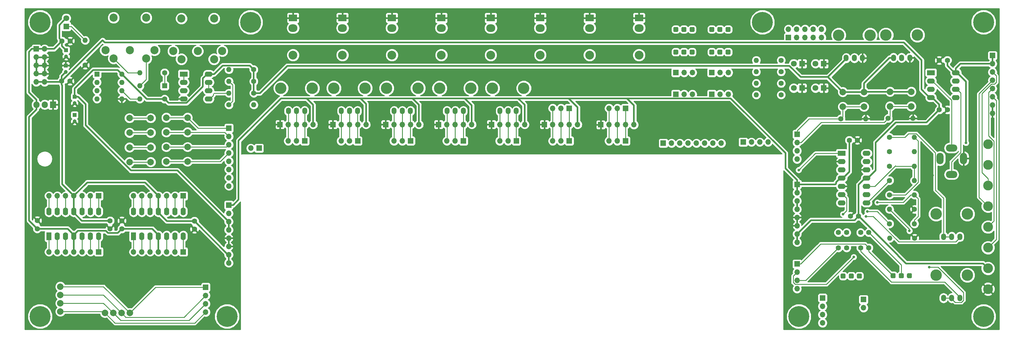
<source format=gbr>
G04 #@! TF.GenerationSoftware,KiCad,Pcbnew,(5.0.2)-1*
G04 #@! TF.CreationDate,2021-01-10T12:53:50+01:00*
G04 #@! TF.ProjectId,OpenEuroBoard,4f70656e-4575-4726-9f42-6f6172642e6b,rev?*
G04 #@! TF.SameCoordinates,Original*
G04 #@! TF.FileFunction,Copper,L1,Top*
G04 #@! TF.FilePolarity,Positive*
%FSLAX46Y46*%
G04 Gerber Fmt 4.6, Leading zero omitted, Abs format (unit mm)*
G04 Created by KiCad (PCBNEW (5.0.2)-1) date 10/01/2021 12:53:50*
%MOMM*%
%LPD*%
G01*
G04 APERTURE LIST*
G04 #@! TA.AperFunction,ComponentPad*
%ADD10C,2.700000*%
G04 #@! TD*
G04 #@! TA.AperFunction,ComponentPad*
%ADD11R,2.600000X2.150000*%
G04 #@! TD*
G04 #@! TA.AperFunction,ComponentPad*
%ADD12O,2.800000X2.350000*%
G04 #@! TD*
G04 #@! TA.AperFunction,ComponentPad*
%ADD13C,3.000000*%
G04 #@! TD*
G04 #@! TA.AperFunction,ComponentPad*
%ADD14R,2.400000X1.600000*%
G04 #@! TD*
G04 #@! TA.AperFunction,ComponentPad*
%ADD15O,2.400000X1.600000*%
G04 #@! TD*
G04 #@! TA.AperFunction,ComponentPad*
%ADD16C,1.600000*%
G04 #@! TD*
G04 #@! TA.AperFunction,ComponentPad*
%ADD17O,2.199640X3.497580*%
G04 #@! TD*
G04 #@! TA.AperFunction,ComponentPad*
%ADD18O,3.497580X2.199640*%
G04 #@! TD*
G04 #@! TA.AperFunction,ComponentPad*
%ADD19R,1.700000X1.700000*%
G04 #@! TD*
G04 #@! TA.AperFunction,ComponentPad*
%ADD20O,1.700000X1.700000*%
G04 #@! TD*
G04 #@! TA.AperFunction,ComponentPad*
%ADD21C,2.000000*%
G04 #@! TD*
G04 #@! TA.AperFunction,ComponentPad*
%ADD22C,0.800000*%
G04 #@! TD*
G04 #@! TA.AperFunction,ComponentPad*
%ADD23C,6.400000*%
G04 #@! TD*
G04 #@! TA.AperFunction,Conductor*
%ADD24C,0.100000*%
G04 #@! TD*
G04 #@! TA.AperFunction,ComponentPad*
%ADD25C,1.524000*%
G04 #@! TD*
G04 #@! TA.AperFunction,ComponentPad*
%ADD26C,1.200000*%
G04 #@! TD*
G04 #@! TA.AperFunction,ComponentPad*
%ADD27R,1.200000X1.200000*%
G04 #@! TD*
G04 #@! TA.AperFunction,ComponentPad*
%ADD28C,3.500000*%
G04 #@! TD*
G04 #@! TA.AperFunction,ComponentPad*
%ADD29O,1.500000X2.000000*%
G04 #@! TD*
G04 #@! TA.AperFunction,ComponentPad*
%ADD30O,1.600000X2.400000*%
G04 #@! TD*
G04 #@! TA.AperFunction,ComponentPad*
%ADD31R,1.600000X2.400000*%
G04 #@! TD*
G04 #@! TA.AperFunction,ComponentPad*
%ADD32R,1.600000X1.600000*%
G04 #@! TD*
G04 #@! TA.AperFunction,ComponentPad*
%ADD33O,1.600000X1.600000*%
G04 #@! TD*
G04 #@! TA.AperFunction,ComponentPad*
%ADD34R,1.800000X1.800000*%
G04 #@! TD*
G04 #@! TA.AperFunction,ComponentPad*
%ADD35C,1.800000*%
G04 #@! TD*
G04 #@! TA.AperFunction,ComponentPad*
%ADD36R,1.905000X2.000000*%
G04 #@! TD*
G04 #@! TA.AperFunction,ComponentPad*
%ADD37O,1.905000X2.000000*%
G04 #@! TD*
G04 #@! TA.AperFunction,ComponentPad*
%ADD38C,2.499360*%
G04 #@! TD*
G04 #@! TA.AperFunction,ViaPad*
%ADD39C,0.800000*%
G04 #@! TD*
G04 #@! TA.AperFunction,Conductor*
%ADD40C,0.500000*%
G04 #@! TD*
G04 #@! TA.AperFunction,Conductor*
%ADD41C,0.250000*%
G04 #@! TD*
G04 #@! TA.AperFunction,Conductor*
%ADD42C,0.254000*%
G04 #@! TD*
G04 APERTURE END LIST*
D10*
G04 #@! TO.P,J10,T*
G04 #@! TO.N,Net-(J10-PadT)*
X128336987Y-14994400D03*
D11*
G04 #@! TO.P,J10,S*
G04 #@! TO.N,GND*
X128336987Y-3594400D03*
D12*
G04 #@! TO.P,J10,TN*
G04 #@! TO.N,Net-(J10-PadTN)*
X128336987Y-6694400D03*
G04 #@! TD*
G04 #@! TO.P,J13,TN*
G04 #@! TO.N,Net-(J13-PadTN)*
X158631093Y-6694400D03*
D11*
G04 #@! TO.P,J13,S*
G04 #@! TO.N,GND*
X158631093Y-3594400D03*
D10*
G04 #@! TO.P,J13,T*
G04 #@! TO.N,Net-(J11-Pad6)*
X158631093Y-14994400D03*
G04 #@! TD*
G04 #@! TO.P,J14,T*
G04 #@! TO.N,Net-(J11-Pad7)*
X173778146Y-14994400D03*
D11*
G04 #@! TO.P,J14,S*
G04 #@! TO.N,GND*
X173778146Y-3594400D03*
D12*
G04 #@! TO.P,J14,TN*
G04 #@! TO.N,Net-(J14-PadTN)*
X173778146Y-6694400D03*
G04 #@! TD*
G04 #@! TO.P,J12,TN*
G04 #@! TO.N,Net-(J12-PadTN)*
X143484040Y-6694400D03*
D11*
G04 #@! TO.P,J12,S*
G04 #@! TO.N,GND*
X143484040Y-3594400D03*
D10*
G04 #@! TO.P,J12,T*
G04 #@! TO.N,Net-(J11-Pad5)*
X143484040Y-14994400D03*
G04 #@! TD*
G04 #@! TO.P,J9,T*
G04 #@! TO.N,Net-(J11-Pad3)*
X113189934Y-14994400D03*
D11*
G04 #@! TO.P,J9,S*
G04 #@! TO.N,GND*
X113189934Y-3594400D03*
D12*
G04 #@! TO.P,J9,TN*
G04 #@! TO.N,Net-(J9-PadTN)*
X113189934Y-6694400D03*
G04 #@! TD*
G04 #@! TO.P,J6,TN*
G04 #@! TO.N,Net-(J6-PadTN)*
X82895828Y-6694400D03*
D11*
G04 #@! TO.P,J6,S*
G04 #@! TO.N,GND*
X82895828Y-3594400D03*
D10*
G04 #@! TO.P,J6,T*
G04 #@! TO.N,Net-(J11-Pad1)*
X82895828Y-14994400D03*
G04 #@! TD*
G04 #@! TO.P,J7,T*
G04 #@! TO.N,Net-(J11-Pad2)*
X98042881Y-14994400D03*
D11*
G04 #@! TO.P,J7,S*
G04 #@! TO.N,GND*
X98042881Y-3594400D03*
D12*
G04 #@! TO.P,J7,TN*
G04 #@! TO.N,Net-(J7-PadTN)*
X98042881Y-6694400D03*
G04 #@! TD*
G04 #@! TO.P,J15,TN*
G04 #@! TO.N,Net-(J15-PadTN)*
X188925200Y-6694400D03*
D11*
G04 #@! TO.P,J15,S*
G04 #@! TO.N,GND*
X188925200Y-3594400D03*
D10*
G04 #@! TO.P,J15,T*
G04 #@! TO.N,Net-(J11-Pad8)*
X188925200Y-14994400D03*
G04 #@! TD*
D13*
G04 #@! TO.P,TP6,1*
G04 #@! TO.N,TEST4*
X295848400Y-74143520D03*
G04 #@! TD*
G04 #@! TO.P,TP7,1*
G04 #@! TO.N,TEST2*
X295848400Y-61419040D03*
G04 #@! TD*
G04 #@! TO.P,TP5,1*
G04 #@! TO.N,-12V*
X295848400Y-80505760D03*
G04 #@! TD*
G04 #@! TO.P,TP3,1*
G04 #@! TO.N,TEST1*
X295848400Y-55056800D03*
G04 #@! TD*
G04 #@! TO.P,TP1,1*
G04 #@! TO.N,+5V*
X295848400Y-42332320D03*
G04 #@! TD*
G04 #@! TO.P,TP4,1*
G04 #@! TO.N,+12V*
X295848400Y-48694560D03*
G04 #@! TD*
G04 #@! TO.P,TP2,1*
G04 #@! TO.N,TEST3*
X295848400Y-67781280D03*
G04 #@! TD*
G04 #@! TO.P,TP8,1*
G04 #@! TO.N,GND*
X295848400Y-86868000D03*
G04 #@! TD*
D14*
G04 #@! TO.P,U7,1*
G04 #@! TO.N,Net-(J59-PadR)*
X278363200Y-20406200D03*
D15*
G04 #@! TO.P,U7,5*
G04 #@! TO.N,Net-(J58-Pad1)*
X285983200Y-28026200D03*
G04 #@! TO.P,U7,2*
G04 #@! TO.N,Net-(J59-PadR)*
X278363200Y-22946200D03*
G04 #@! TO.P,U7,6*
G04 #@! TO.N,Net-(J59-PadT)*
X285983200Y-25486200D03*
G04 #@! TO.P,U7,3*
G04 #@! TO.N,Net-(J58-Pad2)*
X278363200Y-25486200D03*
G04 #@! TO.P,U7,7*
G04 #@! TO.N,Net-(J59-PadT)*
X285983200Y-22946200D03*
G04 #@! TO.P,U7,4*
G04 #@! TO.N,-12V*
X278363200Y-28026200D03*
G04 #@! TO.P,U7,8*
G04 #@! TO.N,+12V*
X285983200Y-20406200D03*
G04 #@! TD*
D16*
G04 #@! TO.P,C18,2*
G04 #@! TO.N,-12V*
X280913200Y-31800800D03*
G04 #@! TO.P,C18,1*
G04 #@! TO.N,GND*
X283413200Y-31800800D03*
G04 #@! TD*
G04 #@! TO.P,C17,1*
G04 #@! TO.N,+12V*
X283413200Y-16611600D03*
G04 #@! TO.P,C17,2*
G04 #@! TO.N,GND*
X280913200Y-16611600D03*
G04 #@! TD*
D17*
G04 #@! TO.P,J59,S*
G04 #@! TO.N,GND*
X288358581Y-46748700D03*
D18*
G04 #@! TO.P,J59,T*
G04 #@! TO.N,Net-(J59-PadT)*
X284662881Y-51643280D03*
D17*
G04 #@! TO.P,J59,G*
G04 #@! TO.N,Net-(J59-PadG)*
X281165301Y-46748700D03*
D18*
G04 #@! TO.P,J59,R*
G04 #@! TO.N,Net-(J59-PadR)*
X284662881Y-43548300D03*
G04 #@! TD*
D19*
G04 #@! TO.P,J58,1*
G04 #@! TO.N,Net-(J58-Pad1)*
X257708400Y-90068400D03*
D20*
G04 #@! TO.P,J58,2*
G04 #@! TO.N,Net-(J58-Pad2)*
X257708400Y-92608400D03*
G04 #@! TD*
D19*
G04 #@! TO.P,J56,1*
G04 #@! TO.N,TEST1*
X245160800Y-89611200D03*
D20*
G04 #@! TO.P,J56,2*
G04 #@! TO.N,TEST2*
X245160800Y-92151200D03*
G04 #@! TO.P,J56,3*
G04 #@! TO.N,TEST3*
X245160800Y-94691200D03*
G04 #@! TO.P,J56,4*
G04 #@! TO.N,TEST4*
X245160800Y-97231200D03*
G04 #@! TD*
D19*
G04 #@! TO.P,J57,1*
G04 #@! TO.N,+12V*
X297230800Y-15138400D03*
D20*
G04 #@! TO.P,J57,2*
X297230800Y-17678400D03*
G04 #@! TO.P,J57,3*
G04 #@! TO.N,TEST1*
X297230800Y-20218400D03*
G04 #@! TO.P,J57,4*
G04 #@! TO.N,TEST2*
X297230800Y-22758400D03*
G04 #@! TO.P,J57,5*
G04 #@! TO.N,TEST3*
X297230800Y-25298400D03*
G04 #@! TO.P,J57,6*
G04 #@! TO.N,TEST4*
X297230800Y-27838400D03*
G04 #@! TO.P,J57,7*
G04 #@! TO.N,GND*
X297230800Y-30378400D03*
G04 #@! TO.P,J57,8*
X297230800Y-32918400D03*
G04 #@! TD*
D19*
G04 #@! TO.P,J55,1*
G04 #@! TO.N,Net-(J55-Pad1)*
X234701000Y-9601200D03*
D20*
G04 #@! TO.P,J55,2*
G04 #@! TO.N,Net-(J55-Pad2)*
X234701000Y-7061200D03*
G04 #@! TO.P,J55,3*
G04 #@! TO.N,Net-(J55-Pad3)*
X237241000Y-9601200D03*
G04 #@! TO.P,J55,4*
G04 #@! TO.N,Net-(J55-Pad4)*
X237241000Y-7061200D03*
G04 #@! TO.P,J55,5*
G04 #@! TO.N,Net-(J55-Pad5)*
X239781000Y-9601200D03*
G04 #@! TO.P,J55,6*
G04 #@! TO.N,Net-(J55-Pad6)*
X239781000Y-7061200D03*
G04 #@! TO.P,J55,7*
G04 #@! TO.N,Net-(J55-Pad7)*
X242321000Y-9601200D03*
G04 #@! TO.P,J55,8*
G04 #@! TO.N,Net-(J55-Pad8)*
X242321000Y-7061200D03*
G04 #@! TO.P,J55,9*
G04 #@! TO.N,Net-(J55-Pad9)*
X244861000Y-9601200D03*
G04 #@! TO.P,J55,10*
G04 #@! TO.N,Net-(J55-Pad10)*
X244861000Y-7061200D03*
G04 #@! TD*
D21*
G04 #@! TO.P,J54,1*
G04 #@! TO.N,Net-(J52-Pad1)*
X32891400Y-94183200D03*
G04 #@! TO.P,J54,2*
G04 #@! TO.N,Net-(J52-Pad2)*
X30351400Y-94183200D03*
G04 #@! TO.P,J54,3*
G04 #@! TO.N,Net-(J52-Pad3)*
X27811400Y-94183200D03*
G04 #@! TO.P,J54,4*
G04 #@! TO.N,Net-(J52-Pad4)*
X25271400Y-94183200D03*
G04 #@! TD*
D19*
G04 #@! TO.P,J53,1*
G04 #@! TO.N,Net-(J52-Pad1)*
X56134000Y-86309200D03*
D20*
G04 #@! TO.P,J53,2*
G04 #@! TO.N,Net-(J52-Pad2)*
X56134000Y-88849200D03*
G04 #@! TO.P,J53,3*
G04 #@! TO.N,Net-(J52-Pad3)*
X56134000Y-91389200D03*
G04 #@! TO.P,J53,4*
G04 #@! TO.N,Net-(J52-Pad4)*
X56134000Y-93929200D03*
G04 #@! TD*
D21*
G04 #@! TO.P,J52,1*
G04 #@! TO.N,Net-(J52-Pad1)*
X11582400Y-86106000D03*
G04 #@! TO.P,J52,2*
G04 #@! TO.N,Net-(J52-Pad2)*
X11582400Y-88646000D03*
G04 #@! TO.P,J52,3*
G04 #@! TO.N,Net-(J52-Pad3)*
X11582400Y-91186000D03*
G04 #@! TO.P,J52,4*
G04 #@! TO.N,Net-(J52-Pad4)*
X11582400Y-93726000D03*
G04 #@! TD*
D22*
G04 #@! TO.P,J49,1*
G04 #@! TO.N,Net-(J49-Pad1)*
X71597856Y-3230544D03*
X69900800Y-2527600D03*
X68203744Y-3230544D03*
X67500800Y-4927600D03*
X68203744Y-6624656D03*
X69900800Y-7327600D03*
X71597856Y-6624656D03*
X72300800Y-4927600D03*
D23*
X69900800Y-4927600D03*
G04 #@! TD*
G04 #@! TO.P,J30,1*
G04 #@! TO.N,Net-(J30-Pad1)*
X62687200Y-95250000D03*
D22*
X65087200Y-95250000D03*
X64384256Y-96947056D03*
X62687200Y-97650000D03*
X60990144Y-96947056D03*
X60287200Y-95250000D03*
X60990144Y-93552944D03*
X62687200Y-92850000D03*
X64384256Y-93552944D03*
G04 #@! TD*
G04 #@! TO.P,J51,1*
G04 #@! TO.N,Net-(J51-Pad1)*
X296184656Y-3230544D03*
X294487600Y-2527600D03*
X292790544Y-3230544D03*
X292087600Y-4927600D03*
X292790544Y-6624656D03*
X294487600Y-7327600D03*
X296184656Y-6624656D03*
X296887600Y-4927600D03*
D23*
X294487600Y-4927600D03*
G04 #@! TD*
G04 #@! TO.P,J50,1*
G04 #@! TO.N,Net-(J50-Pad1)*
X5384800Y-4927600D03*
D22*
X7784800Y-4927600D03*
X7081856Y-6624656D03*
X5384800Y-7327600D03*
X3687744Y-6624656D03*
X2984800Y-4927600D03*
X3687744Y-3230544D03*
X5384800Y-2527600D03*
X7081856Y-3230544D03*
G04 #@! TD*
G04 #@! TO.P,J37,1*
G04 #@! TO.N,Net-(J37-Pad1)*
X296184656Y-93552944D03*
X294487600Y-92850000D03*
X292790544Y-93552944D03*
X292087600Y-95250000D03*
X292790544Y-96947056D03*
X294487600Y-97650000D03*
X296184656Y-96947056D03*
X296887600Y-95250000D03*
D23*
X294487600Y-95250000D03*
G04 #@! TD*
G04 #@! TO.P,J38,1*
G04 #@! TO.N,Net-(J38-Pad1)*
X226720400Y-4927600D03*
D22*
X229120400Y-4927600D03*
X228417456Y-6624656D03*
X226720400Y-7327600D03*
X225023344Y-6624656D03*
X224320400Y-4927600D03*
X225023344Y-3230544D03*
X226720400Y-2527600D03*
X228417456Y-3230544D03*
G04 #@! TD*
G04 #@! TO.P,J47,1*
G04 #@! TO.N,Net-(J47-Pad1)*
X239593456Y-93552944D03*
X237896400Y-92850000D03*
X236199344Y-93552944D03*
X235496400Y-95250000D03*
X236199344Y-96947056D03*
X237896400Y-97650000D03*
X239593456Y-96947056D03*
X240296400Y-95250000D03*
D23*
X237896400Y-95250000D03*
G04 #@! TD*
G04 #@! TO.P,J48,1*
G04 #@! TO.N,Net-(J48-Pad1)*
X5384800Y-95250000D03*
D22*
X7784800Y-95250000D03*
X7081856Y-96947056D03*
X5384800Y-97650000D03*
X3687744Y-96947056D03*
X2984800Y-95250000D03*
X3687744Y-93552944D03*
X5384800Y-92850000D03*
X7081856Y-93552944D03*
G04 #@! TD*
D19*
G04 #@! TO.P,J29,1*
G04 #@! TO.N,TRI1*
X237337600Y-79146400D03*
D20*
G04 #@! TO.P,J29,2*
G04 #@! TO.N,SQR1*
X237337600Y-81686400D03*
G04 #@! TO.P,J29,3*
G04 #@! TO.N,TRI2*
X237337600Y-84226400D03*
G04 #@! TO.P,J29,4*
G04 #@! TO.N,SQR2*
X237337600Y-86766400D03*
G04 #@! TD*
D24*
G04 #@! TO.N,TRI2*
G04 #@! TO.C,SW12*
G36*
X251867545Y-82094635D02*
X251904529Y-82100121D01*
X251940798Y-82109206D01*
X251976002Y-82121802D01*
X252009802Y-82137788D01*
X252041872Y-82157010D01*
X252071904Y-82179283D01*
X252099608Y-82204392D01*
X252124717Y-82232096D01*
X252146990Y-82262128D01*
X252166212Y-82294198D01*
X252182198Y-82327998D01*
X252194794Y-82363202D01*
X252203879Y-82399471D01*
X252209365Y-82436455D01*
X252211200Y-82473800D01*
X252211200Y-83235800D01*
X252209365Y-83273145D01*
X252203879Y-83310129D01*
X252194794Y-83346398D01*
X252182198Y-83381602D01*
X252166212Y-83415402D01*
X252146990Y-83447472D01*
X252124717Y-83477504D01*
X252099608Y-83505208D01*
X252071904Y-83530317D01*
X252041872Y-83552590D01*
X252009802Y-83571812D01*
X251976002Y-83587798D01*
X251940798Y-83600394D01*
X251904529Y-83609479D01*
X251867545Y-83614965D01*
X251830200Y-83616800D01*
X251068200Y-83616800D01*
X251030855Y-83614965D01*
X250993871Y-83609479D01*
X250957602Y-83600394D01*
X250922398Y-83587798D01*
X250888598Y-83571812D01*
X250856528Y-83552590D01*
X250826496Y-83530317D01*
X250798792Y-83505208D01*
X250773683Y-83477504D01*
X250751410Y-83447472D01*
X250732188Y-83415402D01*
X250716202Y-83381602D01*
X250703606Y-83346398D01*
X250694521Y-83310129D01*
X250689035Y-83273145D01*
X250687200Y-83235800D01*
X250687200Y-82473800D01*
X250689035Y-82436455D01*
X250694521Y-82399471D01*
X250703606Y-82363202D01*
X250716202Y-82327998D01*
X250732188Y-82294198D01*
X250751410Y-82262128D01*
X250773683Y-82232096D01*
X250798792Y-82204392D01*
X250826496Y-82179283D01*
X250856528Y-82157010D01*
X250888598Y-82137788D01*
X250922398Y-82121802D01*
X250957602Y-82109206D01*
X250993871Y-82100121D01*
X251030855Y-82094635D01*
X251068200Y-82092800D01*
X251830200Y-82092800D01*
X251867545Y-82094635D01*
X251867545Y-82094635D01*
G37*
D25*
G04 #@! TD*
G04 #@! TO.P,SW12,1*
G04 #@! TO.N,TRI2*
X251449200Y-82854800D03*
D24*
G04 #@! TO.N,Net-(C14-Pad2)*
G04 #@! TO.C,SW12*
G36*
X254367545Y-82094635D02*
X254404529Y-82100121D01*
X254440798Y-82109206D01*
X254476002Y-82121802D01*
X254509802Y-82137788D01*
X254541872Y-82157010D01*
X254571904Y-82179283D01*
X254599608Y-82204392D01*
X254624717Y-82232096D01*
X254646990Y-82262128D01*
X254666212Y-82294198D01*
X254682198Y-82327998D01*
X254694794Y-82363202D01*
X254703879Y-82399471D01*
X254709365Y-82436455D01*
X254711200Y-82473800D01*
X254711200Y-83235800D01*
X254709365Y-83273145D01*
X254703879Y-83310129D01*
X254694794Y-83346398D01*
X254682198Y-83381602D01*
X254666212Y-83415402D01*
X254646990Y-83447472D01*
X254624717Y-83477504D01*
X254599608Y-83505208D01*
X254571904Y-83530317D01*
X254541872Y-83552590D01*
X254509802Y-83571812D01*
X254476002Y-83587798D01*
X254440798Y-83600394D01*
X254404529Y-83609479D01*
X254367545Y-83614965D01*
X254330200Y-83616800D01*
X253568200Y-83616800D01*
X253530855Y-83614965D01*
X253493871Y-83609479D01*
X253457602Y-83600394D01*
X253422398Y-83587798D01*
X253388598Y-83571812D01*
X253356528Y-83552590D01*
X253326496Y-83530317D01*
X253298792Y-83505208D01*
X253273683Y-83477504D01*
X253251410Y-83447472D01*
X253232188Y-83415402D01*
X253216202Y-83381602D01*
X253203606Y-83346398D01*
X253194521Y-83310129D01*
X253189035Y-83273145D01*
X253187200Y-83235800D01*
X253187200Y-82473800D01*
X253189035Y-82436455D01*
X253194521Y-82399471D01*
X253203606Y-82363202D01*
X253216202Y-82327998D01*
X253232188Y-82294198D01*
X253251410Y-82262128D01*
X253273683Y-82232096D01*
X253298792Y-82204392D01*
X253326496Y-82179283D01*
X253356528Y-82157010D01*
X253388598Y-82137788D01*
X253422398Y-82121802D01*
X253457602Y-82109206D01*
X253493871Y-82100121D01*
X253530855Y-82094635D01*
X253568200Y-82092800D01*
X254330200Y-82092800D01*
X254367545Y-82094635D01*
X254367545Y-82094635D01*
G37*
D25*
G04 #@! TD*
G04 #@! TO.P,SW12,2*
G04 #@! TO.N,Net-(C14-Pad2)*
X253949200Y-82854800D03*
D24*
G04 #@! TO.N,Net-(R21-Pad2)*
G04 #@! TO.C,SW12*
G36*
X256867545Y-82094635D02*
X256904529Y-82100121D01*
X256940798Y-82109206D01*
X256976002Y-82121802D01*
X257009802Y-82137788D01*
X257041872Y-82157010D01*
X257071904Y-82179283D01*
X257099608Y-82204392D01*
X257124717Y-82232096D01*
X257146990Y-82262128D01*
X257166212Y-82294198D01*
X257182198Y-82327998D01*
X257194794Y-82363202D01*
X257203879Y-82399471D01*
X257209365Y-82436455D01*
X257211200Y-82473800D01*
X257211200Y-83235800D01*
X257209365Y-83273145D01*
X257203879Y-83310129D01*
X257194794Y-83346398D01*
X257182198Y-83381602D01*
X257166212Y-83415402D01*
X257146990Y-83447472D01*
X257124717Y-83477504D01*
X257099608Y-83505208D01*
X257071904Y-83530317D01*
X257041872Y-83552590D01*
X257009802Y-83571812D01*
X256976002Y-83587798D01*
X256940798Y-83600394D01*
X256904529Y-83609479D01*
X256867545Y-83614965D01*
X256830200Y-83616800D01*
X256068200Y-83616800D01*
X256030855Y-83614965D01*
X255993871Y-83609479D01*
X255957602Y-83600394D01*
X255922398Y-83587798D01*
X255888598Y-83571812D01*
X255856528Y-83552590D01*
X255826496Y-83530317D01*
X255798792Y-83505208D01*
X255773683Y-83477504D01*
X255751410Y-83447472D01*
X255732188Y-83415402D01*
X255716202Y-83381602D01*
X255703606Y-83346398D01*
X255694521Y-83310129D01*
X255689035Y-83273145D01*
X255687200Y-83235800D01*
X255687200Y-82473800D01*
X255689035Y-82436455D01*
X255694521Y-82399471D01*
X255703606Y-82363202D01*
X255716202Y-82327998D01*
X255732188Y-82294198D01*
X255751410Y-82262128D01*
X255773683Y-82232096D01*
X255798792Y-82204392D01*
X255826496Y-82179283D01*
X255856528Y-82157010D01*
X255888598Y-82137788D01*
X255922398Y-82121802D01*
X255957602Y-82109206D01*
X255993871Y-82100121D01*
X256030855Y-82094635D01*
X256068200Y-82092800D01*
X256830200Y-82092800D01*
X256867545Y-82094635D01*
X256867545Y-82094635D01*
G37*
D25*
G04 #@! TD*
G04 #@! TO.P,SW12,3*
G04 #@! TO.N,Net-(R21-Pad2)*
X256449200Y-82854800D03*
D16*
G04 #@! TO.P,C14,1*
G04 #@! TO.N,Net-(C12-Pad2)*
X252526800Y-69494400D03*
G04 #@! TO.P,C14,2*
G04 #@! TO.N,Net-(C14-Pad2)*
X250026800Y-69494400D03*
G04 #@! TD*
G04 #@! TO.P,C13,2*
G04 #@! TO.N,Net-(C13-Pad2)*
X259334000Y-69494400D03*
G04 #@! TO.P,C13,1*
G04 #@! TO.N,Net-(C11-Pad2)*
X256834000Y-69494400D03*
G04 #@! TD*
G04 #@! TO.P,C11,2*
G04 #@! TO.N,Net-(C11-Pad2)*
X256834000Y-74168000D03*
G04 #@! TO.P,C11,1*
G04 #@! TO.N,TRI1*
X259334000Y-74168000D03*
G04 #@! TD*
G04 #@! TO.P,C12,1*
G04 #@! TO.N,TRI2*
X250026800Y-74168000D03*
G04 #@! TO.P,C12,2*
G04 #@! TO.N,Net-(C12-Pad2)*
X252526800Y-74168000D03*
G04 #@! TD*
D19*
G04 #@! TO.P,J28,1*
G04 #@! TO.N,+12V*
X237337600Y-54711600D03*
D20*
G04 #@! TO.P,J28,2*
X237337600Y-57251600D03*
G04 #@! TO.P,J28,3*
G04 #@! TO.N,+5V*
X237337600Y-59791600D03*
G04 #@! TO.P,J28,4*
X237337600Y-62331600D03*
G04 #@! TO.P,J28,5*
G04 #@! TO.N,GND*
X237337600Y-64871600D03*
G04 #@! TO.P,J28,6*
X237337600Y-67411600D03*
G04 #@! TO.P,J28,7*
G04 #@! TO.N,-12V*
X237337600Y-69951600D03*
G04 #@! TO.P,J28,8*
X237337600Y-72491600D03*
G04 #@! TD*
D19*
G04 #@! TO.P,J27,1*
G04 #@! TO.N,+12V*
X63195200Y-61061600D03*
D20*
G04 #@! TO.P,J27,2*
X63195200Y-63601600D03*
G04 #@! TO.P,J27,3*
G04 #@! TO.N,+5V*
X63195200Y-66141600D03*
G04 #@! TO.P,J27,4*
X63195200Y-68681600D03*
G04 #@! TO.P,J27,5*
G04 #@! TO.N,GND*
X63195200Y-71221600D03*
G04 #@! TO.P,J27,6*
X63195200Y-73761600D03*
G04 #@! TO.P,J27,7*
G04 #@! TO.N,-12V*
X63195200Y-76301600D03*
G04 #@! TO.P,J27,8*
X63195200Y-78841600D03*
G04 #@! TD*
D19*
G04 #@! TO.P,J46,1*
G04 #@! TO.N,GATE1*
X237337600Y-39319200D03*
D20*
G04 #@! TO.P,J46,2*
G04 #@! TO.N,GATE2*
X237337600Y-41859200D03*
G04 #@! TO.P,J46,3*
G04 #@! TO.N,CV1*
X237337600Y-44399200D03*
G04 #@! TO.P,J46,4*
G04 #@! TO.N,CV2*
X237337600Y-46939200D03*
G04 #@! TD*
D19*
G04 #@! TO.P,J45,1*
G04 #@! TO.N,MIDI_RX*
X72491600Y-43586400D03*
D20*
G04 #@! TO.P,J45,2*
G04 #@! TO.N,MIDI_TX*
X69951600Y-43586400D03*
G04 #@! TD*
D26*
G04 #@! TO.P,C1,2*
G04 #@! TO.N,GND*
X15951200Y-35375600D03*
D27*
G04 #@! TO.P,C1,1*
G04 #@! TO.N,+12V*
X15951200Y-33375600D03*
G04 #@! TD*
G04 #@! TO.P,C6,1*
G04 #@! TO.N,+5V*
X15951200Y-27787600D03*
D26*
G04 #@! TO.P,C6,2*
G04 #@! TO.N,GND*
X15951200Y-29787600D03*
G04 #@! TD*
D20*
G04 #@! TO.P,J44,3*
G04 #@! TO.N,Net-(J42-Pad2)*
X162458400Y-31343600D03*
G04 #@! TO.P,J44,2*
G04 #@! TO.N,Net-(J42-Pad3)*
X164998400Y-31343600D03*
D19*
G04 #@! TO.P,J44,1*
G04 #@! TO.N,Net-(J42-Pad4)*
X167538400Y-31343600D03*
G04 #@! TD*
G04 #@! TO.P,J40,1*
G04 #@! TO.N,Net-(J39-Pad4)*
X184810400Y-41351200D03*
D20*
G04 #@! TO.P,J40,2*
G04 #@! TO.N,Net-(J39-Pad3)*
X182270400Y-41351200D03*
G04 #@! TO.P,J40,3*
G04 #@! TO.N,Net-(J39-Pad2)*
X179730400Y-41351200D03*
G04 #@! TD*
G04 #@! TO.P,J41,3*
G04 #@! TO.N,Net-(J39-Pad2)*
X179730400Y-31343600D03*
G04 #@! TO.P,J41,2*
G04 #@! TO.N,Net-(J39-Pad3)*
X182270400Y-31343600D03*
D19*
G04 #@! TO.P,J41,1*
G04 #@! TO.N,Net-(J39-Pad4)*
X184810400Y-31343600D03*
G04 #@! TD*
G04 #@! TO.P,J43,1*
G04 #@! TO.N,Net-(J42-Pad4)*
X167538400Y-41351200D03*
D20*
G04 #@! TO.P,J43,2*
G04 #@! TO.N,Net-(J42-Pad3)*
X164998400Y-41351200D03*
G04 #@! TO.P,J43,3*
G04 #@! TO.N,Net-(J42-Pad2)*
X162458400Y-41351200D03*
G04 #@! TD*
G04 #@! TO.P,J42,5*
G04 #@! TO.N,+12V*
X170077150Y-36336099D03*
G04 #@! TO.P,J42,4*
G04 #@! TO.N,Net-(J42-Pad4)*
X167537150Y-36336099D03*
G04 #@! TO.P,J42,3*
G04 #@! TO.N,Net-(J42-Pad3)*
X164997150Y-36336099D03*
G04 #@! TO.P,J42,2*
G04 #@! TO.N,Net-(J42-Pad2)*
X162457150Y-36336099D03*
D19*
G04 #@! TO.P,J42,1*
G04 #@! TO.N,GND*
X159917150Y-36336099D03*
G04 #@! TD*
G04 #@! TO.P,J39,1*
G04 #@! TO.N,GND*
X177187900Y-36386899D03*
D20*
G04 #@! TO.P,J39,2*
G04 #@! TO.N,Net-(J39-Pad2)*
X179727900Y-36386899D03*
G04 #@! TO.P,J39,3*
G04 #@! TO.N,Net-(J39-Pad3)*
X182267900Y-36386899D03*
G04 #@! TO.P,J39,4*
G04 #@! TO.N,Net-(J39-Pad4)*
X184807900Y-36386899D03*
G04 #@! TO.P,J39,5*
G04 #@! TO.N,+12V*
X187347900Y-36386899D03*
G04 #@! TD*
G04 #@! TO.P,J32,3*
G04 #@! TO.N,Net-(J31-Pad2)*
X97637600Y-41351200D03*
G04 #@! TO.P,J32,2*
G04 #@! TO.N,Net-(J31-Pad3)*
X100177600Y-41351200D03*
D19*
G04 #@! TO.P,J32,1*
G04 #@! TO.N,Net-(J31-Pad4)*
X102717600Y-41351200D03*
G04 #@! TD*
G04 #@! TO.P,J26,1*
G04 #@! TO.N,Net-(J25-Pad4)*
X135128000Y-41351200D03*
D20*
G04 #@! TO.P,J26,2*
G04 #@! TO.N,Net-(J25-Pad3)*
X132588000Y-41351200D03*
G04 #@! TO.P,J26,3*
G04 #@! TO.N,Net-(J25-Pad2)*
X130048000Y-41351200D03*
G04 #@! TD*
G04 #@! TO.P,J24,3*
G04 #@! TO.N,Net-(J23-Pad2)*
X81432400Y-41351200D03*
G04 #@! TO.P,J24,2*
G04 #@! TO.N,Net-(J23-Pad3)*
X83972400Y-41351200D03*
D19*
G04 #@! TO.P,J24,1*
G04 #@! TO.N,Net-(J23-Pad4)*
X86512400Y-41351200D03*
G04 #@! TD*
D20*
G04 #@! TO.P,J36,3*
G04 #@! TO.N,Net-(J35-Pad2)*
X113842800Y-41351200D03*
G04 #@! TO.P,J36,2*
G04 #@! TO.N,Net-(J35-Pad3)*
X116382800Y-41351200D03*
D19*
G04 #@! TO.P,J36,1*
G04 #@! TO.N,Net-(J35-Pad4)*
X118922800Y-41351200D03*
G04 #@! TD*
G04 #@! TO.P,J34,1*
G04 #@! TO.N,Net-(J33-Pad4)*
X151333200Y-41351200D03*
D20*
G04 #@! TO.P,J34,2*
G04 #@! TO.N,Net-(J33-Pad3)*
X148793200Y-41351200D03*
G04 #@! TO.P,J34,3*
G04 #@! TO.N,Net-(J33-Pad2)*
X146253200Y-41351200D03*
G04 #@! TD*
D19*
G04 #@! TO.P,J31,1*
G04 #@! TO.N,GND*
X95101350Y-36336099D03*
D20*
G04 #@! TO.P,J31,2*
G04 #@! TO.N,Net-(J31-Pad2)*
X97641350Y-36336099D03*
G04 #@! TO.P,J31,3*
G04 #@! TO.N,Net-(J31-Pad3)*
X100181350Y-36336099D03*
G04 #@! TO.P,J31,4*
G04 #@! TO.N,Net-(J31-Pad4)*
X102721350Y-36336099D03*
G04 #@! TO.P,J31,5*
G04 #@! TO.N,+12V*
X105261350Y-36336099D03*
G04 #@! TD*
G04 #@! TO.P,J25,5*
G04 #@! TO.N,+12V*
X137669250Y-36336099D03*
G04 #@! TO.P,J25,4*
G04 #@! TO.N,Net-(J25-Pad4)*
X135129250Y-36336099D03*
G04 #@! TO.P,J25,3*
G04 #@! TO.N,Net-(J25-Pad3)*
X132589250Y-36336099D03*
G04 #@! TO.P,J25,2*
G04 #@! TO.N,Net-(J25-Pad2)*
X130049250Y-36336099D03*
D19*
G04 #@! TO.P,J25,1*
G04 #@! TO.N,GND*
X127509250Y-36336099D03*
G04 #@! TD*
G04 #@! TO.P,J33,1*
G04 #@! TO.N,GND*
X143713200Y-36336099D03*
D20*
G04 #@! TO.P,J33,2*
G04 #@! TO.N,Net-(J33-Pad2)*
X146253200Y-36336099D03*
G04 #@! TO.P,J33,3*
G04 #@! TO.N,Net-(J33-Pad3)*
X148793200Y-36336099D03*
G04 #@! TO.P,J33,4*
G04 #@! TO.N,Net-(J33-Pad4)*
X151333200Y-36336099D03*
G04 #@! TO.P,J33,5*
G04 #@! TO.N,+12V*
X153873200Y-36336099D03*
G04 #@! TD*
G04 #@! TO.P,J23,5*
G04 #@! TO.N,+12V*
X89057400Y-36336099D03*
G04 #@! TO.P,J23,4*
G04 #@! TO.N,Net-(J23-Pad4)*
X86517400Y-36336099D03*
G04 #@! TO.P,J23,3*
G04 #@! TO.N,Net-(J23-Pad3)*
X83977400Y-36336099D03*
G04 #@! TO.P,J23,2*
G04 #@! TO.N,Net-(J23-Pad2)*
X81437400Y-36336099D03*
D19*
G04 #@! TO.P,J23,1*
G04 #@! TO.N,GND*
X78897400Y-36336099D03*
G04 #@! TD*
G04 #@! TO.P,J35,1*
G04 #@! TO.N,GND*
X111305300Y-36336099D03*
D20*
G04 #@! TO.P,J35,2*
G04 #@! TO.N,Net-(J35-Pad2)*
X113845300Y-36336099D03*
G04 #@! TO.P,J35,3*
G04 #@! TO.N,Net-(J35-Pad3)*
X116385300Y-36336099D03*
G04 #@! TO.P,J35,4*
G04 #@! TO.N,Net-(J35-Pad4)*
X118925300Y-36336099D03*
G04 #@! TO.P,J35,5*
G04 #@! TO.N,+12V*
X121465300Y-36336099D03*
G04 #@! TD*
D28*
G04 #@! TO.P,RV10,*
G04 #@! TO.N,*
X153593200Y-25146000D03*
X143993200Y-25146000D03*
D29*
G04 #@! TO.P,RV10,3*
G04 #@! TO.N,Net-(J33-Pad4)*
X151293200Y-32146000D03*
G04 #@! TO.P,RV10,2*
G04 #@! TO.N,Net-(J33-Pad3)*
X148793200Y-32146000D03*
G04 #@! TO.P,RV10,1*
G04 #@! TO.N,Net-(J33-Pad2)*
X146293200Y-32146000D03*
G04 #@! TD*
G04 #@! TO.P,RV6,1*
G04 #@! TO.N,Net-(J25-Pad2)*
X130088000Y-32146000D03*
G04 #@! TO.P,RV6,2*
G04 #@! TO.N,Net-(J25-Pad3)*
X132588000Y-32146000D03*
G04 #@! TO.P,RV6,3*
G04 #@! TO.N,Net-(J25-Pad4)*
X135088000Y-32146000D03*
D28*
G04 #@! TO.P,RV6,*
G04 #@! TO.N,*
X127788000Y-25146000D03*
X137388000Y-25146000D03*
G04 #@! TD*
G04 #@! TO.P,RV11,*
G04 #@! TO.N,*
X121182800Y-25146000D03*
X111582800Y-25146000D03*
D29*
G04 #@! TO.P,RV11,3*
G04 #@! TO.N,Net-(J35-Pad4)*
X118882800Y-32146000D03*
G04 #@! TO.P,RV11,2*
G04 #@! TO.N,Net-(J35-Pad3)*
X116382800Y-32146000D03*
G04 #@! TO.P,RV11,1*
G04 #@! TO.N,Net-(J35-Pad2)*
X113882800Y-32146000D03*
G04 #@! TD*
G04 #@! TO.P,RV9,1*
G04 #@! TO.N,Net-(J31-Pad2)*
X97677600Y-32146000D03*
G04 #@! TO.P,RV9,2*
G04 #@! TO.N,Net-(J31-Pad3)*
X100177600Y-32146000D03*
G04 #@! TO.P,RV9,3*
G04 #@! TO.N,Net-(J31-Pad4)*
X102677600Y-32146000D03*
D28*
G04 #@! TO.P,RV9,*
G04 #@! TO.N,*
X95377600Y-25146000D03*
X104977600Y-25146000D03*
G04 #@! TD*
D30*
G04 #@! TO.P,U3,14*
G04 #@! TO.N,Net-(J4-Pad7)*
X34026774Y-63006440D03*
G04 #@! TO.P,U3,7*
G04 #@! TO.N,Net-(J5-Pad1)*
X49266774Y-70626440D03*
G04 #@! TO.P,U3,13*
G04 #@! TO.N,Net-(J4-Pad6)*
X36566774Y-63006440D03*
G04 #@! TO.P,U3,6*
G04 #@! TO.N,Net-(J5-Pad2)*
X46726774Y-70626440D03*
G04 #@! TO.P,U3,12*
G04 #@! TO.N,Net-(J4-Pad5)*
X39106774Y-63006440D03*
G04 #@! TO.P,U3,5*
G04 #@! TO.N,Net-(J5-Pad3)*
X44186774Y-70626440D03*
G04 #@! TO.P,U3,11*
G04 #@! TO.N,-12V*
X41646774Y-63006440D03*
G04 #@! TO.P,U3,4*
G04 #@! TO.N,+12V*
X41646774Y-70626440D03*
G04 #@! TO.P,U3,10*
G04 #@! TO.N,Net-(J4-Pad3)*
X44186774Y-63006440D03*
G04 #@! TO.P,U3,3*
G04 #@! TO.N,Net-(J5-Pad5)*
X39106774Y-70626440D03*
G04 #@! TO.P,U3,9*
G04 #@! TO.N,Net-(J4-Pad2)*
X46726774Y-63006440D03*
G04 #@! TO.P,U3,2*
G04 #@! TO.N,Net-(J5-Pad6)*
X36566774Y-70626440D03*
G04 #@! TO.P,U3,8*
G04 #@! TO.N,Net-(J4-Pad1)*
X49266774Y-63006440D03*
D31*
G04 #@! TO.P,U3,1*
G04 #@! TO.N,Net-(J5-Pad7)*
X34026774Y-70626440D03*
G04 #@! TD*
G04 #@! TO.P,U2,1*
G04 #@! TO.N,Net-(J3-Pad7)*
X8118000Y-70626440D03*
D30*
G04 #@! TO.P,U2,8*
G04 #@! TO.N,Net-(J2-Pad1)*
X23358000Y-63006440D03*
G04 #@! TO.P,U2,2*
G04 #@! TO.N,Net-(J3-Pad6)*
X10658000Y-70626440D03*
G04 #@! TO.P,U2,9*
G04 #@! TO.N,Net-(J2-Pad2)*
X20818000Y-63006440D03*
G04 #@! TO.P,U2,3*
G04 #@! TO.N,Net-(J3-Pad5)*
X13198000Y-70626440D03*
G04 #@! TO.P,U2,10*
G04 #@! TO.N,Net-(J2-Pad3)*
X18278000Y-63006440D03*
G04 #@! TO.P,U2,4*
G04 #@! TO.N,+12V*
X15738000Y-70626440D03*
G04 #@! TO.P,U2,11*
G04 #@! TO.N,-12V*
X15738000Y-63006440D03*
G04 #@! TO.P,U2,5*
G04 #@! TO.N,Net-(J3-Pad3)*
X18278000Y-70626440D03*
G04 #@! TO.P,U2,12*
G04 #@! TO.N,Net-(J2-Pad5)*
X13198000Y-63006440D03*
G04 #@! TO.P,U2,6*
G04 #@! TO.N,Net-(J3-Pad2)*
X20818000Y-70626440D03*
G04 #@! TO.P,U2,13*
G04 #@! TO.N,Net-(J2-Pad6)*
X10658000Y-63006440D03*
G04 #@! TO.P,U2,7*
G04 #@! TO.N,Net-(J3-Pad1)*
X23358000Y-70626440D03*
G04 #@! TO.P,U2,14*
G04 #@! TO.N,Net-(J2-Pad7)*
X8118000Y-63006440D03*
G04 #@! TD*
D14*
G04 #@! TO.P,U4,1*
G04 #@! TO.N,Net-(R10-Pad2)*
X49377600Y-20828000D03*
D15*
G04 #@! TO.P,U4,5*
X56997600Y-28448000D03*
G04 #@! TO.P,U4,2*
X49377600Y-23368000D03*
G04 #@! TO.P,U4,6*
G04 #@! TO.N,MIDI_TX*
X56997600Y-25908000D03*
G04 #@! TO.P,U4,3*
G04 #@! TO.N,Net-(R13-Pad1)*
X49377600Y-25908000D03*
G04 #@! TO.P,U4,7*
G04 #@! TO.N,MIDI_TX*
X56997600Y-23368000D03*
G04 #@! TO.P,U4,4*
G04 #@! TO.N,GND*
X49377600Y-28448000D03*
G04 #@! TO.P,U4,8*
G04 #@! TO.N,+5V*
X56997600Y-20828000D03*
G04 #@! TD*
D24*
G04 #@! TO.N,Net-(J22-Pad3)*
G04 #@! TO.C,SW10*
G36*
X216623375Y-6351835D02*
X216660359Y-6357321D01*
X216696628Y-6366406D01*
X216731832Y-6379002D01*
X216765632Y-6394988D01*
X216797702Y-6414210D01*
X216827734Y-6436483D01*
X216855438Y-6461592D01*
X216880547Y-6489296D01*
X216902820Y-6519328D01*
X216922042Y-6551398D01*
X216938028Y-6585198D01*
X216950624Y-6620402D01*
X216959709Y-6656671D01*
X216965195Y-6693655D01*
X216967030Y-6731000D01*
X216967030Y-7493000D01*
X216965195Y-7530345D01*
X216959709Y-7567329D01*
X216950624Y-7603598D01*
X216938028Y-7638802D01*
X216922042Y-7672602D01*
X216902820Y-7704672D01*
X216880547Y-7734704D01*
X216855438Y-7762408D01*
X216827734Y-7787517D01*
X216797702Y-7809790D01*
X216765632Y-7829012D01*
X216731832Y-7844998D01*
X216696628Y-7857594D01*
X216660359Y-7866679D01*
X216623375Y-7872165D01*
X216586030Y-7874000D01*
X215824030Y-7874000D01*
X215786685Y-7872165D01*
X215749701Y-7866679D01*
X215713432Y-7857594D01*
X215678228Y-7844998D01*
X215644428Y-7829012D01*
X215612358Y-7809790D01*
X215582326Y-7787517D01*
X215554622Y-7762408D01*
X215529513Y-7734704D01*
X215507240Y-7704672D01*
X215488018Y-7672602D01*
X215472032Y-7638802D01*
X215459436Y-7603598D01*
X215450351Y-7567329D01*
X215444865Y-7530345D01*
X215443030Y-7493000D01*
X215443030Y-6731000D01*
X215444865Y-6693655D01*
X215450351Y-6656671D01*
X215459436Y-6620402D01*
X215472032Y-6585198D01*
X215488018Y-6551398D01*
X215507240Y-6519328D01*
X215529513Y-6489296D01*
X215554622Y-6461592D01*
X215582326Y-6436483D01*
X215612358Y-6414210D01*
X215644428Y-6394988D01*
X215678228Y-6379002D01*
X215713432Y-6366406D01*
X215749701Y-6357321D01*
X215786685Y-6351835D01*
X215824030Y-6350000D01*
X216586030Y-6350000D01*
X216623375Y-6351835D01*
X216623375Y-6351835D01*
G37*
D25*
G04 #@! TD*
G04 #@! TO.P,SW10,3*
G04 #@! TO.N,Net-(J22-Pad3)*
X216205030Y-7112000D03*
D24*
G04 #@! TO.N,Net-(J22-Pad2)*
G04 #@! TO.C,SW10*
G36*
X214123375Y-6351835D02*
X214160359Y-6357321D01*
X214196628Y-6366406D01*
X214231832Y-6379002D01*
X214265632Y-6394988D01*
X214297702Y-6414210D01*
X214327734Y-6436483D01*
X214355438Y-6461592D01*
X214380547Y-6489296D01*
X214402820Y-6519328D01*
X214422042Y-6551398D01*
X214438028Y-6585198D01*
X214450624Y-6620402D01*
X214459709Y-6656671D01*
X214465195Y-6693655D01*
X214467030Y-6731000D01*
X214467030Y-7493000D01*
X214465195Y-7530345D01*
X214459709Y-7567329D01*
X214450624Y-7603598D01*
X214438028Y-7638802D01*
X214422042Y-7672602D01*
X214402820Y-7704672D01*
X214380547Y-7734704D01*
X214355438Y-7762408D01*
X214327734Y-7787517D01*
X214297702Y-7809790D01*
X214265632Y-7829012D01*
X214231832Y-7844998D01*
X214196628Y-7857594D01*
X214160359Y-7866679D01*
X214123375Y-7872165D01*
X214086030Y-7874000D01*
X213324030Y-7874000D01*
X213286685Y-7872165D01*
X213249701Y-7866679D01*
X213213432Y-7857594D01*
X213178228Y-7844998D01*
X213144428Y-7829012D01*
X213112358Y-7809790D01*
X213082326Y-7787517D01*
X213054622Y-7762408D01*
X213029513Y-7734704D01*
X213007240Y-7704672D01*
X212988018Y-7672602D01*
X212972032Y-7638802D01*
X212959436Y-7603598D01*
X212950351Y-7567329D01*
X212944865Y-7530345D01*
X212943030Y-7493000D01*
X212943030Y-6731000D01*
X212944865Y-6693655D01*
X212950351Y-6656671D01*
X212959436Y-6620402D01*
X212972032Y-6585198D01*
X212988018Y-6551398D01*
X213007240Y-6519328D01*
X213029513Y-6489296D01*
X213054622Y-6461592D01*
X213082326Y-6436483D01*
X213112358Y-6414210D01*
X213144428Y-6394988D01*
X213178228Y-6379002D01*
X213213432Y-6366406D01*
X213249701Y-6357321D01*
X213286685Y-6351835D01*
X213324030Y-6350000D01*
X214086030Y-6350000D01*
X214123375Y-6351835D01*
X214123375Y-6351835D01*
G37*
D25*
G04 #@! TD*
G04 #@! TO.P,SW10,2*
G04 #@! TO.N,Net-(J22-Pad2)*
X213705030Y-7112000D03*
D24*
G04 #@! TO.N,Net-(J22-Pad1)*
G04 #@! TO.C,SW10*
G36*
X211623375Y-6351835D02*
X211660359Y-6357321D01*
X211696628Y-6366406D01*
X211731832Y-6379002D01*
X211765632Y-6394988D01*
X211797702Y-6414210D01*
X211827734Y-6436483D01*
X211855438Y-6461592D01*
X211880547Y-6489296D01*
X211902820Y-6519328D01*
X211922042Y-6551398D01*
X211938028Y-6585198D01*
X211950624Y-6620402D01*
X211959709Y-6656671D01*
X211965195Y-6693655D01*
X211967030Y-6731000D01*
X211967030Y-7493000D01*
X211965195Y-7530345D01*
X211959709Y-7567329D01*
X211950624Y-7603598D01*
X211938028Y-7638802D01*
X211922042Y-7672602D01*
X211902820Y-7704672D01*
X211880547Y-7734704D01*
X211855438Y-7762408D01*
X211827734Y-7787517D01*
X211797702Y-7809790D01*
X211765632Y-7829012D01*
X211731832Y-7844998D01*
X211696628Y-7857594D01*
X211660359Y-7866679D01*
X211623375Y-7872165D01*
X211586030Y-7874000D01*
X210824030Y-7874000D01*
X210786685Y-7872165D01*
X210749701Y-7866679D01*
X210713432Y-7857594D01*
X210678228Y-7844998D01*
X210644428Y-7829012D01*
X210612358Y-7809790D01*
X210582326Y-7787517D01*
X210554622Y-7762408D01*
X210529513Y-7734704D01*
X210507240Y-7704672D01*
X210488018Y-7672602D01*
X210472032Y-7638802D01*
X210459436Y-7603598D01*
X210450351Y-7567329D01*
X210444865Y-7530345D01*
X210443030Y-7493000D01*
X210443030Y-6731000D01*
X210444865Y-6693655D01*
X210450351Y-6656671D01*
X210459436Y-6620402D01*
X210472032Y-6585198D01*
X210488018Y-6551398D01*
X210507240Y-6519328D01*
X210529513Y-6489296D01*
X210554622Y-6461592D01*
X210582326Y-6436483D01*
X210612358Y-6414210D01*
X210644428Y-6394988D01*
X210678228Y-6379002D01*
X210713432Y-6366406D01*
X210749701Y-6357321D01*
X210786685Y-6351835D01*
X210824030Y-6350000D01*
X211586030Y-6350000D01*
X211623375Y-6351835D01*
X211623375Y-6351835D01*
G37*
D25*
G04 #@! TD*
G04 #@! TO.P,SW10,1*
G04 #@! TO.N,Net-(J22-Pad1)*
X211205030Y-7112000D03*
D24*
G04 #@! TO.N,Net-(R20-Pad2)*
G04 #@! TO.C,SW11*
G36*
X272209145Y-81993035D02*
X272246129Y-81998521D01*
X272282398Y-82007606D01*
X272317602Y-82020202D01*
X272351402Y-82036188D01*
X272383472Y-82055410D01*
X272413504Y-82077683D01*
X272441208Y-82102792D01*
X272466317Y-82130496D01*
X272488590Y-82160528D01*
X272507812Y-82192598D01*
X272523798Y-82226398D01*
X272536394Y-82261602D01*
X272545479Y-82297871D01*
X272550965Y-82334855D01*
X272552800Y-82372200D01*
X272552800Y-83134200D01*
X272550965Y-83171545D01*
X272545479Y-83208529D01*
X272536394Y-83244798D01*
X272523798Y-83280002D01*
X272507812Y-83313802D01*
X272488590Y-83345872D01*
X272466317Y-83375904D01*
X272441208Y-83403608D01*
X272413504Y-83428717D01*
X272383472Y-83450990D01*
X272351402Y-83470212D01*
X272317602Y-83486198D01*
X272282398Y-83498794D01*
X272246129Y-83507879D01*
X272209145Y-83513365D01*
X272171800Y-83515200D01*
X271409800Y-83515200D01*
X271372455Y-83513365D01*
X271335471Y-83507879D01*
X271299202Y-83498794D01*
X271263998Y-83486198D01*
X271230198Y-83470212D01*
X271198128Y-83450990D01*
X271168096Y-83428717D01*
X271140392Y-83403608D01*
X271115283Y-83375904D01*
X271093010Y-83345872D01*
X271073788Y-83313802D01*
X271057802Y-83280002D01*
X271045206Y-83244798D01*
X271036121Y-83208529D01*
X271030635Y-83171545D01*
X271028800Y-83134200D01*
X271028800Y-82372200D01*
X271030635Y-82334855D01*
X271036121Y-82297871D01*
X271045206Y-82261602D01*
X271057802Y-82226398D01*
X271073788Y-82192598D01*
X271093010Y-82160528D01*
X271115283Y-82130496D01*
X271140392Y-82102792D01*
X271168096Y-82077683D01*
X271198128Y-82055410D01*
X271230198Y-82036188D01*
X271263998Y-82020202D01*
X271299202Y-82007606D01*
X271335471Y-81998521D01*
X271372455Y-81993035D01*
X271409800Y-81991200D01*
X272171800Y-81991200D01*
X272209145Y-81993035D01*
X272209145Y-81993035D01*
G37*
D25*
G04 #@! TD*
G04 #@! TO.P,SW11,3*
G04 #@! TO.N,Net-(R20-Pad2)*
X271790800Y-82753200D03*
D24*
G04 #@! TO.N,Net-(C13-Pad2)*
G04 #@! TO.C,SW11*
G36*
X269709145Y-81993035D02*
X269746129Y-81998521D01*
X269782398Y-82007606D01*
X269817602Y-82020202D01*
X269851402Y-82036188D01*
X269883472Y-82055410D01*
X269913504Y-82077683D01*
X269941208Y-82102792D01*
X269966317Y-82130496D01*
X269988590Y-82160528D01*
X270007812Y-82192598D01*
X270023798Y-82226398D01*
X270036394Y-82261602D01*
X270045479Y-82297871D01*
X270050965Y-82334855D01*
X270052800Y-82372200D01*
X270052800Y-83134200D01*
X270050965Y-83171545D01*
X270045479Y-83208529D01*
X270036394Y-83244798D01*
X270023798Y-83280002D01*
X270007812Y-83313802D01*
X269988590Y-83345872D01*
X269966317Y-83375904D01*
X269941208Y-83403608D01*
X269913504Y-83428717D01*
X269883472Y-83450990D01*
X269851402Y-83470212D01*
X269817602Y-83486198D01*
X269782398Y-83498794D01*
X269746129Y-83507879D01*
X269709145Y-83513365D01*
X269671800Y-83515200D01*
X268909800Y-83515200D01*
X268872455Y-83513365D01*
X268835471Y-83507879D01*
X268799202Y-83498794D01*
X268763998Y-83486198D01*
X268730198Y-83470212D01*
X268698128Y-83450990D01*
X268668096Y-83428717D01*
X268640392Y-83403608D01*
X268615283Y-83375904D01*
X268593010Y-83345872D01*
X268573788Y-83313802D01*
X268557802Y-83280002D01*
X268545206Y-83244798D01*
X268536121Y-83208529D01*
X268530635Y-83171545D01*
X268528800Y-83134200D01*
X268528800Y-82372200D01*
X268530635Y-82334855D01*
X268536121Y-82297871D01*
X268545206Y-82261602D01*
X268557802Y-82226398D01*
X268573788Y-82192598D01*
X268593010Y-82160528D01*
X268615283Y-82130496D01*
X268640392Y-82102792D01*
X268668096Y-82077683D01*
X268698128Y-82055410D01*
X268730198Y-82036188D01*
X268763998Y-82020202D01*
X268799202Y-82007606D01*
X268835471Y-81998521D01*
X268872455Y-81993035D01*
X268909800Y-81991200D01*
X269671800Y-81991200D01*
X269709145Y-81993035D01*
X269709145Y-81993035D01*
G37*
D25*
G04 #@! TD*
G04 #@! TO.P,SW11,2*
G04 #@! TO.N,Net-(C13-Pad2)*
X269290800Y-82753200D03*
D24*
G04 #@! TO.N,TRI1*
G04 #@! TO.C,SW11*
G36*
X267209145Y-81993035D02*
X267246129Y-81998521D01*
X267282398Y-82007606D01*
X267317602Y-82020202D01*
X267351402Y-82036188D01*
X267383472Y-82055410D01*
X267413504Y-82077683D01*
X267441208Y-82102792D01*
X267466317Y-82130496D01*
X267488590Y-82160528D01*
X267507812Y-82192598D01*
X267523798Y-82226398D01*
X267536394Y-82261602D01*
X267545479Y-82297871D01*
X267550965Y-82334855D01*
X267552800Y-82372200D01*
X267552800Y-83134200D01*
X267550965Y-83171545D01*
X267545479Y-83208529D01*
X267536394Y-83244798D01*
X267523798Y-83280002D01*
X267507812Y-83313802D01*
X267488590Y-83345872D01*
X267466317Y-83375904D01*
X267441208Y-83403608D01*
X267413504Y-83428717D01*
X267383472Y-83450990D01*
X267351402Y-83470212D01*
X267317602Y-83486198D01*
X267282398Y-83498794D01*
X267246129Y-83507879D01*
X267209145Y-83513365D01*
X267171800Y-83515200D01*
X266409800Y-83515200D01*
X266372455Y-83513365D01*
X266335471Y-83507879D01*
X266299202Y-83498794D01*
X266263998Y-83486198D01*
X266230198Y-83470212D01*
X266198128Y-83450990D01*
X266168096Y-83428717D01*
X266140392Y-83403608D01*
X266115283Y-83375904D01*
X266093010Y-83345872D01*
X266073788Y-83313802D01*
X266057802Y-83280002D01*
X266045206Y-83244798D01*
X266036121Y-83208529D01*
X266030635Y-83171545D01*
X266028800Y-83134200D01*
X266028800Y-82372200D01*
X266030635Y-82334855D01*
X266036121Y-82297871D01*
X266045206Y-82261602D01*
X266057802Y-82226398D01*
X266073788Y-82192598D01*
X266093010Y-82160528D01*
X266115283Y-82130496D01*
X266140392Y-82102792D01*
X266168096Y-82077683D01*
X266198128Y-82055410D01*
X266230198Y-82036188D01*
X266263998Y-82020202D01*
X266299202Y-82007606D01*
X266335471Y-81998521D01*
X266372455Y-81993035D01*
X266409800Y-81991200D01*
X267171800Y-81991200D01*
X267209145Y-81993035D01*
X267209145Y-81993035D01*
G37*
D25*
G04 #@! TD*
G04 #@! TO.P,SW11,1*
G04 #@! TO.N,TRI1*
X266790800Y-82753200D03*
D24*
G04 #@! TO.N,Net-(J19-Pad1)*
G04 #@! TO.C,SW8*
G36*
X211623375Y-13311435D02*
X211660359Y-13316921D01*
X211696628Y-13326006D01*
X211731832Y-13338602D01*
X211765632Y-13354588D01*
X211797702Y-13373810D01*
X211827734Y-13396083D01*
X211855438Y-13421192D01*
X211880547Y-13448896D01*
X211902820Y-13478928D01*
X211922042Y-13510998D01*
X211938028Y-13544798D01*
X211950624Y-13580002D01*
X211959709Y-13616271D01*
X211965195Y-13653255D01*
X211967030Y-13690600D01*
X211967030Y-14452600D01*
X211965195Y-14489945D01*
X211959709Y-14526929D01*
X211950624Y-14563198D01*
X211938028Y-14598402D01*
X211922042Y-14632202D01*
X211902820Y-14664272D01*
X211880547Y-14694304D01*
X211855438Y-14722008D01*
X211827734Y-14747117D01*
X211797702Y-14769390D01*
X211765632Y-14788612D01*
X211731832Y-14804598D01*
X211696628Y-14817194D01*
X211660359Y-14826279D01*
X211623375Y-14831765D01*
X211586030Y-14833600D01*
X210824030Y-14833600D01*
X210786685Y-14831765D01*
X210749701Y-14826279D01*
X210713432Y-14817194D01*
X210678228Y-14804598D01*
X210644428Y-14788612D01*
X210612358Y-14769390D01*
X210582326Y-14747117D01*
X210554622Y-14722008D01*
X210529513Y-14694304D01*
X210507240Y-14664272D01*
X210488018Y-14632202D01*
X210472032Y-14598402D01*
X210459436Y-14563198D01*
X210450351Y-14526929D01*
X210444865Y-14489945D01*
X210443030Y-14452600D01*
X210443030Y-13690600D01*
X210444865Y-13653255D01*
X210450351Y-13616271D01*
X210459436Y-13580002D01*
X210472032Y-13544798D01*
X210488018Y-13510998D01*
X210507240Y-13478928D01*
X210529513Y-13448896D01*
X210554622Y-13421192D01*
X210582326Y-13396083D01*
X210612358Y-13373810D01*
X210644428Y-13354588D01*
X210678228Y-13338602D01*
X210713432Y-13326006D01*
X210749701Y-13316921D01*
X210786685Y-13311435D01*
X210824030Y-13309600D01*
X211586030Y-13309600D01*
X211623375Y-13311435D01*
X211623375Y-13311435D01*
G37*
D25*
G04 #@! TD*
G04 #@! TO.P,SW8,1*
G04 #@! TO.N,Net-(J19-Pad1)*
X211205030Y-14071600D03*
D24*
G04 #@! TO.N,Net-(J19-Pad2)*
G04 #@! TO.C,SW8*
G36*
X214123375Y-13311435D02*
X214160359Y-13316921D01*
X214196628Y-13326006D01*
X214231832Y-13338602D01*
X214265632Y-13354588D01*
X214297702Y-13373810D01*
X214327734Y-13396083D01*
X214355438Y-13421192D01*
X214380547Y-13448896D01*
X214402820Y-13478928D01*
X214422042Y-13510998D01*
X214438028Y-13544798D01*
X214450624Y-13580002D01*
X214459709Y-13616271D01*
X214465195Y-13653255D01*
X214467030Y-13690600D01*
X214467030Y-14452600D01*
X214465195Y-14489945D01*
X214459709Y-14526929D01*
X214450624Y-14563198D01*
X214438028Y-14598402D01*
X214422042Y-14632202D01*
X214402820Y-14664272D01*
X214380547Y-14694304D01*
X214355438Y-14722008D01*
X214327734Y-14747117D01*
X214297702Y-14769390D01*
X214265632Y-14788612D01*
X214231832Y-14804598D01*
X214196628Y-14817194D01*
X214160359Y-14826279D01*
X214123375Y-14831765D01*
X214086030Y-14833600D01*
X213324030Y-14833600D01*
X213286685Y-14831765D01*
X213249701Y-14826279D01*
X213213432Y-14817194D01*
X213178228Y-14804598D01*
X213144428Y-14788612D01*
X213112358Y-14769390D01*
X213082326Y-14747117D01*
X213054622Y-14722008D01*
X213029513Y-14694304D01*
X213007240Y-14664272D01*
X212988018Y-14632202D01*
X212972032Y-14598402D01*
X212959436Y-14563198D01*
X212950351Y-14526929D01*
X212944865Y-14489945D01*
X212943030Y-14452600D01*
X212943030Y-13690600D01*
X212944865Y-13653255D01*
X212950351Y-13616271D01*
X212959436Y-13580002D01*
X212972032Y-13544798D01*
X212988018Y-13510998D01*
X213007240Y-13478928D01*
X213029513Y-13448896D01*
X213054622Y-13421192D01*
X213082326Y-13396083D01*
X213112358Y-13373810D01*
X213144428Y-13354588D01*
X213178228Y-13338602D01*
X213213432Y-13326006D01*
X213249701Y-13316921D01*
X213286685Y-13311435D01*
X213324030Y-13309600D01*
X214086030Y-13309600D01*
X214123375Y-13311435D01*
X214123375Y-13311435D01*
G37*
D25*
G04 #@! TD*
G04 #@! TO.P,SW8,2*
G04 #@! TO.N,Net-(J19-Pad2)*
X213705030Y-14071600D03*
D24*
G04 #@! TO.N,Net-(J19-Pad3)*
G04 #@! TO.C,SW8*
G36*
X216623375Y-13311435D02*
X216660359Y-13316921D01*
X216696628Y-13326006D01*
X216731832Y-13338602D01*
X216765632Y-13354588D01*
X216797702Y-13373810D01*
X216827734Y-13396083D01*
X216855438Y-13421192D01*
X216880547Y-13448896D01*
X216902820Y-13478928D01*
X216922042Y-13510998D01*
X216938028Y-13544798D01*
X216950624Y-13580002D01*
X216959709Y-13616271D01*
X216965195Y-13653255D01*
X216967030Y-13690600D01*
X216967030Y-14452600D01*
X216965195Y-14489945D01*
X216959709Y-14526929D01*
X216950624Y-14563198D01*
X216938028Y-14598402D01*
X216922042Y-14632202D01*
X216902820Y-14664272D01*
X216880547Y-14694304D01*
X216855438Y-14722008D01*
X216827734Y-14747117D01*
X216797702Y-14769390D01*
X216765632Y-14788612D01*
X216731832Y-14804598D01*
X216696628Y-14817194D01*
X216660359Y-14826279D01*
X216623375Y-14831765D01*
X216586030Y-14833600D01*
X215824030Y-14833600D01*
X215786685Y-14831765D01*
X215749701Y-14826279D01*
X215713432Y-14817194D01*
X215678228Y-14804598D01*
X215644428Y-14788612D01*
X215612358Y-14769390D01*
X215582326Y-14747117D01*
X215554622Y-14722008D01*
X215529513Y-14694304D01*
X215507240Y-14664272D01*
X215488018Y-14632202D01*
X215472032Y-14598402D01*
X215459436Y-14563198D01*
X215450351Y-14526929D01*
X215444865Y-14489945D01*
X215443030Y-14452600D01*
X215443030Y-13690600D01*
X215444865Y-13653255D01*
X215450351Y-13616271D01*
X215459436Y-13580002D01*
X215472032Y-13544798D01*
X215488018Y-13510998D01*
X215507240Y-13478928D01*
X215529513Y-13448896D01*
X215554622Y-13421192D01*
X215582326Y-13396083D01*
X215612358Y-13373810D01*
X215644428Y-13354588D01*
X215678228Y-13338602D01*
X215713432Y-13326006D01*
X215749701Y-13316921D01*
X215786685Y-13311435D01*
X215824030Y-13309600D01*
X216586030Y-13309600D01*
X216623375Y-13311435D01*
X216623375Y-13311435D01*
G37*
D25*
G04 #@! TD*
G04 #@! TO.P,SW8,3*
G04 #@! TO.N,Net-(J19-Pad3)*
X216205030Y-14071600D03*
D24*
G04 #@! TO.N,Net-(J18-Pad3)*
G04 #@! TO.C,SW7*
G36*
X205598975Y-13311435D02*
X205635959Y-13316921D01*
X205672228Y-13326006D01*
X205707432Y-13338602D01*
X205741232Y-13354588D01*
X205773302Y-13373810D01*
X205803334Y-13396083D01*
X205831038Y-13421192D01*
X205856147Y-13448896D01*
X205878420Y-13478928D01*
X205897642Y-13510998D01*
X205913628Y-13544798D01*
X205926224Y-13580002D01*
X205935309Y-13616271D01*
X205940795Y-13653255D01*
X205942630Y-13690600D01*
X205942630Y-14452600D01*
X205940795Y-14489945D01*
X205935309Y-14526929D01*
X205926224Y-14563198D01*
X205913628Y-14598402D01*
X205897642Y-14632202D01*
X205878420Y-14664272D01*
X205856147Y-14694304D01*
X205831038Y-14722008D01*
X205803334Y-14747117D01*
X205773302Y-14769390D01*
X205741232Y-14788612D01*
X205707432Y-14804598D01*
X205672228Y-14817194D01*
X205635959Y-14826279D01*
X205598975Y-14831765D01*
X205561630Y-14833600D01*
X204799630Y-14833600D01*
X204762285Y-14831765D01*
X204725301Y-14826279D01*
X204689032Y-14817194D01*
X204653828Y-14804598D01*
X204620028Y-14788612D01*
X204587958Y-14769390D01*
X204557926Y-14747117D01*
X204530222Y-14722008D01*
X204505113Y-14694304D01*
X204482840Y-14664272D01*
X204463618Y-14632202D01*
X204447632Y-14598402D01*
X204435036Y-14563198D01*
X204425951Y-14526929D01*
X204420465Y-14489945D01*
X204418630Y-14452600D01*
X204418630Y-13690600D01*
X204420465Y-13653255D01*
X204425951Y-13616271D01*
X204435036Y-13580002D01*
X204447632Y-13544798D01*
X204463618Y-13510998D01*
X204482840Y-13478928D01*
X204505113Y-13448896D01*
X204530222Y-13421192D01*
X204557926Y-13396083D01*
X204587958Y-13373810D01*
X204620028Y-13354588D01*
X204653828Y-13338602D01*
X204689032Y-13326006D01*
X204725301Y-13316921D01*
X204762285Y-13311435D01*
X204799630Y-13309600D01*
X205561630Y-13309600D01*
X205598975Y-13311435D01*
X205598975Y-13311435D01*
G37*
D25*
G04 #@! TD*
G04 #@! TO.P,SW7,3*
G04 #@! TO.N,Net-(J18-Pad3)*
X205180630Y-14071600D03*
D24*
G04 #@! TO.N,Net-(J18-Pad2)*
G04 #@! TO.C,SW7*
G36*
X203098975Y-13311435D02*
X203135959Y-13316921D01*
X203172228Y-13326006D01*
X203207432Y-13338602D01*
X203241232Y-13354588D01*
X203273302Y-13373810D01*
X203303334Y-13396083D01*
X203331038Y-13421192D01*
X203356147Y-13448896D01*
X203378420Y-13478928D01*
X203397642Y-13510998D01*
X203413628Y-13544798D01*
X203426224Y-13580002D01*
X203435309Y-13616271D01*
X203440795Y-13653255D01*
X203442630Y-13690600D01*
X203442630Y-14452600D01*
X203440795Y-14489945D01*
X203435309Y-14526929D01*
X203426224Y-14563198D01*
X203413628Y-14598402D01*
X203397642Y-14632202D01*
X203378420Y-14664272D01*
X203356147Y-14694304D01*
X203331038Y-14722008D01*
X203303334Y-14747117D01*
X203273302Y-14769390D01*
X203241232Y-14788612D01*
X203207432Y-14804598D01*
X203172228Y-14817194D01*
X203135959Y-14826279D01*
X203098975Y-14831765D01*
X203061630Y-14833600D01*
X202299630Y-14833600D01*
X202262285Y-14831765D01*
X202225301Y-14826279D01*
X202189032Y-14817194D01*
X202153828Y-14804598D01*
X202120028Y-14788612D01*
X202087958Y-14769390D01*
X202057926Y-14747117D01*
X202030222Y-14722008D01*
X202005113Y-14694304D01*
X201982840Y-14664272D01*
X201963618Y-14632202D01*
X201947632Y-14598402D01*
X201935036Y-14563198D01*
X201925951Y-14526929D01*
X201920465Y-14489945D01*
X201918630Y-14452600D01*
X201918630Y-13690600D01*
X201920465Y-13653255D01*
X201925951Y-13616271D01*
X201935036Y-13580002D01*
X201947632Y-13544798D01*
X201963618Y-13510998D01*
X201982840Y-13478928D01*
X202005113Y-13448896D01*
X202030222Y-13421192D01*
X202057926Y-13396083D01*
X202087958Y-13373810D01*
X202120028Y-13354588D01*
X202153828Y-13338602D01*
X202189032Y-13326006D01*
X202225301Y-13316921D01*
X202262285Y-13311435D01*
X202299630Y-13309600D01*
X203061630Y-13309600D01*
X203098975Y-13311435D01*
X203098975Y-13311435D01*
G37*
D25*
G04 #@! TD*
G04 #@! TO.P,SW7,2*
G04 #@! TO.N,Net-(J18-Pad2)*
X202680630Y-14071600D03*
D24*
G04 #@! TO.N,Net-(J18-Pad1)*
G04 #@! TO.C,SW7*
G36*
X200598975Y-13311435D02*
X200635959Y-13316921D01*
X200672228Y-13326006D01*
X200707432Y-13338602D01*
X200741232Y-13354588D01*
X200773302Y-13373810D01*
X200803334Y-13396083D01*
X200831038Y-13421192D01*
X200856147Y-13448896D01*
X200878420Y-13478928D01*
X200897642Y-13510998D01*
X200913628Y-13544798D01*
X200926224Y-13580002D01*
X200935309Y-13616271D01*
X200940795Y-13653255D01*
X200942630Y-13690600D01*
X200942630Y-14452600D01*
X200940795Y-14489945D01*
X200935309Y-14526929D01*
X200926224Y-14563198D01*
X200913628Y-14598402D01*
X200897642Y-14632202D01*
X200878420Y-14664272D01*
X200856147Y-14694304D01*
X200831038Y-14722008D01*
X200803334Y-14747117D01*
X200773302Y-14769390D01*
X200741232Y-14788612D01*
X200707432Y-14804598D01*
X200672228Y-14817194D01*
X200635959Y-14826279D01*
X200598975Y-14831765D01*
X200561630Y-14833600D01*
X199799630Y-14833600D01*
X199762285Y-14831765D01*
X199725301Y-14826279D01*
X199689032Y-14817194D01*
X199653828Y-14804598D01*
X199620028Y-14788612D01*
X199587958Y-14769390D01*
X199557926Y-14747117D01*
X199530222Y-14722008D01*
X199505113Y-14694304D01*
X199482840Y-14664272D01*
X199463618Y-14632202D01*
X199447632Y-14598402D01*
X199435036Y-14563198D01*
X199425951Y-14526929D01*
X199420465Y-14489945D01*
X199418630Y-14452600D01*
X199418630Y-13690600D01*
X199420465Y-13653255D01*
X199425951Y-13616271D01*
X199435036Y-13580002D01*
X199447632Y-13544798D01*
X199463618Y-13510998D01*
X199482840Y-13478928D01*
X199505113Y-13448896D01*
X199530222Y-13421192D01*
X199557926Y-13396083D01*
X199587958Y-13373810D01*
X199620028Y-13354588D01*
X199653828Y-13338602D01*
X199689032Y-13326006D01*
X199725301Y-13316921D01*
X199762285Y-13311435D01*
X199799630Y-13309600D01*
X200561630Y-13309600D01*
X200598975Y-13311435D01*
X200598975Y-13311435D01*
G37*
D25*
G04 #@! TD*
G04 #@! TO.P,SW7,1*
G04 #@! TO.N,Net-(J18-Pad1)*
X200180630Y-14071600D03*
D24*
G04 #@! TO.N,Net-(J20-Pad1)*
G04 #@! TO.C,SW9*
G36*
X200598975Y-6351835D02*
X200635959Y-6357321D01*
X200672228Y-6366406D01*
X200707432Y-6379002D01*
X200741232Y-6394988D01*
X200773302Y-6414210D01*
X200803334Y-6436483D01*
X200831038Y-6461592D01*
X200856147Y-6489296D01*
X200878420Y-6519328D01*
X200897642Y-6551398D01*
X200913628Y-6585198D01*
X200926224Y-6620402D01*
X200935309Y-6656671D01*
X200940795Y-6693655D01*
X200942630Y-6731000D01*
X200942630Y-7493000D01*
X200940795Y-7530345D01*
X200935309Y-7567329D01*
X200926224Y-7603598D01*
X200913628Y-7638802D01*
X200897642Y-7672602D01*
X200878420Y-7704672D01*
X200856147Y-7734704D01*
X200831038Y-7762408D01*
X200803334Y-7787517D01*
X200773302Y-7809790D01*
X200741232Y-7829012D01*
X200707432Y-7844998D01*
X200672228Y-7857594D01*
X200635959Y-7866679D01*
X200598975Y-7872165D01*
X200561630Y-7874000D01*
X199799630Y-7874000D01*
X199762285Y-7872165D01*
X199725301Y-7866679D01*
X199689032Y-7857594D01*
X199653828Y-7844998D01*
X199620028Y-7829012D01*
X199587958Y-7809790D01*
X199557926Y-7787517D01*
X199530222Y-7762408D01*
X199505113Y-7734704D01*
X199482840Y-7704672D01*
X199463618Y-7672602D01*
X199447632Y-7638802D01*
X199435036Y-7603598D01*
X199425951Y-7567329D01*
X199420465Y-7530345D01*
X199418630Y-7493000D01*
X199418630Y-6731000D01*
X199420465Y-6693655D01*
X199425951Y-6656671D01*
X199435036Y-6620402D01*
X199447632Y-6585198D01*
X199463618Y-6551398D01*
X199482840Y-6519328D01*
X199505113Y-6489296D01*
X199530222Y-6461592D01*
X199557926Y-6436483D01*
X199587958Y-6414210D01*
X199620028Y-6394988D01*
X199653828Y-6379002D01*
X199689032Y-6366406D01*
X199725301Y-6357321D01*
X199762285Y-6351835D01*
X199799630Y-6350000D01*
X200561630Y-6350000D01*
X200598975Y-6351835D01*
X200598975Y-6351835D01*
G37*
D25*
G04 #@! TD*
G04 #@! TO.P,SW9,1*
G04 #@! TO.N,Net-(J20-Pad1)*
X200180630Y-7112000D03*
D24*
G04 #@! TO.N,Net-(J20-Pad2)*
G04 #@! TO.C,SW9*
G36*
X203098975Y-6351835D02*
X203135959Y-6357321D01*
X203172228Y-6366406D01*
X203207432Y-6379002D01*
X203241232Y-6394988D01*
X203273302Y-6414210D01*
X203303334Y-6436483D01*
X203331038Y-6461592D01*
X203356147Y-6489296D01*
X203378420Y-6519328D01*
X203397642Y-6551398D01*
X203413628Y-6585198D01*
X203426224Y-6620402D01*
X203435309Y-6656671D01*
X203440795Y-6693655D01*
X203442630Y-6731000D01*
X203442630Y-7493000D01*
X203440795Y-7530345D01*
X203435309Y-7567329D01*
X203426224Y-7603598D01*
X203413628Y-7638802D01*
X203397642Y-7672602D01*
X203378420Y-7704672D01*
X203356147Y-7734704D01*
X203331038Y-7762408D01*
X203303334Y-7787517D01*
X203273302Y-7809790D01*
X203241232Y-7829012D01*
X203207432Y-7844998D01*
X203172228Y-7857594D01*
X203135959Y-7866679D01*
X203098975Y-7872165D01*
X203061630Y-7874000D01*
X202299630Y-7874000D01*
X202262285Y-7872165D01*
X202225301Y-7866679D01*
X202189032Y-7857594D01*
X202153828Y-7844998D01*
X202120028Y-7829012D01*
X202087958Y-7809790D01*
X202057926Y-7787517D01*
X202030222Y-7762408D01*
X202005113Y-7734704D01*
X201982840Y-7704672D01*
X201963618Y-7672602D01*
X201947632Y-7638802D01*
X201935036Y-7603598D01*
X201925951Y-7567329D01*
X201920465Y-7530345D01*
X201918630Y-7493000D01*
X201918630Y-6731000D01*
X201920465Y-6693655D01*
X201925951Y-6656671D01*
X201935036Y-6620402D01*
X201947632Y-6585198D01*
X201963618Y-6551398D01*
X201982840Y-6519328D01*
X202005113Y-6489296D01*
X202030222Y-6461592D01*
X202057926Y-6436483D01*
X202087958Y-6414210D01*
X202120028Y-6394988D01*
X202153828Y-6379002D01*
X202189032Y-6366406D01*
X202225301Y-6357321D01*
X202262285Y-6351835D01*
X202299630Y-6350000D01*
X203061630Y-6350000D01*
X203098975Y-6351835D01*
X203098975Y-6351835D01*
G37*
D25*
G04 #@! TD*
G04 #@! TO.P,SW9,2*
G04 #@! TO.N,Net-(J20-Pad2)*
X202680630Y-7112000D03*
D24*
G04 #@! TO.N,Net-(J20-Pad3)*
G04 #@! TO.C,SW9*
G36*
X205598975Y-6351835D02*
X205635959Y-6357321D01*
X205672228Y-6366406D01*
X205707432Y-6379002D01*
X205741232Y-6394988D01*
X205773302Y-6414210D01*
X205803334Y-6436483D01*
X205831038Y-6461592D01*
X205856147Y-6489296D01*
X205878420Y-6519328D01*
X205897642Y-6551398D01*
X205913628Y-6585198D01*
X205926224Y-6620402D01*
X205935309Y-6656671D01*
X205940795Y-6693655D01*
X205942630Y-6731000D01*
X205942630Y-7493000D01*
X205940795Y-7530345D01*
X205935309Y-7567329D01*
X205926224Y-7603598D01*
X205913628Y-7638802D01*
X205897642Y-7672602D01*
X205878420Y-7704672D01*
X205856147Y-7734704D01*
X205831038Y-7762408D01*
X205803334Y-7787517D01*
X205773302Y-7809790D01*
X205741232Y-7829012D01*
X205707432Y-7844998D01*
X205672228Y-7857594D01*
X205635959Y-7866679D01*
X205598975Y-7872165D01*
X205561630Y-7874000D01*
X204799630Y-7874000D01*
X204762285Y-7872165D01*
X204725301Y-7866679D01*
X204689032Y-7857594D01*
X204653828Y-7844998D01*
X204620028Y-7829012D01*
X204587958Y-7809790D01*
X204557926Y-7787517D01*
X204530222Y-7762408D01*
X204505113Y-7734704D01*
X204482840Y-7704672D01*
X204463618Y-7672602D01*
X204447632Y-7638802D01*
X204435036Y-7603598D01*
X204425951Y-7567329D01*
X204420465Y-7530345D01*
X204418630Y-7493000D01*
X204418630Y-6731000D01*
X204420465Y-6693655D01*
X204425951Y-6656671D01*
X204435036Y-6620402D01*
X204447632Y-6585198D01*
X204463618Y-6551398D01*
X204482840Y-6519328D01*
X204505113Y-6489296D01*
X204530222Y-6461592D01*
X204557926Y-6436483D01*
X204587958Y-6414210D01*
X204620028Y-6394988D01*
X204653828Y-6379002D01*
X204689032Y-6366406D01*
X204725301Y-6357321D01*
X204762285Y-6351835D01*
X204799630Y-6350000D01*
X205561630Y-6350000D01*
X205598975Y-6351835D01*
X205598975Y-6351835D01*
G37*
D25*
G04 #@! TD*
G04 #@! TO.P,SW9,3*
G04 #@! TO.N,Net-(J20-Pad3)*
X205180630Y-7112000D03*
D21*
G04 #@! TO.P,SW2,1*
G04 #@! TO.N,+5V*
X257839200Y-26342800D03*
G04 #@! TO.P,SW2,2*
G04 #@! TO.N,GATE1*
X257839200Y-30842800D03*
G04 #@! TO.P,SW2,1*
G04 #@! TO.N,+5V*
X251339200Y-26342800D03*
G04 #@! TO.P,SW2,2*
G04 #@! TO.N,GATE1*
X251339200Y-30842800D03*
G04 #@! TD*
G04 #@! TO.P,SW1,2*
G04 #@! TO.N,Net-(J8-Pad2)*
X44067425Y-38702983D03*
G04 #@! TO.P,SW1,1*
G04 #@! TO.N,Net-(J8-Pad1)*
X44067425Y-34202983D03*
G04 #@! TO.P,SW1,2*
G04 #@! TO.N,Net-(J8-Pad2)*
X50567425Y-38702983D03*
G04 #@! TO.P,SW1,1*
G04 #@! TO.N,Net-(J8-Pad1)*
X50567425Y-34202983D03*
G04 #@! TD*
G04 #@! TO.P,SW6,1*
G04 #@! TO.N,Net-(J8-Pad7)*
X39289825Y-43346983D03*
G04 #@! TO.P,SW6,2*
G04 #@! TO.N,Net-(J8-Pad8)*
X39289825Y-47846983D03*
G04 #@! TO.P,SW6,1*
G04 #@! TO.N,Net-(J8-Pad7)*
X32789825Y-43346983D03*
G04 #@! TO.P,SW6,2*
G04 #@! TO.N,Net-(J8-Pad8)*
X32789825Y-47846983D03*
G04 #@! TD*
G04 #@! TO.P,SW5,2*
G04 #@! TO.N,GATE2*
X265830000Y-30741200D03*
G04 #@! TO.P,SW5,1*
G04 #@! TO.N,+5V*
X265830000Y-26241200D03*
G04 #@! TO.P,SW5,2*
G04 #@! TO.N,GATE2*
X272330000Y-30741200D03*
G04 #@! TO.P,SW5,1*
G04 #@! TO.N,+5V*
X272330000Y-26241200D03*
G04 #@! TD*
G04 #@! TO.P,SW3,1*
G04 #@! TO.N,Net-(J8-Pad3)*
X50567425Y-43211516D03*
G04 #@! TO.P,SW3,2*
G04 #@! TO.N,Net-(J8-Pad4)*
X50567425Y-47711516D03*
G04 #@! TO.P,SW3,1*
G04 #@! TO.N,Net-(J8-Pad3)*
X44067425Y-43211516D03*
G04 #@! TO.P,SW3,2*
G04 #@! TO.N,Net-(J8-Pad4)*
X44067425Y-47711516D03*
G04 #@! TD*
G04 #@! TO.P,SW4,2*
G04 #@! TO.N,Net-(J8-Pad6)*
X32789825Y-38838449D03*
G04 #@! TO.P,SW4,1*
G04 #@! TO.N,Net-(J8-Pad5)*
X32789825Y-34338449D03*
G04 #@! TO.P,SW4,2*
G04 #@! TO.N,Net-(J8-Pad6)*
X39289825Y-38838449D03*
G04 #@! TO.P,SW4,1*
G04 #@! TO.N,Net-(J8-Pad5)*
X39289825Y-34338449D03*
G04 #@! TD*
D26*
G04 #@! TO.P,C10,2*
G04 #@! TO.N,-12V*
X13258800Y-20216934D03*
D27*
G04 #@! TO.P,C10,1*
G04 #@! TO.N,GND*
X13258800Y-18216934D03*
G04 #@! TD*
G04 #@! TO.P,C9,1*
G04 #@! TO.N,+12V*
X13360400Y-13467467D03*
D26*
G04 #@! TO.P,C9,2*
G04 #@! TO.N,GND*
X13360400Y-15467467D03*
G04 #@! TD*
D16*
G04 #@! TO.P,C15,2*
G04 #@! TO.N,GND*
X255839600Y-41148000D03*
G04 #@! TO.P,C15,1*
G04 #@! TO.N,+12V*
X253339600Y-41148000D03*
G04 #@! TD*
G04 #@! TO.P,C7,1*
G04 #@! TO.N,+12V*
X12110400Y-10668000D03*
G04 #@! TO.P,C7,2*
G04 #@! TO.N,GND*
X14610400Y-10668000D03*
G04 #@! TD*
G04 #@! TO.P,C3,2*
G04 #@! TO.N,-12V*
X26822400Y-65876800D03*
G04 #@! TO.P,C3,1*
G04 #@! TO.N,GND*
X26822400Y-68376800D03*
G04 #@! TD*
G04 #@! TO.P,C4,1*
G04 #@! TO.N,+12V*
X30429200Y-68376800D03*
G04 #@! TO.P,C4,2*
G04 #@! TO.N,GND*
X30429200Y-65876800D03*
G04 #@! TD*
G04 #@! TO.P,C8,2*
G04 #@! TO.N,-12V*
X12008800Y-22961600D03*
G04 #@! TO.P,C8,1*
G04 #@! TO.N,GND*
X14508800Y-22961600D03*
G04 #@! TD*
G04 #@! TO.P,C16,1*
G04 #@! TO.N,GND*
X253695200Y-64465200D03*
G04 #@! TO.P,C16,2*
G04 #@! TO.N,-12V*
X256195200Y-64465200D03*
G04 #@! TD*
G04 #@! TO.P,C5,2*
G04 #@! TO.N,-12V*
X52679600Y-65978400D03*
G04 #@! TO.P,C5,1*
G04 #@! TO.N,GND*
X52679600Y-68478400D03*
G04 #@! TD*
G04 #@! TO.P,C2,1*
G04 #@! TO.N,+12V*
X4521200Y-68336800D03*
G04 #@! TO.P,C2,2*
G04 #@! TO.N,GND*
X4521200Y-65836800D03*
G04 #@! TD*
D20*
G04 #@! TO.P,J19,3*
G04 #@! TO.N,Net-(J19-Pad3)*
X216285030Y-27013303D03*
G04 #@! TO.P,J19,2*
G04 #@! TO.N,Net-(J19-Pad2)*
X213745030Y-27013303D03*
D19*
G04 #@! TO.P,J19,1*
G04 #@! TO.N,Net-(J19-Pad1)*
X211205030Y-27013303D03*
G04 #@! TD*
G04 #@! TO.P,J22,1*
G04 #@! TO.N,Net-(J22-Pad1)*
X211205030Y-20358503D03*
D20*
G04 #@! TO.P,J22,2*
G04 #@! TO.N,Net-(J22-Pad2)*
X213745030Y-20358503D03*
G04 #@! TO.P,J22,3*
G04 #@! TO.N,Net-(J22-Pad3)*
X216285030Y-20358503D03*
G04 #@! TD*
G04 #@! TO.P,J20,3*
G04 #@! TO.N,Net-(J20-Pad3)*
X205260630Y-20358503D03*
G04 #@! TO.P,J20,2*
G04 #@! TO.N,Net-(J20-Pad2)*
X202720630Y-20358503D03*
D19*
G04 #@! TO.P,J20,1*
G04 #@! TO.N,Net-(J20-Pad1)*
X200180630Y-20358503D03*
G04 #@! TD*
G04 #@! TO.P,J18,1*
G04 #@! TO.N,Net-(J18-Pad1)*
X200180630Y-27013303D03*
D20*
G04 #@! TO.P,J18,2*
G04 #@! TO.N,Net-(J18-Pad2)*
X202720630Y-27013303D03*
G04 #@! TO.P,J18,3*
G04 #@! TO.N,Net-(J18-Pad3)*
X205260630Y-27013303D03*
G04 #@! TD*
D19*
G04 #@! TO.P,J16,1*
G04 #@! TO.N,Net-(J16-Pad1)*
X220827600Y-41706800D03*
D20*
G04 #@! TO.P,J16,2*
G04 #@! TO.N,Net-(J16-Pad2)*
X223367600Y-41706800D03*
G04 #@! TO.P,J16,3*
G04 #@! TO.N,Net-(J16-Pad3)*
X225907600Y-41706800D03*
G04 #@! TO.P,J16,4*
G04 #@! TO.N,Net-(J16-Pad4)*
X228447600Y-41706800D03*
G04 #@! TD*
G04 #@! TO.P,J2,7*
G04 #@! TO.N,Net-(J2-Pad7)*
X8128000Y-58216800D03*
G04 #@! TO.P,J2,6*
G04 #@! TO.N,Net-(J2-Pad6)*
X10668000Y-58216800D03*
G04 #@! TO.P,J2,5*
G04 #@! TO.N,Net-(J2-Pad5)*
X13208000Y-58216800D03*
G04 #@! TO.P,J2,4*
G04 #@! TO.N,-12V*
X15748000Y-58216800D03*
G04 #@! TO.P,J2,3*
G04 #@! TO.N,Net-(J2-Pad3)*
X18288000Y-58216800D03*
G04 #@! TO.P,J2,2*
G04 #@! TO.N,Net-(J2-Pad2)*
X20828000Y-58216800D03*
D19*
G04 #@! TO.P,J2,1*
G04 #@! TO.N,Net-(J2-Pad1)*
X23368000Y-58216800D03*
G04 #@! TD*
G04 #@! TO.P,J3,1*
G04 #@! TO.N,Net-(J3-Pad1)*
X23368000Y-75438000D03*
D20*
G04 #@! TO.P,J3,2*
G04 #@! TO.N,Net-(J3-Pad2)*
X20828000Y-75438000D03*
G04 #@! TO.P,J3,3*
G04 #@! TO.N,Net-(J3-Pad3)*
X18288000Y-75438000D03*
G04 #@! TO.P,J3,4*
G04 #@! TO.N,+12V*
X15748000Y-75438000D03*
G04 #@! TO.P,J3,5*
G04 #@! TO.N,Net-(J3-Pad5)*
X13208000Y-75438000D03*
G04 #@! TO.P,J3,6*
G04 #@! TO.N,Net-(J3-Pad6)*
X10668000Y-75438000D03*
G04 #@! TO.P,J3,7*
G04 #@! TO.N,Net-(J3-Pad7)*
X8128000Y-75438000D03*
G04 #@! TD*
G04 #@! TO.P,J4,7*
G04 #@! TO.N,Net-(J4-Pad7)*
X34036774Y-58216800D03*
G04 #@! TO.P,J4,6*
G04 #@! TO.N,Net-(J4-Pad6)*
X36576774Y-58216800D03*
G04 #@! TO.P,J4,5*
G04 #@! TO.N,Net-(J4-Pad5)*
X39116774Y-58216800D03*
G04 #@! TO.P,J4,4*
G04 #@! TO.N,-12V*
X41656774Y-58216800D03*
G04 #@! TO.P,J4,3*
G04 #@! TO.N,Net-(J4-Pad3)*
X44196774Y-58216800D03*
G04 #@! TO.P,J4,2*
G04 #@! TO.N,Net-(J4-Pad2)*
X46736774Y-58216800D03*
D19*
G04 #@! TO.P,J4,1*
G04 #@! TO.N,Net-(J4-Pad1)*
X49276774Y-58216800D03*
G04 #@! TD*
G04 #@! TO.P,J5,1*
G04 #@! TO.N,Net-(J5-Pad1)*
X49276774Y-75438000D03*
D20*
G04 #@! TO.P,J5,2*
G04 #@! TO.N,Net-(J5-Pad2)*
X46736774Y-75438000D03*
G04 #@! TO.P,J5,3*
G04 #@! TO.N,Net-(J5-Pad3)*
X44196774Y-75438000D03*
G04 #@! TO.P,J5,4*
G04 #@! TO.N,+12V*
X41656774Y-75438000D03*
G04 #@! TO.P,J5,5*
G04 #@! TO.N,Net-(J5-Pad5)*
X39116774Y-75438000D03*
G04 #@! TO.P,J5,6*
G04 #@! TO.N,Net-(J5-Pad6)*
X36576774Y-75438000D03*
G04 #@! TO.P,J5,7*
G04 #@! TO.N,Net-(J5-Pad7)*
X34036774Y-75438000D03*
G04 #@! TD*
G04 #@! TO.P,J8,8*
G04 #@! TO.N,Net-(J8-Pad8)*
X63246000Y-55219600D03*
G04 #@! TO.P,J8,7*
G04 #@! TO.N,Net-(J8-Pad7)*
X63246000Y-52679600D03*
G04 #@! TO.P,J8,6*
G04 #@! TO.N,Net-(J8-Pad6)*
X63246000Y-50139600D03*
G04 #@! TO.P,J8,5*
G04 #@! TO.N,Net-(J8-Pad5)*
X63246000Y-47599600D03*
G04 #@! TO.P,J8,4*
G04 #@! TO.N,Net-(J8-Pad4)*
X63246000Y-45059600D03*
G04 #@! TO.P,J8,3*
G04 #@! TO.N,Net-(J8-Pad3)*
X63246000Y-42519600D03*
G04 #@! TO.P,J8,2*
G04 #@! TO.N,Net-(J8-Pad2)*
X63246000Y-39979600D03*
D19*
G04 #@! TO.P,J8,1*
G04 #@! TO.N,Net-(J8-Pad1)*
X63246000Y-37439600D03*
G04 #@! TD*
G04 #@! TO.P,J11,1*
G04 #@! TO.N,Net-(J11-Pad1)*
X196342000Y-42062400D03*
D20*
G04 #@! TO.P,J11,2*
G04 #@! TO.N,Net-(J11-Pad2)*
X198882000Y-42062400D03*
G04 #@! TO.P,J11,3*
G04 #@! TO.N,Net-(J11-Pad3)*
X201422000Y-42062400D03*
G04 #@! TO.P,J11,4*
G04 #@! TO.N,Net-(J10-PadT)*
X203962000Y-42062400D03*
G04 #@! TO.P,J11,5*
G04 #@! TO.N,Net-(J11-Pad5)*
X206502000Y-42062400D03*
G04 #@! TO.P,J11,6*
G04 #@! TO.N,Net-(J11-Pad6)*
X209042000Y-42062400D03*
G04 #@! TO.P,J11,7*
G04 #@! TO.N,Net-(J11-Pad7)*
X211582000Y-42062400D03*
G04 #@! TO.P,J11,8*
G04 #@! TO.N,Net-(J11-Pad8)*
X214122000Y-42062400D03*
G04 #@! TD*
D32*
G04 #@! TO.P,D6,1*
G04 #@! TO.N,Net-(D6-Pad1)*
X43535600Y-24460200D03*
D33*
G04 #@! TO.P,D6,2*
G04 #@! TO.N,Net-(D6-Pad2)*
X35915600Y-24460200D03*
G04 #@! TD*
D34*
G04 #@! TO.P,D2,1*
G04 #@! TO.N,GND*
X238864391Y-17627600D03*
D35*
G04 #@! TO.P,D2,2*
G04 #@! TO.N,Net-(D2-Pad2)*
X236324391Y-17627600D03*
G04 #@! TD*
G04 #@! TO.P,D3,2*
G04 #@! TO.N,Net-(D3-Pad2)*
X242979191Y-17627600D03*
D34*
G04 #@! TO.P,D3,1*
G04 #@! TO.N,GND*
X245519191Y-17627600D03*
G04 #@! TD*
G04 #@! TO.P,D4,1*
G04 #@! TO.N,GND*
X238864391Y-25135831D03*
D35*
G04 #@! TO.P,D4,2*
G04 #@! TO.N,Net-(D4-Pad2)*
X236324391Y-25135831D03*
G04 #@! TD*
G04 #@! TO.P,D1,2*
G04 #@! TO.N,+12V*
X13411200Y-3657600D03*
D34*
G04 #@! TO.P,D1,1*
G04 #@! TO.N,Net-(D1-Pad1)*
X13411200Y-6197600D03*
G04 #@! TD*
G04 #@! TO.P,D5,1*
G04 #@! TO.N,GND*
X245519191Y-25135831D03*
D35*
G04 #@! TO.P,D5,2*
G04 #@! TO.N,Net-(D5-Pad2)*
X242979191Y-25135831D03*
G04 #@! TD*
D14*
G04 #@! TO.P,U6,1*
G04 #@! TO.N,SQR2*
X251002800Y-45161200D03*
D15*
G04 #@! TO.P,U6,8*
G04 #@! TO.N,SQR1*
X258622800Y-60401200D03*
G04 #@! TO.P,U6,2*
G04 #@! TO.N,GND*
X251002800Y-47701200D03*
G04 #@! TO.P,U6,9*
X258622800Y-57861200D03*
G04 #@! TO.P,U6,3*
G04 #@! TO.N,Net-(R15-Pad2)*
X251002800Y-50241200D03*
G04 #@! TO.P,U6,10*
G04 #@! TO.N,Net-(R14-Pad2)*
X258622800Y-55321200D03*
G04 #@! TO.P,U6,4*
G04 #@! TO.N,+12V*
X251002800Y-52781200D03*
G04 #@! TO.P,U6,11*
G04 #@! TO.N,-12V*
X258622800Y-52781200D03*
G04 #@! TO.P,U6,5*
G04 #@! TO.N,GND*
X251002800Y-55321200D03*
G04 #@! TO.P,U6,12*
X258622800Y-50241200D03*
G04 #@! TO.P,U6,6*
G04 #@! TO.N,Net-(C12-Pad2)*
X251002800Y-57861200D03*
G04 #@! TO.P,U6,13*
G04 #@! TO.N,Net-(C11-Pad2)*
X258622800Y-47701200D03*
G04 #@! TO.P,U6,7*
G04 #@! TO.N,TRI2*
X251002800Y-60401200D03*
G04 #@! TO.P,U6,14*
G04 #@! TO.N,TRI1*
X258622800Y-45161200D03*
G04 #@! TD*
D32*
G04 #@! TO.P,U5,1*
G04 #@! TO.N,Net-(U5-Pad1)*
X22809200Y-20828000D03*
D33*
G04 #@! TO.P,U5,5*
G04 #@! TO.N,GND*
X30429200Y-28448000D03*
G04 #@! TO.P,U5,2*
G04 #@! TO.N,Net-(D6-Pad1)*
X22809200Y-23368000D03*
G04 #@! TO.P,U5,6*
G04 #@! TO.N,MIDI_RX*
X30429200Y-25908000D03*
G04 #@! TO.P,U5,3*
G04 #@! TO.N,Net-(D6-Pad2)*
X22809200Y-25908000D03*
G04 #@! TO.P,U5,7*
G04 #@! TO.N,Net-(U5-Pad7)*
X30429200Y-23368000D03*
G04 #@! TO.P,U5,4*
G04 #@! TO.N,Net-(U5-Pad4)*
X22809200Y-28448000D03*
G04 #@! TO.P,U5,8*
G04 #@! TO.N,+5V*
X30429200Y-20828000D03*
G04 #@! TD*
D36*
G04 #@! TO.P,U1,1*
G04 #@! TO.N,GND*
X9347200Y-30226000D03*
D37*
G04 #@! TO.P,U1,2*
G04 #@! TO.N,+5V*
X6807200Y-30226000D03*
G04 #@! TO.P,U1,3*
G04 #@! TO.N,+12V*
X4267200Y-30226000D03*
G04 #@! TD*
D16*
G04 #@! TO.P,R5,1*
G04 #@! TO.N,Net-(D3-Pad2)*
X232463591Y-20140497D03*
D33*
G04 #@! TO.P,R5,2*
G04 #@! TO.N,Net-(J16-Pad2)*
X224843591Y-20140497D03*
G04 #@! TD*
G04 #@! TO.P,R7,2*
G04 #@! TO.N,Net-(J16-Pad4)*
X224843591Y-27218631D03*
D16*
G04 #@! TO.P,R7,1*
G04 #@! TO.N,Net-(D5-Pad2)*
X232463591Y-27218631D03*
G04 #@! TD*
G04 #@! TO.P,R10,1*
G04 #@! TO.N,+5V*
X70866000Y-26670000D03*
D33*
G04 #@! TO.P,R10,2*
G04 #@! TO.N,Net-(R10-Pad2)*
X63246000Y-26670000D03*
G04 #@! TD*
G04 #@! TO.P,R11,2*
G04 #@! TO.N,Net-(J21-Pad4)*
X63246000Y-19456400D03*
D16*
G04 #@! TO.P,R11,1*
G04 #@! TO.N,+5V*
X70866000Y-19456400D03*
G04 #@! TD*
G04 #@! TO.P,R12,1*
G04 #@! TO.N,+5V*
X43535600Y-28498800D03*
D33*
G04 #@! TO.P,R12,2*
G04 #@! TO.N,MIDI_RX*
X35915600Y-28498800D03*
G04 #@! TD*
G04 #@! TO.P,R14,2*
G04 #@! TO.N,Net-(R14-Pad2)*
X273304000Y-49108048D03*
D16*
G04 #@! TO.P,R14,1*
G04 #@! TO.N,TRI1*
X265684000Y-49108048D03*
G04 #@! TD*
G04 #@! TO.P,R15,1*
G04 #@! TO.N,TRI2*
X265684000Y-66798888D03*
D33*
G04 #@! TO.P,R15,2*
G04 #@! TO.N,Net-(R15-Pad2)*
X273304000Y-66798888D03*
G04 #@! TD*
G04 #@! TO.P,R16,2*
G04 #@! TO.N,Net-(R14-Pad2)*
X273304000Y-53530758D03*
D16*
G04 #@! TO.P,R16,1*
G04 #@! TO.N,SQR1*
X265684000Y-53530758D03*
G04 #@! TD*
G04 #@! TO.P,R17,1*
G04 #@! TO.N,SQR2*
X265684000Y-57953468D03*
D33*
G04 #@! TO.P,R17,2*
G04 #@! TO.N,Net-(R15-Pad2)*
X273304000Y-57953468D03*
G04 #@! TD*
G04 #@! TO.P,R18,2*
G04 #@! TO.N,SQR1*
X273304000Y-44685338D03*
D16*
G04 #@! TO.P,R18,1*
G04 #@! TO.N,Net-(R18-Pad1)*
X265684000Y-44685338D03*
G04 #@! TD*
G04 #@! TO.P,R19,1*
G04 #@! TO.N,Net-(R19-Pad1)*
X265684000Y-40262628D03*
D33*
G04 #@! TO.P,R19,2*
G04 #@! TO.N,SQR2*
X273304000Y-40262628D03*
G04 #@! TD*
G04 #@! TO.P,R20,2*
G04 #@! TO.N,Net-(R20-Pad2)*
X265684000Y-62376178D03*
D16*
G04 #@! TO.P,R20,1*
G04 #@! TO.N,GND*
X273304000Y-62376178D03*
G04 #@! TD*
G04 #@! TO.P,R21,1*
G04 #@! TO.N,GND*
X273354800Y-71221600D03*
D33*
G04 #@! TO.P,R21,2*
G04 #@! TO.N,Net-(R21-Pad2)*
X265734800Y-71221600D03*
G04 #@! TD*
G04 #@! TO.P,R8,2*
G04 #@! TO.N,Net-(J17-Pad4)*
X35915600Y-20421600D03*
D16*
G04 #@! TO.P,R8,1*
G04 #@! TO.N,Net-(D6-Pad1)*
X43535600Y-20421600D03*
G04 #@! TD*
G04 #@! TO.P,R6,1*
G04 #@! TO.N,Net-(D4-Pad2)*
X232463591Y-23679563D03*
D33*
G04 #@! TO.P,R6,2*
G04 #@! TO.N,Net-(J16-Pad3)*
X224843591Y-23679563D03*
G04 #@! TD*
G04 #@! TO.P,R4,2*
G04 #@! TO.N,Net-(J16-Pad1)*
X224843591Y-16601431D03*
D16*
G04 #@! TO.P,R4,1*
G04 #@! TO.N,Net-(D2-Pad2)*
X232463591Y-16601431D03*
G04 #@! TD*
G04 #@! TO.P,R1,1*
G04 #@! TO.N,GND*
X19202400Y-18084800D03*
D33*
G04 #@! TO.P,R1,2*
G04 #@! TO.N,Net-(D1-Pad1)*
X19202400Y-10464800D03*
G04 #@! TD*
G04 #@! TO.P,R3,2*
G04 #@! TO.N,GND*
X272890000Y-34442400D03*
D16*
G04 #@! TO.P,R3,1*
G04 #@! TO.N,GATE2*
X265270000Y-34442400D03*
G04 #@! TD*
G04 #@! TO.P,R9,1*
G04 #@! TO.N,+5V*
X70866000Y-23063200D03*
D33*
G04 #@! TO.P,R9,2*
G04 #@! TO.N,Net-(R13-Pad1)*
X63246000Y-23063200D03*
G04 #@! TD*
G04 #@! TO.P,R2,2*
G04 #@! TO.N,GND*
X258399200Y-34544000D03*
D16*
G04 #@! TO.P,R2,1*
G04 #@! TO.N,GATE1*
X250779200Y-34544000D03*
G04 #@! TD*
G04 #@! TO.P,R13,1*
G04 #@! TO.N,Net-(R13-Pad1)*
X63246000Y-30276800D03*
D33*
G04 #@! TO.P,R13,2*
G04 #@! TO.N,Net-(J21-Pad5)*
X70866000Y-30276800D03*
G04 #@! TD*
D20*
G04 #@! TO.P,J1,6*
G04 #@! TO.N,-12V*
X6756400Y-23266400D03*
G04 #@! TO.P,J1,2*
G04 #@! TO.N,GND*
X4216400Y-15646400D03*
G04 #@! TO.P,J1,8*
X6756400Y-18186400D03*
G04 #@! TO.P,J1,7*
X6756400Y-20726400D03*
G04 #@! TO.P,J1,10*
G04 #@! TO.N,+12V*
X6756400Y-13106400D03*
G04 #@! TO.P,J1,5*
G04 #@! TO.N,-12V*
X4216400Y-23266400D03*
G04 #@! TO.P,J1,4*
G04 #@! TO.N,GND*
X4216400Y-20726400D03*
G04 #@! TO.P,J1,3*
X4216400Y-18186400D03*
G04 #@! TO.P,J1,9*
X6756400Y-15646400D03*
D19*
G04 #@! TO.P,J1,1*
G04 #@! TO.N,+12V*
X4216400Y-13106400D03*
G04 #@! TD*
D38*
G04 #@! TO.P,J17,*
G04 #@! TO.N,*
X37919660Y-3517900D03*
X27917140Y-3517900D03*
G04 #@! TO.P,J17,5*
G04 #@! TO.N,Net-(D6-Pad2)*
X37914580Y-16014700D03*
G04 #@! TO.P,J17,1*
G04 #@! TO.N,Net-(J17-Pad1)*
X25420320Y-13512800D03*
G04 #@! TO.P,J17,2*
G04 #@! TO.N,Net-(J17-Pad2)*
X32918400Y-13515340D03*
G04 #@! TO.P,J17,4*
G04 #@! TO.N,Net-(J17-Pad4)*
X27922220Y-16014700D03*
G04 #@! TO.P,J17,3*
G04 #@! TO.N,Net-(J17-Pad3)*
X40416480Y-13512800D03*
G04 #@! TD*
G04 #@! TO.P,J21,3*
G04 #@! TO.N,Net-(J21-Pad3)*
X61193680Y-13766800D03*
G04 #@! TO.P,J21,4*
G04 #@! TO.N,Net-(J21-Pad4)*
X48699420Y-16268700D03*
G04 #@! TO.P,J21,2*
G04 #@! TO.N,Net-(J21-Pad2)*
X53695600Y-13769340D03*
G04 #@! TO.P,J21,1*
G04 #@! TO.N,Net-(J21-Pad1)*
X46197520Y-13766800D03*
G04 #@! TO.P,J21,5*
G04 #@! TO.N,Net-(J21-Pad5)*
X58691780Y-16268700D03*
G04 #@! TO.P,J21,*
G04 #@! TO.N,*
X48694340Y-3771900D03*
X58696860Y-3771900D03*
G04 #@! TD*
D29*
G04 #@! TO.P,RV4,1*
G04 #@! TO.N,Net-(R18-Pad1)*
X282234000Y-89600800D03*
G04 #@! TO.P,RV4,2*
X284734000Y-89600800D03*
G04 #@! TO.P,RV4,3*
G04 #@! TO.N,Net-(C11-Pad2)*
X287234000Y-89600800D03*
D28*
G04 #@! TO.P,RV4,*
G04 #@! TO.N,*
X279934000Y-82600800D03*
X289534000Y-82600800D03*
G04 #@! TD*
G04 #@! TO.P,RV5,*
G04 #@! TO.N,*
X289534000Y-63798950D03*
X279934000Y-63798950D03*
D29*
G04 #@! TO.P,RV5,3*
G04 #@! TO.N,Net-(C12-Pad2)*
X287234000Y-70798950D03*
G04 #@! TO.P,RV5,2*
G04 #@! TO.N,Net-(R19-Pad1)*
X284734000Y-70798950D03*
G04 #@! TO.P,RV5,1*
X282234000Y-70798950D03*
G04 #@! TD*
G04 #@! TO.P,RV1,1*
G04 #@! TO.N,+5V*
X252394000Y-15890800D03*
G04 #@! TO.P,RV1,2*
G04 #@! TO.N,CV1*
X254894000Y-15890800D03*
G04 #@! TO.P,RV1,3*
G04 #@! TO.N,GND*
X257394000Y-15890800D03*
D28*
G04 #@! TO.P,RV1,*
G04 #@! TO.N,*
X250094000Y-8890800D03*
X259694000Y-8890800D03*
G04 #@! TD*
G04 #@! TO.P,RV2,*
G04 #@! TO.N,*
X274184800Y-8840000D03*
X264584800Y-8840000D03*
D29*
G04 #@! TO.P,RV2,3*
G04 #@! TO.N,GND*
X271884800Y-15840000D03*
G04 #@! TO.P,RV2,2*
G04 #@! TO.N,CV2*
X269384800Y-15840000D03*
G04 #@! TO.P,RV2,1*
G04 #@! TO.N,+5V*
X266884800Y-15840000D03*
G04 #@! TD*
G04 #@! TO.P,RV3,1*
G04 #@! TO.N,Net-(J23-Pad2)*
X81472400Y-32146000D03*
G04 #@! TO.P,RV3,2*
G04 #@! TO.N,Net-(J23-Pad3)*
X83972400Y-32146000D03*
G04 #@! TO.P,RV3,3*
G04 #@! TO.N,Net-(J23-Pad4)*
X86472400Y-32146000D03*
D28*
G04 #@! TO.P,RV3,*
G04 #@! TO.N,*
X79172400Y-25146000D03*
X88772400Y-25146000D03*
G04 #@! TD*
D39*
G04 #@! TO.N,GND*
X254660400Y-52984400D03*
X278841200Y-51917600D03*
G04 #@! TO.N,Net-(C12-Pad2)*
X251409200Y-63855600D03*
X258419600Y-64516000D03*
G04 #@! TO.N,Net-(R18-Pad1)*
X277876000Y-80111600D03*
G04 #@! TO.N,+12V*
X289102800Y-41960798D03*
G04 #@! TO.N,Net-(R20-Pad2)*
X271780000Y-68986400D03*
G04 #@! TO.N,SQR2*
X237845600Y-50292000D03*
G04 #@! TO.N,SQR1*
X254711200Y-77012800D03*
G04 #@! TO.N,Net-(R15-Pad2)*
X261924800Y-60248800D03*
G04 #@! TO.N,TRI2*
X258876800Y-63042800D03*
G04 #@! TD*
D40*
G04 #@! TO.N,+5V*
X29629201Y-20028001D02*
X30429200Y-20828000D01*
X29179199Y-19577999D02*
X29629201Y-20028001D01*
X21649199Y-19577999D02*
X29179199Y-19577999D01*
X15951200Y-25275998D02*
X21649199Y-19577999D01*
X15951200Y-27787600D02*
X15951200Y-25275998D01*
X38100000Y-28498800D02*
X43535600Y-28498800D01*
X30429200Y-20828000D02*
X38100000Y-28498800D01*
X56597600Y-20828000D02*
X56997600Y-20828000D01*
X55297600Y-22128000D02*
X56597600Y-20828000D01*
X55297600Y-24695781D02*
X55297600Y-22128000D01*
X50295371Y-29698010D02*
X55297600Y-24695781D01*
X44734810Y-29698010D02*
X50295371Y-29698010D01*
X43535600Y-28498800D02*
X44734810Y-29698010D01*
X70066001Y-18656401D02*
X70866000Y-19456400D01*
X69615999Y-18206399D02*
X70066001Y-18656401D01*
X61319201Y-18206399D02*
X69615999Y-18206399D01*
X58697600Y-20828000D02*
X61319201Y-18206399D01*
X56997600Y-20828000D02*
X58697600Y-20828000D01*
X70866000Y-19456400D02*
X70866000Y-26670000D01*
X63195200Y-66141600D02*
X63195200Y-68681600D01*
X237337600Y-62331600D02*
X237337600Y-59791600D01*
X33241240Y-50444400D02*
X19354800Y-36557960D01*
X63195200Y-66141600D02*
X47498000Y-50444400D01*
X47498000Y-50444400D02*
X33241240Y-50444400D01*
X17051200Y-27787600D02*
X15951200Y-27787600D01*
X19354800Y-30091200D02*
X17051200Y-27787600D01*
X19354800Y-36557960D02*
X19354800Y-30091200D01*
X246738800Y-21742400D02*
X251339200Y-26342800D01*
X238441189Y-21742400D02*
X246738800Y-21742400D01*
X235037589Y-18338800D02*
X238441189Y-21742400D01*
X81127600Y-18338800D02*
X235037589Y-18338800D01*
X70866000Y-26670000D02*
X72796400Y-26670000D01*
X72796400Y-26670000D02*
X81127600Y-18338800D01*
X252394000Y-16140800D02*
X252394000Y-15890800D01*
X246792400Y-21742400D02*
X252394000Y-16140800D01*
X246738800Y-21742400D02*
X246792400Y-21742400D01*
X252753413Y-26342800D02*
X257839200Y-26342800D01*
X251339200Y-26342800D02*
X252753413Y-26342800D01*
X265634800Y-15840000D02*
X266884800Y-15840000D01*
X257839200Y-23635600D02*
X265634800Y-15840000D01*
X257839200Y-26342800D02*
X257839200Y-23635600D01*
X267244213Y-26241200D02*
X272330000Y-26241200D01*
X265830000Y-26241200D02*
X267244213Y-26241200D01*
X257940800Y-26241200D02*
X257839200Y-26342800D01*
X265830000Y-26241200D02*
X257940800Y-26241200D01*
D41*
G04 #@! TO.N,Net-(C12-Pad2)*
X252527810Y-58986210D02*
X252527810Y-62736990D01*
X251002800Y-57861200D02*
X251402800Y-57861200D01*
X251402800Y-57861200D02*
X252527810Y-58986210D01*
X252527810Y-62736990D02*
X251409200Y-63855600D01*
X251409200Y-63855600D02*
X251409200Y-63855600D01*
X258419600Y-64516000D02*
X258419600Y-64516000D01*
X287234000Y-71048950D02*
X285936349Y-72346601D01*
X268524803Y-72346601D02*
X260694202Y-64516000D01*
X287234000Y-70798950D02*
X287234000Y-71048950D01*
X285936349Y-72346601D02*
X268524803Y-72346601D01*
X260694202Y-64516000D02*
X258419600Y-64516000D01*
G04 #@! TO.N,Net-(R19-Pad1)*
X265684000Y-40262628D02*
X270379372Y-40262628D01*
X279740471Y-45034097D02*
X279740471Y-56474471D01*
X273844001Y-39137627D02*
X279740471Y-45034097D01*
X270379372Y-40262628D02*
X271504373Y-39137627D01*
X271504373Y-39137627D02*
X273844001Y-39137627D01*
X282234000Y-58968000D02*
X282234000Y-70798950D01*
X279740471Y-56474471D02*
X282234000Y-58968000D01*
X283734000Y-70798950D02*
X282234000Y-70798950D01*
X284734000Y-70798950D02*
X283734000Y-70798950D01*
G04 #@! TO.N,Net-(R18-Pad1)*
X283234000Y-89600800D02*
X284734000Y-89600800D01*
X282234000Y-89600800D02*
X283234000Y-89600800D01*
X288309010Y-87904808D02*
X280515802Y-80111600D01*
X288309010Y-90296083D02*
X288309010Y-87904808D01*
X287679283Y-90925810D02*
X288309010Y-90296083D01*
X285809010Y-90925810D02*
X287679283Y-90925810D01*
X284734000Y-89600800D02*
X284734000Y-89850800D01*
X284734000Y-89850800D02*
X285809010Y-90925810D01*
X280515802Y-80111600D02*
X277876000Y-80111600D01*
G04 #@! TO.N,Net-(C11-Pad2)*
X266210431Y-84675801D02*
X256834000Y-75299370D01*
X287234000Y-89600800D02*
X287234000Y-89350800D01*
X287234000Y-89350800D02*
X282559001Y-84675801D01*
X282559001Y-84675801D02*
X266210431Y-84675801D01*
X256834000Y-75299370D02*
X256834000Y-74168000D01*
G04 #@! TO.N,Net-(D6-Pad2)*
X37914580Y-22461220D02*
X35915600Y-24460200D01*
X37914580Y-16014700D02*
X37914580Y-22461220D01*
G04 #@! TO.N,Net-(J17-Pad4)*
X32329120Y-20421600D02*
X35915600Y-20421600D01*
X27922220Y-16014700D02*
X32329120Y-20421600D01*
D40*
G04 #@! TO.N,-12V*
X4216400Y-23266400D02*
X6756400Y-23266400D01*
X11704000Y-23266400D02*
X12008800Y-22961600D01*
X6756400Y-23266400D02*
X11704000Y-23266400D01*
X12008800Y-21466934D02*
X13258800Y-20216934D01*
X12008800Y-22961600D02*
X12008800Y-21466934D01*
X12008800Y-24092970D02*
X12192000Y-24276170D01*
X12008800Y-22961600D02*
X12008800Y-24092970D01*
X12192000Y-54660800D02*
X15748000Y-58216800D01*
X12192000Y-24276170D02*
X12192000Y-54660800D01*
X15748000Y-62996440D02*
X15738000Y-63006440D01*
X15748000Y-58216800D02*
X15748000Y-62996440D01*
X25691030Y-65876800D02*
X26822400Y-65876800D01*
X18208360Y-65876800D02*
X25691030Y-65876800D01*
X15738000Y-63406440D02*
X18208360Y-65876800D01*
X15738000Y-63006440D02*
X15738000Y-63406440D01*
X41656774Y-58216800D02*
X37541974Y-54102000D01*
X19862800Y-54102000D02*
X15748000Y-58216800D01*
X37541974Y-54102000D02*
X19862800Y-54102000D01*
X41656774Y-62996440D02*
X41646774Y-63006440D01*
X41656774Y-58216800D02*
X41656774Y-62996440D01*
X51548230Y-65978400D02*
X52679600Y-65978400D01*
X44218734Y-65978400D02*
X51548230Y-65978400D01*
X41646774Y-63406440D02*
X44218734Y-65978400D01*
X41646774Y-63006440D02*
X41646774Y-63406440D01*
X63195200Y-78841600D02*
X63195200Y-76301600D01*
X278763200Y-28026200D02*
X278363200Y-28026200D01*
X280913200Y-30176200D02*
X278763200Y-28026200D01*
X280913200Y-31800800D02*
X280913200Y-30176200D01*
X258222800Y-52781200D02*
X258622800Y-52781200D01*
X256195200Y-54808800D02*
X258222800Y-52781200D01*
X256195200Y-64465200D02*
X256195200Y-54808800D01*
X238187599Y-69101601D02*
X237337600Y-69951600D01*
X241573999Y-65715201D02*
X238187599Y-69101601D01*
X254945199Y-65715201D02*
X241573999Y-65715201D01*
X256195200Y-64465200D02*
X254945199Y-65715201D01*
X237337600Y-69951600D02*
X237337600Y-72491600D01*
X63002800Y-76301600D02*
X63195200Y-76301600D01*
X52679600Y-65978400D02*
X63002800Y-76301600D01*
X277963200Y-28026200D02*
X278363200Y-28026200D01*
X12008800Y-22961600D02*
X24556400Y-10414000D01*
X24556400Y-10414000D02*
X25233201Y-11090801D01*
X270018401Y-11090801D02*
X275488400Y-16560800D01*
X275488400Y-16560800D02*
X275488400Y-25551400D01*
X25233201Y-11090801D02*
X270018401Y-11090801D01*
X275488400Y-25551400D02*
X277963200Y-28026200D01*
X259022800Y-52781200D02*
X258622800Y-52781200D01*
X261416800Y-50387200D02*
X259022800Y-52781200D01*
X261416800Y-41859200D02*
X261416800Y-50387200D01*
X267583599Y-35692401D02*
X261416800Y-41859200D01*
X280913200Y-31800800D02*
X277021599Y-35692401D01*
X277021599Y-35692401D02*
X267583599Y-35692401D01*
X268258589Y-76528589D02*
X256995199Y-65265199D01*
X270724573Y-79005761D02*
X268258589Y-76539777D01*
X256995199Y-65265199D02*
X256195200Y-64465200D01*
X295848400Y-80505760D02*
X294348401Y-79005761D01*
X268258589Y-76539777D02*
X268258589Y-76528589D01*
X294348401Y-79005761D02*
X270724573Y-79005761D01*
G04 #@! TO.N,+12V*
X4216400Y-13106400D02*
X6756400Y-13106400D01*
X9672000Y-13106400D02*
X12110400Y-10668000D01*
X6756400Y-13106400D02*
X9672000Y-13106400D01*
X12110400Y-12217467D02*
X13360400Y-13467467D01*
X12110400Y-10668000D02*
X12110400Y-12217467D01*
X12511201Y-4557599D02*
X13411200Y-3657600D01*
X11310401Y-5758399D02*
X12511201Y-4557599D01*
X11310401Y-9868001D02*
X11310401Y-5758399D01*
X12110400Y-10668000D02*
X11310401Y-9868001D01*
X2866400Y-13106400D02*
X1981200Y-13991600D01*
X4216400Y-13106400D02*
X2866400Y-13106400D01*
X4267200Y-28726000D02*
X4267200Y-30226000D01*
X1981200Y-26440000D02*
X4267200Y-28726000D01*
X1981200Y-13991600D02*
X1981200Y-26440000D01*
X4267200Y-31726000D02*
X2032000Y-33961200D01*
X4267200Y-30226000D02*
X4267200Y-31726000D01*
X2032000Y-65847600D02*
X4521200Y-68336800D01*
X2032000Y-33961200D02*
X2032000Y-65847600D01*
X13848360Y-68336800D02*
X15738000Y-70226440D01*
X4521200Y-68336800D02*
X13848360Y-68336800D01*
X29629201Y-69176799D02*
X30429200Y-68376800D01*
X26222399Y-69626801D02*
X29179199Y-69626801D01*
X25572028Y-68976430D02*
X26222399Y-69626801D01*
X29179199Y-69626801D02*
X29629201Y-69176799D01*
X16988010Y-68976430D02*
X25572028Y-68976430D01*
X15738000Y-70226440D02*
X16988010Y-68976430D01*
X15738000Y-70626440D02*
X15738000Y-70226440D01*
X41646774Y-70226440D02*
X41646774Y-70626440D01*
X39797134Y-68376800D02*
X41646774Y-70226440D01*
X30429200Y-68376800D02*
X39797134Y-68376800D01*
X15738000Y-75428000D02*
X15748000Y-75438000D01*
X15738000Y-70626440D02*
X15738000Y-75428000D01*
X41646774Y-75428000D02*
X41656774Y-75438000D01*
X41646774Y-70626440D02*
X41646774Y-75428000D01*
X285983200Y-19106200D02*
X285983200Y-20406200D01*
X287411000Y-17678400D02*
X285983200Y-19106200D01*
X297230800Y-17678400D02*
X287411000Y-17678400D01*
X297230800Y-15138400D02*
X297230800Y-17678400D01*
X285583200Y-20406200D02*
X285983200Y-20406200D01*
X283413200Y-18236200D02*
X285583200Y-20406200D01*
X283413200Y-16611600D02*
X283413200Y-18236200D01*
X237337600Y-57251600D02*
X237337600Y-54711600D01*
X64545200Y-61061600D02*
X66192400Y-59414400D01*
X63195200Y-61061600D02*
X64545200Y-61061600D01*
X66192400Y-59414400D02*
X66192400Y-41300400D01*
X66192400Y-41300400D02*
X79179496Y-28313304D01*
X89057400Y-30299504D02*
X87071200Y-28313304D01*
X89057400Y-36336099D02*
X89057400Y-30299504D01*
X79179496Y-28313304D02*
X87071200Y-28313304D01*
X105261350Y-29993454D02*
X103581200Y-28313304D01*
X105261350Y-36336099D02*
X105261350Y-29993454D01*
X87071200Y-28313304D02*
X103581200Y-28313304D01*
X121465300Y-30246204D02*
X119532400Y-28313304D01*
X121465300Y-36336099D02*
X121465300Y-30246204D01*
X103581200Y-28313304D02*
X119532400Y-28313304D01*
X137669250Y-30448154D02*
X135534400Y-28313304D01*
X137669250Y-36336099D02*
X137669250Y-30448154D01*
X119532400Y-28313304D02*
X135534400Y-28313304D01*
X153873200Y-30294504D02*
X151892000Y-28313304D01*
X153873200Y-36336099D02*
X153873200Y-30294504D01*
X135534400Y-28313304D02*
X151892000Y-28313304D01*
X170077150Y-31055254D02*
X167335200Y-28313304D01*
X170077150Y-36336099D02*
X170077150Y-31055254D01*
X151892000Y-28313304D02*
X167335200Y-28313304D01*
X187347900Y-30444404D02*
X185216800Y-28313304D01*
X187347900Y-36386899D02*
X187347900Y-30444404D01*
X167335200Y-28313304D02*
X185216800Y-28313304D01*
X237337600Y-53361600D02*
X237337600Y-54711600D01*
X233781600Y-49805600D02*
X237337600Y-53361600D01*
X233781600Y-45116798D02*
X233781600Y-49805600D01*
X216978106Y-28313304D02*
X233781600Y-45116798D01*
X185216800Y-28313304D02*
X216978106Y-28313304D01*
X250602800Y-52781200D02*
X251002800Y-52781200D01*
X249302800Y-54081200D02*
X250602800Y-52781200D01*
X249302800Y-54481200D02*
X249302800Y-54081200D01*
X249072400Y-54711600D02*
X249302800Y-54481200D01*
X237337600Y-54711600D02*
X249072400Y-54711600D01*
X253339600Y-42279370D02*
X253339600Y-41148000D01*
X253339600Y-50844400D02*
X253339600Y-42279370D01*
X251402800Y-52781200D02*
X253339600Y-50844400D01*
X251002800Y-52781200D02*
X251402800Y-52781200D01*
X285983200Y-20406200D02*
X286383200Y-20406200D01*
X286383200Y-20406200D02*
X289102800Y-23125800D01*
X289102800Y-41395113D02*
X289102800Y-41960798D01*
X289102800Y-23125800D02*
X289102800Y-41395113D01*
D41*
G04 #@! TO.N,Net-(R13-Pad1)*
X64045999Y-23863199D02*
X63246000Y-23063200D01*
X64371001Y-24188201D02*
X64045999Y-23863199D01*
X64371001Y-29151799D02*
X64371001Y-24188201D01*
X63246000Y-30276800D02*
X64371001Y-29151799D01*
G04 #@! TO.N,GATE1*
X252753413Y-30842800D02*
X257839200Y-30842800D01*
X251339200Y-30842800D02*
X252753413Y-30842800D01*
X251339200Y-33984000D02*
X250779200Y-34544000D01*
X251339200Y-30842800D02*
X251339200Y-33984000D01*
X249647830Y-34544000D02*
X250779200Y-34544000D01*
X241012800Y-34544000D02*
X249647830Y-34544000D01*
X237337600Y-38219200D02*
X241012800Y-34544000D01*
X237337600Y-39319200D02*
X237337600Y-38219200D01*
G04 #@! TO.N,GATE2*
X265830000Y-30741200D02*
X272330000Y-30741200D01*
X265830000Y-33882400D02*
X265270000Y-34442400D01*
X265830000Y-30741200D02*
X265830000Y-33882400D01*
X264470001Y-35242399D02*
X265270000Y-34442400D01*
X264043399Y-35669001D02*
X264470001Y-35242399D01*
X244729880Y-35669001D02*
X264043399Y-35669001D01*
X238539681Y-41859200D02*
X244729880Y-35669001D01*
X237337600Y-41859200D02*
X238539681Y-41859200D01*
G04 #@! TO.N,Net-(D1-Pad1)*
X14935200Y-6197600D02*
X19202400Y-10464800D01*
X13411200Y-6197600D02*
X14935200Y-6197600D01*
G04 #@! TO.N,Net-(D6-Pad1)*
X43535600Y-20421600D02*
X43535600Y-24460200D01*
G04 #@! TO.N,Net-(R20-Pad2)*
X265684000Y-62376178D02*
X271780000Y-68472178D01*
X271780000Y-68472178D02*
X271780000Y-68986400D01*
G04 #@! TO.N,SQR2*
X242976400Y-45161200D02*
X251002800Y-45161200D01*
X237845600Y-50292000D02*
X242976400Y-45161200D01*
X270546292Y-57953468D02*
X266815370Y-57953468D01*
X266815370Y-57953468D02*
X265684000Y-57953468D01*
X274429001Y-54070759D02*
X270546292Y-57953468D01*
X274429001Y-41387629D02*
X274429001Y-54070759D01*
X273304000Y-40262628D02*
X274429001Y-41387629D01*
G04 #@! TO.N,SQR1*
X258813558Y-60401200D02*
X258622800Y-60401200D01*
X265684000Y-53530758D02*
X258813558Y-60401200D01*
X236487601Y-82536399D02*
X237337600Y-81686400D01*
X236162599Y-82861401D02*
X236487601Y-82536399D01*
X236162599Y-84790401D02*
X236162599Y-82861401D01*
X236773599Y-85401401D02*
X236162599Y-84790401D01*
X246322599Y-85401401D02*
X236773599Y-85401401D01*
X254711200Y-77012800D02*
X246322599Y-85401401D01*
G04 #@! TO.N,Net-(R15-Pad2)*
X274103999Y-58753467D02*
X273304000Y-57953468D01*
X274429001Y-59078469D02*
X274103999Y-58753467D01*
X274429001Y-64542517D02*
X274429001Y-59078469D01*
X273304000Y-65667518D02*
X274429001Y-64542517D01*
X273304000Y-66798888D02*
X273304000Y-65667518D01*
X272172630Y-57953468D02*
X269877298Y-60248800D01*
X273304000Y-57953468D02*
X272172630Y-57953468D01*
X269877298Y-60248800D02*
X261924800Y-60248800D01*
X261924800Y-60248800D02*
X261924800Y-60248800D01*
G04 #@! TO.N,Net-(R14-Pad2)*
X273304000Y-52399388D02*
X273304000Y-49108048D01*
X273304000Y-53530758D02*
X273304000Y-52399388D01*
X261135850Y-55321200D02*
X267485850Y-48971200D01*
X258622800Y-55321200D02*
X261135850Y-55321200D01*
X267622698Y-49108048D02*
X273304000Y-49108048D01*
X267485850Y-48971200D02*
X267622698Y-49108048D01*
G04 #@! TO.N,TRI2*
X239968400Y-84226400D02*
X237337600Y-84226400D01*
X250026800Y-74168000D02*
X239968400Y-84226400D01*
X258876800Y-63042800D02*
X258876800Y-63042800D01*
X265684000Y-66798888D02*
X261927912Y-63042800D01*
X261927912Y-63042800D02*
X259442485Y-63042800D01*
X259442485Y-63042800D02*
X258876800Y-63042800D01*
G04 #@! TO.N,TRI1*
X258534001Y-73368001D02*
X259334000Y-74168000D01*
X258208999Y-73042999D02*
X258534001Y-73368001D01*
X244541001Y-73042999D02*
X258208999Y-73042999D01*
X238437600Y-79146400D02*
X244541001Y-73042999D01*
X237337600Y-79146400D02*
X238437600Y-79146400D01*
X259334000Y-75296400D02*
X259334000Y-74168000D01*
X266790800Y-82753200D02*
X259334000Y-75296400D01*
G04 #@! TO.N,MIDI_RX*
X33020000Y-28498800D02*
X35915600Y-28498800D01*
X30429200Y-25908000D02*
X33020000Y-28498800D01*
G04 #@! TO.N,Net-(R10-Pad2)*
X49377600Y-21878000D02*
X49377600Y-23368000D01*
X49377600Y-20828000D02*
X49377600Y-21878000D01*
X57397600Y-28448000D02*
X56997600Y-28448000D01*
X58447600Y-27398000D02*
X57397600Y-28448000D01*
X58447600Y-26998000D02*
X58447600Y-27398000D01*
X58775600Y-26670000D02*
X58447600Y-26998000D01*
X63246000Y-26670000D02*
X58775600Y-26670000D01*
G04 #@! TO.N,Net-(J8-Pad8)*
X34204038Y-47846983D02*
X39289825Y-47846983D01*
X32789825Y-47846983D02*
X34204038Y-47846983D01*
G04 #@! TO.N,Net-(J8-Pad7)*
X34204038Y-43346983D02*
X39289825Y-43346983D01*
X32789825Y-43346983D02*
X34204038Y-43346983D01*
G04 #@! TO.N,Net-(J8-Pad6)*
X32789825Y-38838449D02*
X39289825Y-38838449D01*
G04 #@! TO.N,Net-(J8-Pad5)*
X34204038Y-34338449D02*
X39289825Y-34338449D01*
X32789825Y-34338449D02*
X34204038Y-34338449D01*
G04 #@! TO.N,Net-(J8-Pad4)*
X60594084Y-47711516D02*
X63246000Y-45059600D01*
X50567425Y-47711516D02*
X60594084Y-47711516D01*
X49153212Y-47711516D02*
X44067425Y-47711516D01*
X50567425Y-47711516D02*
X49153212Y-47711516D01*
G04 #@! TO.N,Net-(J8-Pad3)*
X62554084Y-43211516D02*
X63246000Y-42519600D01*
X50567425Y-43211516D02*
X62554084Y-43211516D01*
X44067425Y-43211516D02*
X50567425Y-43211516D01*
G04 #@! TO.N,Net-(J8-Pad2)*
X44067425Y-38702983D02*
X50567425Y-38702983D01*
X61969383Y-38702983D02*
X63246000Y-39979600D01*
X50567425Y-38702983D02*
X61969383Y-38702983D01*
G04 #@! TO.N,Net-(J8-Pad1)*
X45481638Y-34202983D02*
X50567425Y-34202983D01*
X44067425Y-34202983D02*
X45481638Y-34202983D01*
X53804042Y-37439600D02*
X63246000Y-37439600D01*
X50567425Y-34202983D02*
X53804042Y-37439600D01*
G04 #@! TO.N,Net-(J5-Pad1)*
X49266774Y-75428000D02*
X49276774Y-75438000D01*
X49266774Y-70626440D02*
X49266774Y-75428000D01*
G04 #@! TO.N,Net-(J5-Pad2)*
X46726774Y-75428000D02*
X46736774Y-75438000D01*
X46726774Y-70626440D02*
X46726774Y-75428000D01*
G04 #@! TO.N,Net-(J5-Pad3)*
X44186774Y-75428000D02*
X44196774Y-75438000D01*
X44186774Y-70626440D02*
X44186774Y-75428000D01*
G04 #@! TO.N,Net-(J5-Pad5)*
X39106774Y-75428000D02*
X39116774Y-75438000D01*
X39106774Y-70626440D02*
X39106774Y-75428000D01*
G04 #@! TO.N,Net-(J5-Pad6)*
X36566774Y-75428000D02*
X36576774Y-75438000D01*
X36566774Y-70626440D02*
X36566774Y-75428000D01*
G04 #@! TO.N,Net-(J5-Pad7)*
X34026774Y-75428000D02*
X34036774Y-75438000D01*
X34026774Y-70626440D02*
X34026774Y-75428000D01*
G04 #@! TO.N,Net-(J4-Pad7)*
X34036774Y-62996440D02*
X34026774Y-63006440D01*
X34036774Y-58216800D02*
X34036774Y-62996440D01*
G04 #@! TO.N,Net-(J4-Pad6)*
X36566774Y-58226800D02*
X36576774Y-58216800D01*
X36566774Y-63006440D02*
X36566774Y-58226800D01*
G04 #@! TO.N,Net-(J4-Pad5)*
X39116774Y-62996440D02*
X39106774Y-63006440D01*
X39116774Y-58216800D02*
X39116774Y-62996440D01*
G04 #@! TO.N,Net-(J4-Pad3)*
X44196774Y-62996440D02*
X44186774Y-63006440D01*
X44196774Y-58216800D02*
X44196774Y-62996440D01*
G04 #@! TO.N,Net-(J4-Pad2)*
X46736774Y-62996440D02*
X46726774Y-63006440D01*
X46736774Y-58216800D02*
X46736774Y-62996440D01*
G04 #@! TO.N,Net-(J4-Pad1)*
X49276774Y-62996440D02*
X49266774Y-63006440D01*
X49276774Y-58216800D02*
X49276774Y-62996440D01*
G04 #@! TO.N,Net-(J3-Pad1)*
X23358000Y-75428000D02*
X23368000Y-75438000D01*
X23358000Y-70626440D02*
X23358000Y-75428000D01*
G04 #@! TO.N,Net-(J3-Pad2)*
X20818000Y-75428000D02*
X20828000Y-75438000D01*
X20818000Y-70626440D02*
X20818000Y-75428000D01*
G04 #@! TO.N,Net-(J3-Pad3)*
X18278000Y-75428000D02*
X18288000Y-75438000D01*
X18278000Y-70626440D02*
X18278000Y-75428000D01*
G04 #@! TO.N,Net-(J3-Pad5)*
X13198000Y-75428000D02*
X13208000Y-75438000D01*
X13198000Y-70626440D02*
X13198000Y-75428000D01*
G04 #@! TO.N,Net-(J3-Pad6)*
X10658000Y-75428000D02*
X10668000Y-75438000D01*
X10658000Y-70626440D02*
X10658000Y-75428000D01*
G04 #@! TO.N,Net-(J3-Pad7)*
X8118000Y-75428000D02*
X8128000Y-75438000D01*
X8118000Y-70626440D02*
X8118000Y-75428000D01*
G04 #@! TO.N,Net-(J2-Pad7)*
X8128000Y-62996440D02*
X8118000Y-63006440D01*
X8128000Y-58216800D02*
X8128000Y-62996440D01*
G04 #@! TO.N,Net-(J2-Pad6)*
X10668000Y-62996440D02*
X10658000Y-63006440D01*
X10668000Y-58216800D02*
X10668000Y-62996440D01*
G04 #@! TO.N,Net-(J2-Pad5)*
X13208000Y-62996440D02*
X13198000Y-63006440D01*
X13208000Y-58216800D02*
X13208000Y-62996440D01*
G04 #@! TO.N,Net-(J2-Pad3)*
X18288000Y-62996440D02*
X18278000Y-63006440D01*
X18288000Y-58216800D02*
X18288000Y-62996440D01*
G04 #@! TO.N,Net-(J2-Pad2)*
X20828000Y-62996440D02*
X20818000Y-63006440D01*
X20828000Y-58216800D02*
X20828000Y-62996440D01*
G04 #@! TO.N,Net-(J2-Pad1)*
X23368000Y-62996440D02*
X23358000Y-63006440D01*
X23368000Y-58216800D02*
X23368000Y-62996440D01*
G04 #@! TO.N,Net-(C13-Pad2)*
X269290800Y-79451200D02*
X269290800Y-82753200D01*
X259334000Y-69494400D02*
X269290800Y-79451200D01*
G04 #@! TO.N,MIDI_TX*
X56997600Y-24418000D02*
X56997600Y-25908000D01*
X56997600Y-23368000D02*
X56997600Y-24418000D01*
G04 #@! TO.N,Net-(J23-Pad2)*
X81472400Y-36301099D02*
X81437400Y-36336099D01*
X81472400Y-32146000D02*
X81472400Y-36301099D01*
X81437400Y-41346200D02*
X81432400Y-41351200D01*
X81437400Y-36336099D02*
X81437400Y-41346200D01*
G04 #@! TO.N,Net-(J23-Pad3)*
X83972400Y-41351200D02*
X83972400Y-32146000D01*
G04 #@! TO.N,Net-(J23-Pad4)*
X86472400Y-41311200D02*
X86512400Y-41351200D01*
X86472400Y-32146000D02*
X86472400Y-41311200D01*
G04 #@! TO.N,Net-(J31-Pad2)*
X97677600Y-41311200D02*
X97637600Y-41351200D01*
X97677600Y-32146000D02*
X97677600Y-41311200D01*
G04 #@! TO.N,Net-(J31-Pad3)*
X100177600Y-32146000D02*
X100177600Y-41351200D01*
G04 #@! TO.N,Net-(J31-Pad4)*
X102677600Y-41311200D02*
X102717600Y-41351200D01*
X102677600Y-32146000D02*
X102677600Y-41311200D01*
G04 #@! TO.N,Net-(J35-Pad4)*
X118882800Y-41311200D02*
X118922800Y-41351200D01*
X118882800Y-32146000D02*
X118882800Y-41311200D01*
G04 #@! TO.N,Net-(J35-Pad3)*
X116382800Y-32146000D02*
X116382800Y-41351200D01*
G04 #@! TO.N,Net-(J35-Pad2)*
X113882800Y-41311200D02*
X113842800Y-41351200D01*
X113882800Y-32146000D02*
X113882800Y-41311200D01*
G04 #@! TO.N,Net-(J25-Pad2)*
X130088000Y-41311200D02*
X130048000Y-41351200D01*
X130088000Y-32146000D02*
X130088000Y-41311200D01*
G04 #@! TO.N,Net-(J25-Pad3)*
X132588000Y-32146000D02*
X132588000Y-41351200D01*
G04 #@! TO.N,Net-(J25-Pad4)*
X135088000Y-41311200D02*
X135128000Y-41351200D01*
X135088000Y-32146000D02*
X135088000Y-41311200D01*
G04 #@! TO.N,Net-(J33-Pad4)*
X151293200Y-41311200D02*
X151333200Y-41351200D01*
X151293200Y-32146000D02*
X151293200Y-41311200D01*
G04 #@! TO.N,Net-(J33-Pad3)*
X148793200Y-33396000D02*
X148793200Y-41351200D01*
X148793200Y-32146000D02*
X148793200Y-33396000D01*
G04 #@! TO.N,Net-(J33-Pad2)*
X146293200Y-41311200D02*
X146253200Y-41351200D01*
X146293200Y-32146000D02*
X146293200Y-41311200D01*
G04 #@! TO.N,Net-(J39-Pad2)*
X179730400Y-41351200D02*
X179730400Y-31343600D01*
G04 #@! TO.N,Net-(J39-Pad3)*
X182270400Y-31343600D02*
X182270400Y-41351200D01*
G04 #@! TO.N,Net-(J39-Pad4)*
X184810400Y-41351200D02*
X184810400Y-31343600D01*
G04 #@! TO.N,Net-(J42-Pad4)*
X167538400Y-31343600D02*
X167538400Y-41351200D01*
G04 #@! TO.N,Net-(J42-Pad3)*
X164998400Y-32545681D02*
X164998400Y-41351200D01*
X164998400Y-31343600D02*
X164998400Y-32545681D01*
G04 #@! TO.N,Net-(J42-Pad2)*
X162458400Y-32545681D02*
X162458400Y-41351200D01*
X162458400Y-31343600D02*
X162458400Y-32545681D01*
G04 #@! TO.N,Net-(J52-Pad1)*
X24814200Y-86106000D02*
X32891400Y-94183200D01*
X11582400Y-86106000D02*
X24814200Y-86106000D01*
X40765400Y-86309200D02*
X56134000Y-86309200D01*
X32891400Y-94183200D02*
X40765400Y-86309200D01*
G04 #@! TO.N,Net-(J52-Pad2)*
X24814200Y-88646000D02*
X30351400Y-94183200D01*
X11582400Y-88646000D02*
X24814200Y-88646000D01*
X55284001Y-89699199D02*
X56134000Y-88849200D01*
X49474999Y-95508201D02*
X55284001Y-89699199D01*
X31676401Y-95508201D02*
X49474999Y-95508201D01*
X30351400Y-94183200D02*
X31676401Y-95508201D01*
G04 #@! TO.N,Net-(J52-Pad3)*
X24814200Y-91186000D02*
X27811400Y-94183200D01*
X11582400Y-91186000D02*
X24814200Y-91186000D01*
X27811400Y-94183200D02*
X30097400Y-96469200D01*
X51054000Y-96469200D02*
X56134000Y-91389200D01*
X30097400Y-96469200D02*
X51054000Y-96469200D01*
G04 #@! TO.N,Net-(J52-Pad4)*
X24814200Y-93726000D02*
X25271400Y-94183200D01*
X11582400Y-93726000D02*
X24814200Y-93726000D01*
X25271400Y-94183200D02*
X28370200Y-97282000D01*
X52781200Y-97282000D02*
X56134000Y-93929200D01*
X28370200Y-97282000D02*
X52781200Y-97282000D01*
G04 #@! TO.N,TEST1*
X298405801Y-23322401D02*
X298405801Y-21393401D01*
X297794801Y-23933401D02*
X298405801Y-23322401D01*
X298080799Y-21068399D02*
X297230800Y-20218400D01*
X296856797Y-23933401D02*
X297794801Y-23933401D01*
X298405801Y-21393401D02*
X298080799Y-21068399D01*
X294023399Y-26766799D02*
X296856797Y-23933401D01*
X295848400Y-52935480D02*
X294023399Y-51110479D01*
X294023399Y-51110479D02*
X294023399Y-26766799D01*
X295848400Y-55056800D02*
X295848400Y-52935480D01*
G04 #@! TO.N,TEST2*
X293116000Y-26873200D02*
X297230800Y-22758400D01*
X295848400Y-61419040D02*
X293116000Y-58686640D01*
X293116000Y-58686640D02*
X293116000Y-26873200D01*
G04 #@! TO.N,TEST3*
X297348399Y-66281281D02*
X295848400Y-67781280D01*
X297673401Y-65956279D02*
X297348399Y-66281281D01*
X297673401Y-41456319D02*
X297673401Y-65956279D01*
X296055799Y-39838717D02*
X297673401Y-41456319D01*
X296055799Y-26473401D02*
X296055799Y-39838717D01*
X297230800Y-25298400D02*
X296055799Y-26473401D01*
G04 #@! TO.N,TEST4*
X297348399Y-72643521D02*
X295848400Y-74143520D01*
X298405801Y-71586119D02*
X297348399Y-72643521D01*
X298405801Y-29013401D02*
X298405801Y-71586119D01*
X297230800Y-27838400D02*
X298405801Y-29013401D01*
G04 #@! TO.N,Net-(J59-PadT)*
X286383200Y-25486200D02*
X285983200Y-25486200D01*
X287508210Y-26611210D02*
X286383200Y-25486200D01*
X287508210Y-44935088D02*
X287508210Y-26611210D01*
X284662881Y-47780417D02*
X287508210Y-44935088D01*
X284662881Y-51643280D02*
X284662881Y-47780417D01*
G04 #@! TO.N,Net-(J59-PadR)*
X284662881Y-42198480D02*
X284662881Y-43548300D01*
X284662881Y-28845881D02*
X284662881Y-42198480D01*
X278763200Y-22946200D02*
X284662881Y-28845881D01*
X278363200Y-22946200D02*
X278763200Y-22946200D01*
G04 #@! TD*
D42*
G04 #@! TO.N,GND*
G36*
X299290001Y-99290000D02*
X233210000Y-99290000D01*
X233210000Y-94487171D01*
X234061400Y-94487171D01*
X234061400Y-96012829D01*
X234645244Y-97422353D01*
X235724047Y-98501156D01*
X237133571Y-99085000D01*
X238659229Y-99085000D01*
X240068753Y-98501156D01*
X241147556Y-97422353D01*
X241731400Y-96012829D01*
X241731400Y-94487171D01*
X241147556Y-93077647D01*
X240221109Y-92151200D01*
X243646708Y-92151200D01*
X243761961Y-92730618D01*
X244090175Y-93221825D01*
X244388561Y-93421200D01*
X244090175Y-93620575D01*
X243761961Y-94111782D01*
X243646708Y-94691200D01*
X243761961Y-95270618D01*
X244090175Y-95761825D01*
X244388561Y-95961200D01*
X244090175Y-96160575D01*
X243761961Y-96651782D01*
X243646708Y-97231200D01*
X243761961Y-97810618D01*
X244090175Y-98301825D01*
X244581382Y-98630039D01*
X245014544Y-98716200D01*
X245307056Y-98716200D01*
X245740218Y-98630039D01*
X246231425Y-98301825D01*
X246559639Y-97810618D01*
X246674892Y-97231200D01*
X246559639Y-96651782D01*
X246231425Y-96160575D01*
X245933039Y-95961200D01*
X246231425Y-95761825D01*
X246559639Y-95270618D01*
X246674892Y-94691200D01*
X246634309Y-94487171D01*
X290652600Y-94487171D01*
X290652600Y-96012829D01*
X291236444Y-97422353D01*
X292315247Y-98501156D01*
X293724771Y-99085000D01*
X295250429Y-99085000D01*
X296659953Y-98501156D01*
X297738756Y-97422353D01*
X298322600Y-96012829D01*
X298322600Y-94487171D01*
X297738756Y-93077647D01*
X296659953Y-91998844D01*
X295250429Y-91415000D01*
X293724771Y-91415000D01*
X292315247Y-91998844D01*
X291236444Y-93077647D01*
X290652600Y-94487171D01*
X246634309Y-94487171D01*
X246559639Y-94111782D01*
X246231425Y-93620575D01*
X245933039Y-93421200D01*
X246231425Y-93221825D01*
X246559639Y-92730618D01*
X246583949Y-92608400D01*
X256194308Y-92608400D01*
X256309561Y-93187818D01*
X256637775Y-93679025D01*
X257128982Y-94007239D01*
X257562144Y-94093400D01*
X257854656Y-94093400D01*
X258287818Y-94007239D01*
X258779025Y-93679025D01*
X259107239Y-93187818D01*
X259222492Y-92608400D01*
X259107239Y-92028982D01*
X258779025Y-91537775D01*
X258760781Y-91525584D01*
X258806165Y-91516557D01*
X259016209Y-91376209D01*
X259156557Y-91166165D01*
X259205840Y-90918400D01*
X259205840Y-89218400D01*
X259156557Y-88970635D01*
X259016209Y-88760591D01*
X258806165Y-88620243D01*
X258558400Y-88570960D01*
X256858400Y-88570960D01*
X256610635Y-88620243D01*
X256400591Y-88760591D01*
X256260243Y-88970635D01*
X256210960Y-89218400D01*
X256210960Y-90918400D01*
X256260243Y-91166165D01*
X256400591Y-91376209D01*
X256610635Y-91516557D01*
X256656019Y-91525584D01*
X256637775Y-91537775D01*
X256309561Y-92028982D01*
X256194308Y-92608400D01*
X246583949Y-92608400D01*
X246674892Y-92151200D01*
X246559639Y-91571782D01*
X246231425Y-91080575D01*
X246213181Y-91068384D01*
X246258565Y-91059357D01*
X246468609Y-90919009D01*
X246608957Y-90708965D01*
X246658240Y-90461200D01*
X246658240Y-88761200D01*
X246608957Y-88513435D01*
X246468609Y-88303391D01*
X246258565Y-88163043D01*
X246010800Y-88113760D01*
X244310800Y-88113760D01*
X244063035Y-88163043D01*
X243852991Y-88303391D01*
X243712643Y-88513435D01*
X243663360Y-88761200D01*
X243663360Y-90461200D01*
X243712643Y-90708965D01*
X243852991Y-90919009D01*
X244063035Y-91059357D01*
X244108419Y-91068384D01*
X244090175Y-91080575D01*
X243761961Y-91571782D01*
X243646708Y-92151200D01*
X240221109Y-92151200D01*
X240068753Y-91998844D01*
X238659229Y-91415000D01*
X237133571Y-91415000D01*
X235724047Y-91998844D01*
X234645244Y-93077647D01*
X234061400Y-94487171D01*
X233210000Y-94487171D01*
X233210000Y-65228490D01*
X235896124Y-65228490D01*
X236065955Y-65638524D01*
X236456242Y-66066783D01*
X236615554Y-66141600D01*
X236456242Y-66216417D01*
X236065955Y-66644676D01*
X235896124Y-67054710D01*
X236017445Y-67284600D01*
X237210600Y-67284600D01*
X237210600Y-64998600D01*
X236017445Y-64998600D01*
X235896124Y-65228490D01*
X233210000Y-65228490D01*
X233210000Y-50488048D01*
X233217445Y-50493023D01*
X236088790Y-53364369D01*
X236029791Y-53403791D01*
X235889443Y-53613835D01*
X235840160Y-53861600D01*
X235840160Y-55561600D01*
X235889443Y-55809365D01*
X236029791Y-56019409D01*
X236239835Y-56159757D01*
X236285219Y-56168784D01*
X236266975Y-56180975D01*
X235938761Y-56672182D01*
X235823508Y-57251600D01*
X235938761Y-57831018D01*
X236266975Y-58322225D01*
X236565361Y-58521600D01*
X236266975Y-58720975D01*
X235938761Y-59212182D01*
X235823508Y-59791600D01*
X235938761Y-60371018D01*
X236266975Y-60862225D01*
X236452601Y-60986256D01*
X236452600Y-61136944D01*
X236266975Y-61260975D01*
X235938761Y-61752182D01*
X235823508Y-62331600D01*
X235938761Y-62911018D01*
X236266975Y-63402225D01*
X236586078Y-63615443D01*
X236456242Y-63676417D01*
X236065955Y-64104676D01*
X235896124Y-64514710D01*
X236017445Y-64744600D01*
X237210600Y-64744600D01*
X237210600Y-64724600D01*
X237464600Y-64724600D01*
X237464600Y-64744600D01*
X238657755Y-64744600D01*
X238779076Y-64514710D01*
X238609245Y-64104676D01*
X238218958Y-63676417D01*
X238089122Y-63615443D01*
X238408225Y-63402225D01*
X238736439Y-62911018D01*
X238851692Y-62331600D01*
X238736439Y-61752182D01*
X238408225Y-61260975D01*
X238222600Y-61136944D01*
X238222600Y-60986256D01*
X238408225Y-60862225D01*
X238736439Y-60371018D01*
X238851692Y-59791600D01*
X238736439Y-59212182D01*
X238408225Y-58720975D01*
X238109839Y-58521600D01*
X238408225Y-58322225D01*
X238736439Y-57831018D01*
X238851692Y-57251600D01*
X238736439Y-56672182D01*
X238408225Y-56180975D01*
X238389981Y-56168784D01*
X238435365Y-56159757D01*
X238645409Y-56019409D01*
X238785757Y-55809365D01*
X238828078Y-55596600D01*
X248985239Y-55596600D01*
X249072400Y-55613937D01*
X249159561Y-55596600D01*
X249159565Y-55596600D01*
X249262615Y-55576102D01*
X249210896Y-55670239D01*
X249228433Y-55753019D01*
X249498300Y-56246096D01*
X249924299Y-56588701D01*
X249568223Y-56826623D01*
X249251060Y-57301291D01*
X249139687Y-57861200D01*
X249251060Y-58421109D01*
X249568223Y-58895777D01*
X249920558Y-59131200D01*
X249568223Y-59366623D01*
X249251060Y-59841291D01*
X249139687Y-60401200D01*
X249251060Y-60961109D01*
X249568223Y-61435777D01*
X250042891Y-61752940D01*
X250461467Y-61836200D01*
X251544133Y-61836200D01*
X251767811Y-61791708D01*
X251767811Y-62422187D01*
X251369398Y-62820600D01*
X251203326Y-62820600D01*
X250822920Y-62978169D01*
X250531769Y-63269320D01*
X250374200Y-63649726D01*
X250374200Y-64061474D01*
X250531769Y-64441880D01*
X250822920Y-64733031D01*
X251057510Y-64830201D01*
X241661160Y-64830201D01*
X241573999Y-64812864D01*
X241486838Y-64830201D01*
X241486834Y-64830201D01*
X241228689Y-64881549D01*
X241009844Y-65027777D01*
X241009843Y-65027778D01*
X240935950Y-65077152D01*
X240886576Y-65151045D01*
X238753024Y-67284598D01*
X238657756Y-67284598D01*
X238779076Y-67054710D01*
X238609245Y-66644676D01*
X238218958Y-66216417D01*
X238059646Y-66141600D01*
X238218958Y-66066783D01*
X238609245Y-65638524D01*
X238779076Y-65228490D01*
X238657755Y-64998600D01*
X237464600Y-64998600D01*
X237464600Y-67284600D01*
X237484600Y-67284600D01*
X237484600Y-67538600D01*
X237464600Y-67538600D01*
X237464600Y-67558600D01*
X237210600Y-67558600D01*
X237210600Y-67538600D01*
X236017445Y-67538600D01*
X235896124Y-67768490D01*
X236065955Y-68178524D01*
X236456242Y-68606783D01*
X236586078Y-68667757D01*
X236266975Y-68880975D01*
X235938761Y-69372182D01*
X235823508Y-69951600D01*
X235938761Y-70531018D01*
X236266975Y-71022225D01*
X236452600Y-71146256D01*
X236452601Y-71296944D01*
X236266975Y-71420975D01*
X235938761Y-71912182D01*
X235823508Y-72491600D01*
X235938761Y-73071018D01*
X236266975Y-73562225D01*
X236758182Y-73890439D01*
X237191344Y-73976600D01*
X237483856Y-73976600D01*
X237917018Y-73890439D01*
X238408225Y-73562225D01*
X238736439Y-73071018D01*
X238851692Y-72491600D01*
X238736439Y-71912182D01*
X238408225Y-71420975D01*
X238222600Y-71296944D01*
X238222600Y-71146256D01*
X238408225Y-71022225D01*
X238736439Y-70531018D01*
X238851692Y-69951600D01*
X238808138Y-69732641D01*
X238875023Y-69665756D01*
X238875025Y-69665753D01*
X239331817Y-69208961D01*
X248591800Y-69208961D01*
X248591800Y-69779839D01*
X248810266Y-70307262D01*
X249213938Y-70710934D01*
X249741361Y-70929400D01*
X250312239Y-70929400D01*
X250839662Y-70710934D01*
X251243334Y-70307262D01*
X251276800Y-70226468D01*
X251310266Y-70307262D01*
X251713938Y-70710934D01*
X252241361Y-70929400D01*
X252812239Y-70929400D01*
X253339662Y-70710934D01*
X253743334Y-70307262D01*
X253961800Y-69779839D01*
X253961800Y-69208961D01*
X253743334Y-68681538D01*
X253339662Y-68277866D01*
X252812239Y-68059400D01*
X252241361Y-68059400D01*
X251713938Y-68277866D01*
X251310266Y-68681538D01*
X251276800Y-68762332D01*
X251243334Y-68681538D01*
X250839662Y-68277866D01*
X250312239Y-68059400D01*
X249741361Y-68059400D01*
X249213938Y-68277866D01*
X248810266Y-68681538D01*
X248591800Y-69208961D01*
X239331817Y-69208961D01*
X241940578Y-66600201D01*
X254858038Y-66600201D01*
X254945199Y-66617538D01*
X255032360Y-66600201D01*
X255032364Y-66600201D01*
X255290509Y-66548853D01*
X255583248Y-66353250D01*
X255632624Y-66279354D01*
X256011778Y-65900200D01*
X256378621Y-65900200D01*
X256431044Y-65952623D01*
X256431047Y-65952625D01*
X258687414Y-68208992D01*
X258521138Y-68277866D01*
X258117466Y-68681538D01*
X258084000Y-68762332D01*
X258050534Y-68681538D01*
X257646862Y-68277866D01*
X257119439Y-68059400D01*
X256548561Y-68059400D01*
X256021138Y-68277866D01*
X255617466Y-68681538D01*
X255399000Y-69208961D01*
X255399000Y-69779839D01*
X255617466Y-70307262D01*
X256021138Y-70710934D01*
X256548561Y-70929400D01*
X257119439Y-70929400D01*
X257646862Y-70710934D01*
X258050534Y-70307262D01*
X258084000Y-70226468D01*
X258117466Y-70307262D01*
X258521138Y-70710934D01*
X259048561Y-70929400D01*
X259619439Y-70929400D01*
X259672302Y-70907503D01*
X268530800Y-79766002D01*
X268530801Y-81419147D01*
X268516233Y-81422045D01*
X268182583Y-81644983D01*
X268040800Y-81857176D01*
X267899017Y-81644983D01*
X267565367Y-81422045D01*
X267171800Y-81343760D01*
X266456162Y-81343760D01*
X260321899Y-75209497D01*
X260550534Y-74980862D01*
X260769000Y-74453439D01*
X260769000Y-73882561D01*
X260550534Y-73355138D01*
X260146862Y-72951466D01*
X259619439Y-72733000D01*
X259048561Y-72733000D01*
X258995698Y-72754897D01*
X258799330Y-72558529D01*
X258756928Y-72495070D01*
X258505536Y-72327095D01*
X258283851Y-72282999D01*
X258283846Y-72282999D01*
X258208999Y-72268111D01*
X258134152Y-72282999D01*
X244615847Y-72282999D01*
X244541000Y-72268111D01*
X244466153Y-72282999D01*
X244466149Y-72282999D01*
X244244464Y-72327095D01*
X244214698Y-72346984D01*
X244056527Y-72452670D01*
X244056525Y-72452672D01*
X243993072Y-72495070D01*
X243950674Y-72558523D01*
X238655502Y-77853696D01*
X238645409Y-77838591D01*
X238435365Y-77698243D01*
X238187600Y-77648960D01*
X236487600Y-77648960D01*
X236239835Y-77698243D01*
X236029791Y-77838591D01*
X235889443Y-78048635D01*
X235840160Y-78296400D01*
X235840160Y-79996400D01*
X235889443Y-80244165D01*
X236029791Y-80454209D01*
X236239835Y-80594557D01*
X236285219Y-80603584D01*
X236266975Y-80615775D01*
X235938761Y-81106982D01*
X235823508Y-81686400D01*
X235896391Y-82052808D01*
X235678127Y-82271072D01*
X235614671Y-82313472D01*
X235572271Y-82376928D01*
X235572270Y-82376929D01*
X235446696Y-82564864D01*
X235387711Y-82861401D01*
X235402600Y-82936253D01*
X235402599Y-84715554D01*
X235387711Y-84790401D01*
X235402599Y-84865248D01*
X235402599Y-84865252D01*
X235446695Y-85086937D01*
X235614670Y-85338330D01*
X235678128Y-85380731D01*
X236157304Y-85859909D01*
X235938761Y-86186982D01*
X235823508Y-86766400D01*
X235938761Y-87345818D01*
X236266975Y-87837025D01*
X236758182Y-88165239D01*
X237191344Y-88251400D01*
X237483856Y-88251400D01*
X237917018Y-88165239D01*
X238408225Y-87837025D01*
X238736439Y-87345818D01*
X238851692Y-86766400D01*
X238736439Y-86186982D01*
X238719346Y-86161401D01*
X246247752Y-86161401D01*
X246322599Y-86176289D01*
X246397446Y-86161401D01*
X246397451Y-86161401D01*
X246619136Y-86117305D01*
X246870528Y-85949330D01*
X246912930Y-85885871D01*
X250039760Y-82759042D01*
X250039760Y-83235800D01*
X250118045Y-83629367D01*
X250340983Y-83963017D01*
X250674633Y-84185955D01*
X251068200Y-84264240D01*
X251830200Y-84264240D01*
X252223767Y-84185955D01*
X252557417Y-83963017D01*
X252699200Y-83750824D01*
X252840983Y-83963017D01*
X253174633Y-84185955D01*
X253568200Y-84264240D01*
X254330200Y-84264240D01*
X254723767Y-84185955D01*
X255057417Y-83963017D01*
X255199200Y-83750824D01*
X255340983Y-83963017D01*
X255674633Y-84185955D01*
X256068200Y-84264240D01*
X256830200Y-84264240D01*
X257223767Y-84185955D01*
X257557417Y-83963017D01*
X257780355Y-83629367D01*
X257858640Y-83235800D01*
X257858640Y-82473800D01*
X257780355Y-82080233D01*
X257557417Y-81746583D01*
X257223767Y-81523645D01*
X256830200Y-81445360D01*
X256068200Y-81445360D01*
X255674633Y-81523645D01*
X255340983Y-81746583D01*
X255199200Y-81958776D01*
X255057417Y-81746583D01*
X254723767Y-81523645D01*
X254330200Y-81445360D01*
X253568200Y-81445360D01*
X253174633Y-81523645D01*
X252840983Y-81746583D01*
X252699200Y-81958776D01*
X252557417Y-81746583D01*
X252223767Y-81523645D01*
X251830200Y-81445360D01*
X251353442Y-81445360D01*
X254751003Y-78047800D01*
X254917074Y-78047800D01*
X255297480Y-77890231D01*
X255588631Y-77599080D01*
X255746200Y-77218674D01*
X255746200Y-76806926D01*
X255588631Y-76426520D01*
X255297480Y-76135369D01*
X254917074Y-75977800D01*
X254505326Y-75977800D01*
X254124920Y-76135369D01*
X253833769Y-76426520D01*
X253676200Y-76806926D01*
X253676200Y-76972997D01*
X246007798Y-84641401D01*
X240628200Y-84641401D01*
X249688498Y-75581104D01*
X249741361Y-75603000D01*
X250312239Y-75603000D01*
X250839662Y-75384534D01*
X251243334Y-74980862D01*
X251276800Y-74900068D01*
X251310266Y-74980862D01*
X251713938Y-75384534D01*
X252241361Y-75603000D01*
X252812239Y-75603000D01*
X253339662Y-75384534D01*
X253743334Y-74980862D01*
X253961800Y-74453439D01*
X253961800Y-73882561D01*
X253928844Y-73802999D01*
X255431956Y-73802999D01*
X255399000Y-73882561D01*
X255399000Y-74453439D01*
X255617466Y-74980862D01*
X256021138Y-75384534D01*
X256080982Y-75409322D01*
X256118096Y-75595906D01*
X256286071Y-75847299D01*
X256349530Y-75889701D01*
X265620101Y-85160273D01*
X265662502Y-85223730D01*
X265913894Y-85391705D01*
X266135579Y-85435801D01*
X266135584Y-85435801D01*
X266210431Y-85450689D01*
X266285278Y-85435801D01*
X282244200Y-85435801D01*
X284750310Y-87941911D01*
X284734000Y-87938667D01*
X284193600Y-88046159D01*
X283735471Y-88352272D01*
X283484000Y-88728625D01*
X283232528Y-88352271D01*
X282774399Y-88046159D01*
X282234000Y-87938667D01*
X281693600Y-88046159D01*
X281235471Y-88352272D01*
X280929359Y-88810401D01*
X280849000Y-89214394D01*
X280849000Y-89987207D01*
X280929359Y-90391200D01*
X281235472Y-90849329D01*
X281693601Y-91155441D01*
X282234000Y-91262933D01*
X282774400Y-91155441D01*
X283232529Y-90849329D01*
X283484000Y-90472975D01*
X283735472Y-90849329D01*
X284193601Y-91155441D01*
X284734000Y-91262933D01*
X285015365Y-91206966D01*
X285218681Y-91410283D01*
X285261081Y-91473739D01*
X285324537Y-91516139D01*
X285512472Y-91641714D01*
X285560615Y-91651290D01*
X285734158Y-91685810D01*
X285734162Y-91685810D01*
X285809010Y-91700698D01*
X285883858Y-91685810D01*
X287604436Y-91685810D01*
X287679283Y-91700698D01*
X287754130Y-91685810D01*
X287754135Y-91685810D01*
X287975820Y-91641714D01*
X288227212Y-91473739D01*
X288269613Y-91410281D01*
X288793486Y-90886410D01*
X288856939Y-90844012D01*
X288899337Y-90780559D01*
X288899339Y-90780557D01*
X288983112Y-90655181D01*
X289024914Y-90592620D01*
X289069010Y-90370935D01*
X289069010Y-90370931D01*
X289083898Y-90296084D01*
X289069010Y-90221237D01*
X289069010Y-88381970D01*
X294514035Y-88381970D01*
X294673818Y-88700739D01*
X295464587Y-89010723D01*
X296313787Y-88994497D01*
X297022982Y-88700739D01*
X297182765Y-88381970D01*
X295848400Y-87047605D01*
X294514035Y-88381970D01*
X289069010Y-88381970D01*
X289069010Y-87979654D01*
X289083898Y-87904807D01*
X289069010Y-87829960D01*
X289069010Y-87829956D01*
X289024914Y-87608271D01*
X288919402Y-87450361D01*
X288899339Y-87420334D01*
X288899337Y-87420332D01*
X288856939Y-87356879D01*
X288793486Y-87314481D01*
X287963192Y-86484187D01*
X293705677Y-86484187D01*
X293721903Y-87333387D01*
X294015661Y-88042582D01*
X294334430Y-88202365D01*
X295668795Y-86868000D01*
X296028005Y-86868000D01*
X297362370Y-88202365D01*
X297681139Y-88042582D01*
X297991123Y-87251813D01*
X297974897Y-86402613D01*
X297681139Y-85693418D01*
X297362370Y-85533635D01*
X296028005Y-86868000D01*
X295668795Y-86868000D01*
X294334430Y-85533635D01*
X294015661Y-85693418D01*
X293705677Y-86484187D01*
X287963192Y-86484187D01*
X286833035Y-85354030D01*
X294514035Y-85354030D01*
X295848400Y-86688395D01*
X297182765Y-85354030D01*
X297022982Y-85035261D01*
X296232213Y-84725277D01*
X295383013Y-84741503D01*
X294673818Y-85035261D01*
X294514035Y-85354030D01*
X286833035Y-85354030D01*
X283605398Y-82126394D01*
X287149000Y-82126394D01*
X287149000Y-83075206D01*
X287512095Y-83951794D01*
X288183006Y-84622705D01*
X289059594Y-84985800D01*
X290008406Y-84985800D01*
X290884994Y-84622705D01*
X291555905Y-83951794D01*
X291919000Y-83075206D01*
X291919000Y-82126394D01*
X291555905Y-81249806D01*
X290884994Y-80578895D01*
X290008406Y-80215800D01*
X289059594Y-80215800D01*
X288183006Y-80578895D01*
X287512095Y-81249806D01*
X287149000Y-82126394D01*
X283605398Y-82126394D01*
X281369764Y-79890761D01*
X293792233Y-79890761D01*
X293713400Y-80081082D01*
X293713400Y-80930438D01*
X294038434Y-81715140D01*
X294639020Y-82315726D01*
X295423722Y-82640760D01*
X296273078Y-82640760D01*
X297057780Y-82315726D01*
X297658366Y-81715140D01*
X297983400Y-80930438D01*
X297983400Y-80081082D01*
X297658366Y-79296380D01*
X297057780Y-78695794D01*
X296273078Y-78370760D01*
X295423722Y-78370760D01*
X295099341Y-78505123D01*
X295035826Y-78441608D01*
X294986450Y-78367712D01*
X294693711Y-78172109D01*
X294435566Y-78120761D01*
X294435562Y-78120761D01*
X294348401Y-78103424D01*
X294261240Y-78120761D01*
X271091152Y-78120761D01*
X268968544Y-75998154D01*
X268946013Y-75964434D01*
X268946011Y-75964432D01*
X268896638Y-75890540D01*
X268822745Y-75841166D01*
X265638179Y-72656600D01*
X265876133Y-72656600D01*
X266294709Y-72573340D01*
X266769377Y-72256177D01*
X267005778Y-71902378D01*
X267934474Y-72831074D01*
X267976874Y-72894530D01*
X268228266Y-73062505D01*
X268449951Y-73106601D01*
X268449955Y-73106601D01*
X268524802Y-73121489D01*
X268599649Y-73106601D01*
X285861502Y-73106601D01*
X285936349Y-73121489D01*
X286011196Y-73106601D01*
X286011201Y-73106601D01*
X286232886Y-73062505D01*
X286484278Y-72894530D01*
X286526680Y-72831071D01*
X286952635Y-72405116D01*
X287234000Y-72461083D01*
X287774400Y-72353591D01*
X288232529Y-72047479D01*
X288538641Y-71589349D01*
X288619000Y-71185356D01*
X288619000Y-70412543D01*
X288538641Y-70008550D01*
X288232528Y-69550421D01*
X287774399Y-69244309D01*
X287234000Y-69136817D01*
X286693600Y-69244309D01*
X286235471Y-69550422D01*
X285984000Y-69926775D01*
X285732528Y-69550421D01*
X285274399Y-69244309D01*
X284734000Y-69136817D01*
X284193600Y-69244309D01*
X283735471Y-69550422D01*
X283484000Y-69926775D01*
X283232528Y-69550421D01*
X282994000Y-69391042D01*
X282994000Y-63324544D01*
X287149000Y-63324544D01*
X287149000Y-64273356D01*
X287512095Y-65149944D01*
X288183006Y-65820855D01*
X289059594Y-66183950D01*
X290008406Y-66183950D01*
X290884994Y-65820855D01*
X291555905Y-65149944D01*
X291919000Y-64273356D01*
X291919000Y-63324544D01*
X291555905Y-62447956D01*
X290884994Y-61777045D01*
X290008406Y-61413950D01*
X289059594Y-61413950D01*
X288183006Y-61777045D01*
X287512095Y-62447956D01*
X287149000Y-63324544D01*
X282994000Y-63324544D01*
X282994000Y-59042848D01*
X283008888Y-58968000D01*
X282994000Y-58893152D01*
X282994000Y-58893148D01*
X282949904Y-58671463D01*
X282781929Y-58420071D01*
X282718473Y-58377671D01*
X280500471Y-56159670D01*
X280500471Y-49034234D01*
X281165301Y-49166477D01*
X281842194Y-49031835D01*
X282416036Y-48648405D01*
X282799466Y-48074563D01*
X282900121Y-47568535D01*
X282900121Y-45928865D01*
X282799466Y-45422837D01*
X282416036Y-44848995D01*
X281842193Y-44465565D01*
X281165301Y-44330923D01*
X280488408Y-44465565D01*
X280340617Y-44564316D01*
X280330800Y-44549624D01*
X280288400Y-44486168D01*
X280224944Y-44443768D01*
X274434332Y-38653157D01*
X274391930Y-38589698D01*
X274140538Y-38421723D01*
X273918853Y-38377627D01*
X273918848Y-38377627D01*
X273844001Y-38362739D01*
X273769154Y-38377627D01*
X271579221Y-38377627D01*
X271504373Y-38362739D01*
X271429525Y-38377627D01*
X271429521Y-38377627D01*
X271255978Y-38412147D01*
X271207835Y-38421723D01*
X271098768Y-38494600D01*
X270956444Y-38589698D01*
X270914044Y-38653154D01*
X270064571Y-39502628D01*
X266922430Y-39502628D01*
X266900534Y-39449766D01*
X266496862Y-39046094D01*
X265969439Y-38827628D01*
X265699951Y-38827628D01*
X267950178Y-36577401D01*
X276934438Y-36577401D01*
X277021599Y-36594738D01*
X277108760Y-36577401D01*
X277108764Y-36577401D01*
X277366909Y-36526053D01*
X277659648Y-36330450D01*
X277709024Y-36256554D01*
X280729779Y-33235800D01*
X281198639Y-33235800D01*
X281726062Y-33017334D01*
X282129734Y-32613662D01*
X282156725Y-32548501D01*
X282159336Y-32554805D01*
X282405455Y-32628939D01*
X283233595Y-31800800D01*
X282405455Y-30972661D01*
X282159336Y-31046795D01*
X282156910Y-31053546D01*
X282129734Y-30987938D01*
X281798200Y-30656404D01*
X281798200Y-30263359D01*
X281815537Y-30176199D01*
X281798200Y-30089039D01*
X281798200Y-30089035D01*
X281746852Y-29830890D01*
X281630298Y-29656455D01*
X281600624Y-29612045D01*
X281600623Y-29612044D01*
X281551249Y-29538151D01*
X281477356Y-29488777D01*
X280191217Y-28202639D01*
X280226313Y-28026200D01*
X280114940Y-27466291D01*
X279797777Y-26991623D01*
X279445442Y-26756200D01*
X279797777Y-26520777D01*
X280114940Y-26046109D01*
X280226313Y-25486200D01*
X280225795Y-25483596D01*
X283902881Y-29160683D01*
X283902881Y-30451928D01*
X283629977Y-30353835D01*
X283059746Y-30381022D01*
X282659195Y-30546936D01*
X282585061Y-30793055D01*
X283413200Y-31621195D01*
X283427342Y-31607052D01*
X283606948Y-31786658D01*
X283592805Y-31800800D01*
X283606948Y-31814943D01*
X283427342Y-31994548D01*
X283413200Y-31980405D01*
X282585061Y-32808545D01*
X282659195Y-33054664D01*
X283196423Y-33247765D01*
X283766654Y-33220578D01*
X283902881Y-33164151D01*
X283902882Y-41813480D01*
X283843046Y-41813480D01*
X283337018Y-41914135D01*
X282763176Y-42297565D01*
X282379746Y-42871407D01*
X282245104Y-43548300D01*
X282379746Y-44225193D01*
X282763176Y-44799035D01*
X283337018Y-45182465D01*
X283843046Y-45283120D01*
X285482716Y-45283120D01*
X285988744Y-45182465D01*
X286562586Y-44799035D01*
X286748210Y-44521230D01*
X286748210Y-44620286D01*
X284178409Y-47190088D01*
X284114953Y-47232488D01*
X284072553Y-47295944D01*
X284072552Y-47295945D01*
X283946978Y-47483880D01*
X283887993Y-47780417D01*
X283902882Y-47855269D01*
X283902881Y-49908460D01*
X283843046Y-49908460D01*
X283337018Y-50009115D01*
X282763176Y-50392545D01*
X282379746Y-50966387D01*
X282245104Y-51643280D01*
X282379746Y-52320173D01*
X282763176Y-52894015D01*
X283337018Y-53277445D01*
X283843046Y-53378100D01*
X285482716Y-53378100D01*
X285988744Y-53277445D01*
X286562586Y-52894015D01*
X286946016Y-52320173D01*
X287080658Y-51643280D01*
X286946016Y-50966387D01*
X286562586Y-50392545D01*
X285988744Y-50009115D01*
X285482716Y-49908460D01*
X285422881Y-49908460D01*
X285422881Y-48095218D01*
X286623761Y-46894339D01*
X286623761Y-47524670D01*
X286804417Y-48178890D01*
X287221681Y-48714176D01*
X287812027Y-49049036D01*
X287962487Y-49086667D01*
X288231581Y-48968615D01*
X288231581Y-46875700D01*
X288485581Y-46875700D01*
X288485581Y-48968615D01*
X288754675Y-49086667D01*
X288905135Y-49049036D01*
X289495481Y-48714176D01*
X289912745Y-48178890D01*
X290093401Y-47524670D01*
X290093401Y-46875700D01*
X288485581Y-46875700D01*
X288231581Y-46875700D01*
X288211581Y-46875700D01*
X288211581Y-46621700D01*
X288231581Y-46621700D01*
X288231581Y-45194086D01*
X288268210Y-45009940D01*
X288268210Y-45009935D01*
X288283098Y-44935088D01*
X288268210Y-44860241D01*
X288268210Y-44528785D01*
X288485581Y-44528785D01*
X288485581Y-46621700D01*
X290093401Y-46621700D01*
X290093401Y-45972730D01*
X289912745Y-45318510D01*
X289495481Y-44783224D01*
X288905135Y-44448364D01*
X288754675Y-44410733D01*
X288485581Y-44528785D01*
X288268210Y-44528785D01*
X288268210Y-42589919D01*
X288516520Y-42838229D01*
X288896926Y-42995798D01*
X289308674Y-42995798D01*
X289689080Y-42838229D01*
X289980231Y-42547078D01*
X290137800Y-42166672D01*
X290137800Y-41754924D01*
X289987800Y-41392791D01*
X289987800Y-23212959D01*
X290005137Y-23125799D01*
X289987800Y-23038639D01*
X289987800Y-23038635D01*
X289936452Y-22780490D01*
X289845744Y-22644737D01*
X289790224Y-22561645D01*
X289790223Y-22561644D01*
X289740849Y-22487751D01*
X289666956Y-22438377D01*
X287811217Y-20582639D01*
X287846313Y-20406200D01*
X287734940Y-19846291D01*
X287417777Y-19371623D01*
X287148968Y-19192011D01*
X287777579Y-18563400D01*
X296036144Y-18563400D01*
X296160175Y-18749025D01*
X296458561Y-18948400D01*
X296160175Y-19147775D01*
X295831961Y-19638982D01*
X295716708Y-20218400D01*
X295831961Y-20797818D01*
X296160175Y-21289025D01*
X296458561Y-21488400D01*
X296160175Y-21687775D01*
X295831961Y-22178982D01*
X295716708Y-22758400D01*
X295789591Y-23124808D01*
X292631528Y-26282871D01*
X292568072Y-26325271D01*
X292525672Y-26388727D01*
X292525671Y-26388728D01*
X292400097Y-26576663D01*
X292341112Y-26873200D01*
X292356001Y-26948052D01*
X292356000Y-58611793D01*
X292341112Y-58686640D01*
X292356000Y-58761487D01*
X292356000Y-58761491D01*
X292400096Y-58983176D01*
X292568071Y-59234569D01*
X292631530Y-59276971D01*
X293899540Y-60544981D01*
X293713400Y-60994362D01*
X293713400Y-61843718D01*
X294038434Y-62628420D01*
X294639020Y-63229006D01*
X295423722Y-63554040D01*
X296273078Y-63554040D01*
X296913402Y-63288809D01*
X296913402Y-65641477D01*
X296863929Y-65690950D01*
X296863926Y-65690952D01*
X296722459Y-65832419D01*
X296273078Y-65646280D01*
X295423722Y-65646280D01*
X294639020Y-65971314D01*
X294038434Y-66571900D01*
X293713400Y-67356602D01*
X293713400Y-68205958D01*
X294038434Y-68990660D01*
X294639020Y-69591246D01*
X295423722Y-69916280D01*
X296273078Y-69916280D01*
X297057780Y-69591246D01*
X297645802Y-69003224D01*
X297645802Y-71271316D01*
X296863929Y-72053190D01*
X296863926Y-72053192D01*
X296722459Y-72194659D01*
X296273078Y-72008520D01*
X295423722Y-72008520D01*
X294639020Y-72333554D01*
X294038434Y-72934140D01*
X293713400Y-73718842D01*
X293713400Y-74568198D01*
X294038434Y-75352900D01*
X294639020Y-75953486D01*
X295423722Y-76278520D01*
X296273078Y-76278520D01*
X297057780Y-75953486D01*
X297658366Y-75352900D01*
X297983400Y-74568198D01*
X297983400Y-73718842D01*
X297797261Y-73269461D01*
X297938728Y-73127994D01*
X297938730Y-73127991D01*
X298890274Y-72176448D01*
X298953730Y-72134048D01*
X299121705Y-71882656D01*
X299165801Y-71660971D01*
X299165801Y-71660967D01*
X299180689Y-71586120D01*
X299165801Y-71511273D01*
X299165801Y-29088247D01*
X299180689Y-29013400D01*
X299165801Y-28938553D01*
X299165801Y-28938549D01*
X299121705Y-28716864D01*
X299046205Y-28603870D01*
X298996130Y-28528927D01*
X298996128Y-28528925D01*
X298953730Y-28465472D01*
X298890277Y-28423074D01*
X298672009Y-28204807D01*
X298744892Y-27838400D01*
X298629639Y-27258982D01*
X298301425Y-26767775D01*
X298003039Y-26568400D01*
X298301425Y-26369025D01*
X298629639Y-25877818D01*
X298744892Y-25298400D01*
X298629639Y-24718982D01*
X298411095Y-24391908D01*
X298890277Y-23912728D01*
X298953730Y-23870330D01*
X298996128Y-23806877D01*
X298996130Y-23806875D01*
X299092862Y-23662104D01*
X299121705Y-23618938D01*
X299165801Y-23397253D01*
X299165801Y-23397249D01*
X299180689Y-23322402D01*
X299165801Y-23247555D01*
X299165801Y-21468247D01*
X299180689Y-21393400D01*
X299165801Y-21318553D01*
X299165801Y-21318549D01*
X299121705Y-21096864D01*
X298953730Y-20845472D01*
X298890271Y-20803070D01*
X298672009Y-20584808D01*
X298744892Y-20218400D01*
X298629639Y-19638982D01*
X298301425Y-19147775D01*
X298003039Y-18948400D01*
X298301425Y-18749025D01*
X298629639Y-18257818D01*
X298744892Y-17678400D01*
X298629639Y-17098982D01*
X298301425Y-16607775D01*
X298283181Y-16595584D01*
X298328565Y-16586557D01*
X298538609Y-16446209D01*
X298678957Y-16236165D01*
X298728240Y-15988400D01*
X298728240Y-14288400D01*
X298678957Y-14040635D01*
X298538609Y-13830591D01*
X298328565Y-13690243D01*
X298080800Y-13640960D01*
X296380800Y-13640960D01*
X296133035Y-13690243D01*
X295922991Y-13830591D01*
X295782643Y-14040635D01*
X295733360Y-14288400D01*
X295733360Y-15988400D01*
X295782643Y-16236165D01*
X295922991Y-16446209D01*
X296133035Y-16586557D01*
X296178419Y-16595584D01*
X296160175Y-16607775D01*
X296036144Y-16793400D01*
X287498159Y-16793400D01*
X287410999Y-16776063D01*
X287323839Y-16793400D01*
X287323835Y-16793400D01*
X287065690Y-16844748D01*
X286973856Y-16906110D01*
X286846845Y-16990976D01*
X286846844Y-16990977D01*
X286772951Y-17040351D01*
X286723577Y-17114244D01*
X285419047Y-18418775D01*
X285345151Y-18468151D01*
X285165538Y-18736960D01*
X284298200Y-17869622D01*
X284298200Y-17755996D01*
X284629734Y-17424462D01*
X284848200Y-16897039D01*
X284848200Y-16326161D01*
X284629734Y-15798738D01*
X284226062Y-15395066D01*
X283698639Y-15176600D01*
X283127761Y-15176600D01*
X282600338Y-15395066D01*
X282196666Y-15798738D01*
X282169675Y-15863899D01*
X282167064Y-15857595D01*
X281920945Y-15783461D01*
X281092805Y-16611600D01*
X281920945Y-17439739D01*
X282167064Y-17365605D01*
X282169490Y-17358854D01*
X282196666Y-17424462D01*
X282528201Y-17755997D01*
X282528201Y-18149035D01*
X282510863Y-18236200D01*
X282579548Y-18581509D01*
X282725776Y-18800354D01*
X282725778Y-18800356D01*
X282775152Y-18874249D01*
X282849045Y-18923623D01*
X284155183Y-20229761D01*
X284120087Y-20406200D01*
X284231460Y-20966109D01*
X284548623Y-21440777D01*
X284900958Y-21676200D01*
X284548623Y-21911623D01*
X284231460Y-22386291D01*
X284120087Y-22946200D01*
X284231460Y-23506109D01*
X284548623Y-23980777D01*
X284900958Y-24216200D01*
X284548623Y-24451623D01*
X284231460Y-24926291D01*
X284120087Y-25486200D01*
X284231460Y-26046109D01*
X284548623Y-26520777D01*
X284900958Y-26756200D01*
X284548623Y-26991623D01*
X284282182Y-27390380D01*
X280161888Y-23270087D01*
X280226313Y-22946200D01*
X280114940Y-22386291D01*
X279797777Y-21911623D01*
X279677094Y-21830985D01*
X279810965Y-21804357D01*
X280021009Y-21664009D01*
X280161357Y-21453965D01*
X280210640Y-21206200D01*
X280210640Y-19606200D01*
X280161357Y-19358435D01*
X280021009Y-19148391D01*
X279810965Y-19008043D01*
X279563200Y-18958760D01*
X277163200Y-18958760D01*
X276915435Y-19008043D01*
X276705391Y-19148391D01*
X276565043Y-19358435D01*
X276515760Y-19606200D01*
X276515760Y-21206200D01*
X276565043Y-21453965D01*
X276705391Y-21664009D01*
X276915435Y-21804357D01*
X277049306Y-21830985D01*
X276928623Y-21911623D01*
X276611460Y-22386291D01*
X276500087Y-22946200D01*
X276611460Y-23506109D01*
X276928623Y-23980777D01*
X277280958Y-24216200D01*
X276928623Y-24451623D01*
X276611460Y-24926291D01*
X276529070Y-25340492D01*
X276373400Y-25184822D01*
X276373400Y-17619345D01*
X280085061Y-17619345D01*
X280159195Y-17865464D01*
X280696423Y-18058565D01*
X281266654Y-18031378D01*
X281667205Y-17865464D01*
X281741339Y-17619345D01*
X280913200Y-16791205D01*
X280085061Y-17619345D01*
X276373400Y-17619345D01*
X276373400Y-16647961D01*
X276390737Y-16560800D01*
X276373400Y-16473639D01*
X276373400Y-16473635D01*
X276357724Y-16394823D01*
X279466235Y-16394823D01*
X279493422Y-16965054D01*
X279659336Y-17365605D01*
X279905455Y-17439739D01*
X280733595Y-16611600D01*
X279905455Y-15783461D01*
X279659336Y-15857595D01*
X279466235Y-16394823D01*
X276357724Y-16394823D01*
X276322052Y-16215490D01*
X276278692Y-16150597D01*
X276175824Y-15996645D01*
X276175823Y-15996644D01*
X276126449Y-15922751D01*
X276052556Y-15873377D01*
X275783034Y-15603855D01*
X280085061Y-15603855D01*
X280913200Y-16431995D01*
X281741339Y-15603855D01*
X281667205Y-15357736D01*
X281129977Y-15164635D01*
X280559746Y-15191822D01*
X280159195Y-15357736D01*
X280085061Y-15603855D01*
X275783034Y-15603855D01*
X270705826Y-10526648D01*
X270656450Y-10452752D01*
X270363711Y-10257149D01*
X270105566Y-10205801D01*
X270105562Y-10205801D01*
X270018401Y-10188464D01*
X269931240Y-10205801D01*
X266591898Y-10205801D01*
X266606705Y-10190994D01*
X266969800Y-9314406D01*
X266969800Y-8365594D01*
X271799800Y-8365594D01*
X271799800Y-9314406D01*
X272162895Y-10190994D01*
X272833806Y-10861905D01*
X273710394Y-11225000D01*
X274659206Y-11225000D01*
X275535794Y-10861905D01*
X276206705Y-10190994D01*
X276569800Y-9314406D01*
X276569800Y-8365594D01*
X276206705Y-7489006D01*
X275535794Y-6818095D01*
X274659206Y-6455000D01*
X273710394Y-6455000D01*
X272833806Y-6818095D01*
X272162895Y-7489006D01*
X271799800Y-8365594D01*
X266969800Y-8365594D01*
X266606705Y-7489006D01*
X265935794Y-6818095D01*
X265059206Y-6455000D01*
X264110394Y-6455000D01*
X263233806Y-6818095D01*
X262562895Y-7489006D01*
X262199800Y-8365594D01*
X262199800Y-9314406D01*
X262562895Y-10190994D01*
X262577702Y-10205801D01*
X261730814Y-10205801D01*
X262079000Y-9365206D01*
X262079000Y-8416394D01*
X261715905Y-7539806D01*
X261044994Y-6868895D01*
X260168406Y-6505800D01*
X259219594Y-6505800D01*
X258343006Y-6868895D01*
X257672095Y-7539806D01*
X257309000Y-8416394D01*
X257309000Y-9365206D01*
X257657186Y-10205801D01*
X252130814Y-10205801D01*
X252479000Y-9365206D01*
X252479000Y-8416394D01*
X252115905Y-7539806D01*
X251444994Y-6868895D01*
X250568406Y-6505800D01*
X249619594Y-6505800D01*
X248743006Y-6868895D01*
X248072095Y-7539806D01*
X247709000Y-8416394D01*
X247709000Y-9365206D01*
X248057186Y-10205801D01*
X246243012Y-10205801D01*
X246259839Y-10180618D01*
X246375092Y-9601200D01*
X246259839Y-9021782D01*
X245931625Y-8530575D01*
X245633239Y-8331200D01*
X245931625Y-8131825D01*
X246259839Y-7640618D01*
X246375092Y-7061200D01*
X246259839Y-6481782D01*
X245931625Y-5990575D01*
X245440418Y-5662361D01*
X245007256Y-5576200D01*
X244714744Y-5576200D01*
X244281582Y-5662361D01*
X243790375Y-5990575D01*
X243591000Y-6288961D01*
X243391625Y-5990575D01*
X242900418Y-5662361D01*
X242467256Y-5576200D01*
X242174744Y-5576200D01*
X241741582Y-5662361D01*
X241250375Y-5990575D01*
X241051000Y-6288961D01*
X240851625Y-5990575D01*
X240360418Y-5662361D01*
X239927256Y-5576200D01*
X239634744Y-5576200D01*
X239201582Y-5662361D01*
X238710375Y-5990575D01*
X238511000Y-6288961D01*
X238311625Y-5990575D01*
X237820418Y-5662361D01*
X237387256Y-5576200D01*
X237094744Y-5576200D01*
X236661582Y-5662361D01*
X236170375Y-5990575D01*
X235971000Y-6288961D01*
X235771625Y-5990575D01*
X235280418Y-5662361D01*
X234847256Y-5576200D01*
X234554744Y-5576200D01*
X234121582Y-5662361D01*
X233630375Y-5990575D01*
X233302161Y-6481782D01*
X233186908Y-7061200D01*
X233302161Y-7640618D01*
X233630375Y-8131825D01*
X233648619Y-8144016D01*
X233603235Y-8153043D01*
X233393191Y-8293391D01*
X233252843Y-8503435D01*
X233203560Y-8751200D01*
X233203560Y-10205801D01*
X25599780Y-10205801D01*
X25243823Y-9849845D01*
X25194449Y-9775951D01*
X25120554Y-9726576D01*
X24901709Y-9580348D01*
X24556400Y-9511663D01*
X24556399Y-9511663D01*
X24500952Y-9522692D01*
X24211091Y-9580348D01*
X24211090Y-9580349D01*
X24211089Y-9580349D01*
X23992245Y-9726576D01*
X23992243Y-9726578D01*
X23918351Y-9775951D01*
X23868978Y-9849843D01*
X14253620Y-19465201D01*
X14165594Y-19377175D01*
X14218499Y-19355261D01*
X14397127Y-19176632D01*
X14493800Y-18943243D01*
X14493800Y-18502684D01*
X14335050Y-18343934D01*
X13385800Y-18343934D01*
X13385800Y-18363934D01*
X13131800Y-18363934D01*
X13131800Y-18343934D01*
X12182550Y-18343934D01*
X12023800Y-18502684D01*
X12023800Y-18943243D01*
X12120473Y-19176632D01*
X12299101Y-19355261D01*
X12352006Y-19377175D01*
X12211818Y-19517363D01*
X12023800Y-19971277D01*
X12023800Y-20200355D01*
X11444645Y-20779511D01*
X11370752Y-20828885D01*
X11321378Y-20902778D01*
X11321376Y-20902780D01*
X11175148Y-21121625D01*
X11106463Y-21466934D01*
X11123801Y-21554099D01*
X11123801Y-21817203D01*
X10792266Y-22148738D01*
X10695894Y-22381400D01*
X7951056Y-22381400D01*
X7827025Y-22195775D01*
X7507922Y-21982557D01*
X7637758Y-21921583D01*
X8028045Y-21493324D01*
X8197876Y-21083290D01*
X8076555Y-20853400D01*
X6883400Y-20853400D01*
X6883400Y-20873400D01*
X6629400Y-20873400D01*
X6629400Y-20853400D01*
X4343400Y-20853400D01*
X4343400Y-20873400D01*
X4089400Y-20873400D01*
X4089400Y-20853400D01*
X4069400Y-20853400D01*
X4069400Y-20599400D01*
X4089400Y-20599400D01*
X4089400Y-18313400D01*
X4343400Y-18313400D01*
X4343400Y-20599400D01*
X6629400Y-20599400D01*
X6629400Y-18313400D01*
X6883400Y-18313400D01*
X6883400Y-20599400D01*
X8076555Y-20599400D01*
X8197876Y-20369510D01*
X8028045Y-19959476D01*
X7637758Y-19531217D01*
X7478446Y-19456400D01*
X7637758Y-19381583D01*
X8028045Y-18953324D01*
X8197876Y-18543290D01*
X8076555Y-18313400D01*
X6883400Y-18313400D01*
X6629400Y-18313400D01*
X4343400Y-18313400D01*
X4089400Y-18313400D01*
X4069400Y-18313400D01*
X4069400Y-18059400D01*
X4089400Y-18059400D01*
X4089400Y-15773400D01*
X4343400Y-15773400D01*
X4343400Y-18059400D01*
X6629400Y-18059400D01*
X6629400Y-15773400D01*
X6883400Y-15773400D01*
X6883400Y-18059400D01*
X8076555Y-18059400D01*
X8197876Y-17829510D01*
X8057515Y-17490625D01*
X12023800Y-17490625D01*
X12023800Y-17931184D01*
X12182550Y-18089934D01*
X13131800Y-18089934D01*
X13131800Y-17140684D01*
X13385800Y-17140684D01*
X13385800Y-18089934D01*
X14335050Y-18089934D01*
X14493800Y-17931184D01*
X14493800Y-17490625D01*
X14397127Y-17257236D01*
X14218499Y-17078607D01*
X13985110Y-16981934D01*
X13544550Y-16981934D01*
X13385800Y-17140684D01*
X13131800Y-17140684D01*
X12973050Y-16981934D01*
X12532490Y-16981934D01*
X12299101Y-17078607D01*
X12120473Y-17257236D01*
X12023800Y-17490625D01*
X8057515Y-17490625D01*
X8028045Y-17419476D01*
X7637758Y-16991217D01*
X7478446Y-16916400D01*
X7637758Y-16841583D01*
X8028045Y-16413324D01*
X8062473Y-16330202D01*
X12677270Y-16330202D01*
X12726783Y-16555631D01*
X13191436Y-16715274D01*
X13681813Y-16684949D01*
X13994017Y-16555631D01*
X14043530Y-16330202D01*
X13360400Y-15647072D01*
X12677270Y-16330202D01*
X8062473Y-16330202D01*
X8197876Y-16003290D01*
X8076555Y-15773400D01*
X6883400Y-15773400D01*
X6629400Y-15773400D01*
X4343400Y-15773400D01*
X4089400Y-15773400D01*
X4069400Y-15773400D01*
X4069400Y-15519400D01*
X4089400Y-15519400D01*
X4089400Y-15499400D01*
X4343400Y-15499400D01*
X4343400Y-15519400D01*
X6629400Y-15519400D01*
X6629400Y-15499400D01*
X6883400Y-15499400D01*
X6883400Y-15519400D01*
X8076555Y-15519400D01*
X8197876Y-15289510D01*
X8028045Y-14879476D01*
X7637758Y-14451217D01*
X7507922Y-14390243D01*
X7827025Y-14177025D01*
X7951056Y-13991400D01*
X9584839Y-13991400D01*
X9672000Y-14008737D01*
X9759161Y-13991400D01*
X9759165Y-13991400D01*
X10017310Y-13940052D01*
X10310049Y-13744449D01*
X10359425Y-13670553D01*
X11353033Y-12676945D01*
X11422976Y-12781621D01*
X11422978Y-12781623D01*
X11472352Y-12855516D01*
X11546245Y-12904890D01*
X12112960Y-13471606D01*
X12112960Y-14067467D01*
X12162243Y-14315232D01*
X12302591Y-14525276D01*
X12436118Y-14614497D01*
X12381970Y-14668645D01*
X12497663Y-14784338D01*
X12272236Y-14833850D01*
X12112593Y-15298503D01*
X12142918Y-15788880D01*
X12272236Y-16101084D01*
X12497665Y-16150597D01*
X13180795Y-15467467D01*
X13166653Y-15453325D01*
X13346258Y-15273720D01*
X13360400Y-15287862D01*
X13374543Y-15273720D01*
X13554148Y-15453325D01*
X13540005Y-15467467D01*
X14223135Y-16150597D01*
X14448564Y-16101084D01*
X14608207Y-15636431D01*
X14577882Y-15146054D01*
X14448564Y-14833850D01*
X14223137Y-14784338D01*
X14338830Y-14668645D01*
X14284682Y-14614497D01*
X14418209Y-14525276D01*
X14558557Y-14315232D01*
X14607840Y-14067467D01*
X14607840Y-12867467D01*
X14558557Y-12619702D01*
X14418209Y-12409658D01*
X14208165Y-12269310D01*
X13960400Y-12220027D01*
X13364539Y-12220027D01*
X12995400Y-11850889D01*
X12995400Y-11812396D01*
X13132051Y-11675745D01*
X13782261Y-11675745D01*
X13856395Y-11921864D01*
X14393623Y-12114965D01*
X14963854Y-12087778D01*
X15364405Y-11921864D01*
X15438539Y-11675745D01*
X14610400Y-10847605D01*
X13782261Y-11675745D01*
X13132051Y-11675745D01*
X13326934Y-11480862D01*
X13353925Y-11415701D01*
X13356536Y-11422005D01*
X13602655Y-11496139D01*
X14430795Y-10668000D01*
X14790005Y-10668000D01*
X15618145Y-11496139D01*
X15864264Y-11422005D01*
X16057365Y-10884777D01*
X16030178Y-10314546D01*
X15864264Y-9913995D01*
X15618145Y-9839861D01*
X14790005Y-10668000D01*
X14430795Y-10668000D01*
X13602655Y-9839861D01*
X13356536Y-9913995D01*
X13354110Y-9920746D01*
X13326934Y-9855138D01*
X13132051Y-9660255D01*
X13782261Y-9660255D01*
X14610400Y-10488395D01*
X15438539Y-9660255D01*
X15364405Y-9414136D01*
X14827177Y-9221035D01*
X14256946Y-9248222D01*
X13856395Y-9414136D01*
X13782261Y-9660255D01*
X13132051Y-9660255D01*
X12923262Y-9451466D01*
X12395839Y-9233000D01*
X12195401Y-9233000D01*
X12195401Y-7650298D01*
X12263435Y-7695757D01*
X12511200Y-7745040D01*
X14311200Y-7745040D01*
X14558965Y-7695757D01*
X14769009Y-7555409D01*
X14909357Y-7345365D01*
X14925750Y-7262951D01*
X17803712Y-10140914D01*
X17739287Y-10464800D01*
X17850660Y-11024709D01*
X18167823Y-11499377D01*
X18642491Y-11816540D01*
X19061067Y-11899800D01*
X19343733Y-11899800D01*
X19762309Y-11816540D01*
X20236977Y-11499377D01*
X20554140Y-11024709D01*
X20665513Y-10464800D01*
X20554140Y-9904891D01*
X20236977Y-9430223D01*
X19762309Y-9113060D01*
X19343733Y-9029800D01*
X19061067Y-9029800D01*
X18878514Y-9066112D01*
X15525531Y-5713130D01*
X15483129Y-5649671D01*
X15231737Y-5481696D01*
X15010052Y-5437600D01*
X15010047Y-5437600D01*
X14958640Y-5427375D01*
X14958640Y-5297600D01*
X14909357Y-5049835D01*
X14769009Y-4839791D01*
X14558965Y-4699443D01*
X14543292Y-4696325D01*
X14712510Y-4527107D01*
X14946200Y-3962930D01*
X14946200Y-3352270D01*
X14859524Y-3143014D01*
X26032460Y-3143014D01*
X26032460Y-3892786D01*
X26319385Y-4585485D01*
X26849555Y-5115655D01*
X27542254Y-5402580D01*
X28292026Y-5402580D01*
X28984725Y-5115655D01*
X29514895Y-4585485D01*
X29801820Y-3892786D01*
X29801820Y-3143014D01*
X36034980Y-3143014D01*
X36034980Y-3892786D01*
X36321905Y-4585485D01*
X36852075Y-5115655D01*
X37544774Y-5402580D01*
X38294546Y-5402580D01*
X38987245Y-5115655D01*
X39517415Y-4585485D01*
X39804340Y-3892786D01*
X39804340Y-3397014D01*
X46809660Y-3397014D01*
X46809660Y-4146786D01*
X47096585Y-4839485D01*
X47626755Y-5369655D01*
X48319454Y-5656580D01*
X49069226Y-5656580D01*
X49761925Y-5369655D01*
X50292095Y-4839485D01*
X50579020Y-4146786D01*
X50579020Y-3397014D01*
X56812180Y-3397014D01*
X56812180Y-4146786D01*
X57099105Y-4839485D01*
X57629275Y-5369655D01*
X58321974Y-5656580D01*
X59071746Y-5656580D01*
X59764445Y-5369655D01*
X60294615Y-4839485D01*
X60574090Y-4164771D01*
X66065800Y-4164771D01*
X66065800Y-5690429D01*
X66649644Y-7099953D01*
X67728447Y-8178756D01*
X69137971Y-8762600D01*
X70663629Y-8762600D01*
X72073153Y-8178756D01*
X73151956Y-7099953D01*
X73319941Y-6694400D01*
X80825369Y-6694400D01*
X80965846Y-7400627D01*
X81365891Y-7999337D01*
X81964601Y-8399382D01*
X82492563Y-8504400D01*
X83299093Y-8504400D01*
X83827055Y-8399382D01*
X84425765Y-7999337D01*
X84825810Y-7400627D01*
X84966287Y-6694400D01*
X95972422Y-6694400D01*
X96112899Y-7400627D01*
X96512944Y-7999337D01*
X97111654Y-8399382D01*
X97639616Y-8504400D01*
X98446146Y-8504400D01*
X98974108Y-8399382D01*
X99572818Y-7999337D01*
X99972863Y-7400627D01*
X100113340Y-6694400D01*
X111119475Y-6694400D01*
X111259952Y-7400627D01*
X111659997Y-7999337D01*
X112258707Y-8399382D01*
X112786669Y-8504400D01*
X113593199Y-8504400D01*
X114121161Y-8399382D01*
X114719871Y-7999337D01*
X115119916Y-7400627D01*
X115260393Y-6694400D01*
X126266528Y-6694400D01*
X126407005Y-7400627D01*
X126807050Y-7999337D01*
X127405760Y-8399382D01*
X127933722Y-8504400D01*
X128740252Y-8504400D01*
X129268214Y-8399382D01*
X129866924Y-7999337D01*
X130266969Y-7400627D01*
X130407446Y-6694400D01*
X141413581Y-6694400D01*
X141554058Y-7400627D01*
X141954103Y-7999337D01*
X142552813Y-8399382D01*
X143080775Y-8504400D01*
X143887305Y-8504400D01*
X144415267Y-8399382D01*
X145013977Y-7999337D01*
X145414022Y-7400627D01*
X145554499Y-6694400D01*
X156560634Y-6694400D01*
X156701111Y-7400627D01*
X157101156Y-7999337D01*
X157699866Y-8399382D01*
X158227828Y-8504400D01*
X159034358Y-8504400D01*
X159562320Y-8399382D01*
X160161030Y-7999337D01*
X160561075Y-7400627D01*
X160701552Y-6694400D01*
X171707687Y-6694400D01*
X171848164Y-7400627D01*
X172248209Y-7999337D01*
X172846919Y-8399382D01*
X173374881Y-8504400D01*
X174181411Y-8504400D01*
X174709373Y-8399382D01*
X175308083Y-7999337D01*
X175708128Y-7400627D01*
X175848605Y-6694400D01*
X186854741Y-6694400D01*
X186995218Y-7400627D01*
X187395263Y-7999337D01*
X187993973Y-8399382D01*
X188521935Y-8504400D01*
X189328465Y-8504400D01*
X189856427Y-8399382D01*
X190455137Y-7999337D01*
X190855182Y-7400627D01*
X190988378Y-6731000D01*
X198771190Y-6731000D01*
X198771190Y-7493000D01*
X198849475Y-7886567D01*
X199072413Y-8220217D01*
X199406063Y-8443155D01*
X199799630Y-8521440D01*
X200561630Y-8521440D01*
X200955197Y-8443155D01*
X201288847Y-8220217D01*
X201430630Y-8008024D01*
X201572413Y-8220217D01*
X201906063Y-8443155D01*
X202299630Y-8521440D01*
X203061630Y-8521440D01*
X203455197Y-8443155D01*
X203788847Y-8220217D01*
X203930630Y-8008024D01*
X204072413Y-8220217D01*
X204406063Y-8443155D01*
X204799630Y-8521440D01*
X205561630Y-8521440D01*
X205955197Y-8443155D01*
X206288847Y-8220217D01*
X206511785Y-7886567D01*
X206590070Y-7493000D01*
X206590070Y-6731000D01*
X209795590Y-6731000D01*
X209795590Y-7493000D01*
X209873875Y-7886567D01*
X210096813Y-8220217D01*
X210430463Y-8443155D01*
X210824030Y-8521440D01*
X211586030Y-8521440D01*
X211979597Y-8443155D01*
X212313247Y-8220217D01*
X212455030Y-8008024D01*
X212596813Y-8220217D01*
X212930463Y-8443155D01*
X213324030Y-8521440D01*
X214086030Y-8521440D01*
X214479597Y-8443155D01*
X214813247Y-8220217D01*
X214955030Y-8008024D01*
X215096813Y-8220217D01*
X215430463Y-8443155D01*
X215824030Y-8521440D01*
X216586030Y-8521440D01*
X216979597Y-8443155D01*
X217313247Y-8220217D01*
X217536185Y-7886567D01*
X217614470Y-7493000D01*
X217614470Y-6731000D01*
X217536185Y-6337433D01*
X217313247Y-6003783D01*
X216979597Y-5780845D01*
X216586030Y-5702560D01*
X215824030Y-5702560D01*
X215430463Y-5780845D01*
X215096813Y-6003783D01*
X214955030Y-6215976D01*
X214813247Y-6003783D01*
X214479597Y-5780845D01*
X214086030Y-5702560D01*
X213324030Y-5702560D01*
X212930463Y-5780845D01*
X212596813Y-6003783D01*
X212455030Y-6215976D01*
X212313247Y-6003783D01*
X211979597Y-5780845D01*
X211586030Y-5702560D01*
X210824030Y-5702560D01*
X210430463Y-5780845D01*
X210096813Y-6003783D01*
X209873875Y-6337433D01*
X209795590Y-6731000D01*
X206590070Y-6731000D01*
X206511785Y-6337433D01*
X206288847Y-6003783D01*
X205955197Y-5780845D01*
X205561630Y-5702560D01*
X204799630Y-5702560D01*
X204406063Y-5780845D01*
X204072413Y-6003783D01*
X203930630Y-6215976D01*
X203788847Y-6003783D01*
X203455197Y-5780845D01*
X203061630Y-5702560D01*
X202299630Y-5702560D01*
X201906063Y-5780845D01*
X201572413Y-6003783D01*
X201430630Y-6215976D01*
X201288847Y-6003783D01*
X200955197Y-5780845D01*
X200561630Y-5702560D01*
X199799630Y-5702560D01*
X199406063Y-5780845D01*
X199072413Y-6003783D01*
X198849475Y-6337433D01*
X198771190Y-6731000D01*
X190988378Y-6731000D01*
X190995659Y-6694400D01*
X190855182Y-5988173D01*
X190455137Y-5389463D01*
X190327831Y-5304400D01*
X190351509Y-5304400D01*
X190584898Y-5207727D01*
X190763527Y-5029099D01*
X190860200Y-4795710D01*
X190860200Y-4164771D01*
X222885400Y-4164771D01*
X222885400Y-5690429D01*
X223469244Y-7099953D01*
X224548047Y-8178756D01*
X225957571Y-8762600D01*
X227483229Y-8762600D01*
X228892753Y-8178756D01*
X229971556Y-7099953D01*
X230555400Y-5690429D01*
X230555400Y-4164771D01*
X290652600Y-4164771D01*
X290652600Y-5690429D01*
X291236444Y-7099953D01*
X292315247Y-8178756D01*
X293724771Y-8762600D01*
X295250429Y-8762600D01*
X296659953Y-8178756D01*
X297738756Y-7099953D01*
X298322600Y-5690429D01*
X298322600Y-4164771D01*
X297738756Y-2755247D01*
X296659953Y-1676444D01*
X295250429Y-1092600D01*
X293724771Y-1092600D01*
X292315247Y-1676444D01*
X291236444Y-2755247D01*
X290652600Y-4164771D01*
X230555400Y-4164771D01*
X229971556Y-2755247D01*
X228892753Y-1676444D01*
X227483229Y-1092600D01*
X225957571Y-1092600D01*
X224548047Y-1676444D01*
X223469244Y-2755247D01*
X222885400Y-4164771D01*
X190860200Y-4164771D01*
X190860200Y-3880150D01*
X190701450Y-3721400D01*
X189052200Y-3721400D01*
X189052200Y-3741400D01*
X188798200Y-3741400D01*
X188798200Y-3721400D01*
X187148950Y-3721400D01*
X186990200Y-3880150D01*
X186990200Y-4795710D01*
X187086873Y-5029099D01*
X187265502Y-5207727D01*
X187498891Y-5304400D01*
X187522569Y-5304400D01*
X187395263Y-5389463D01*
X186995218Y-5988173D01*
X186854741Y-6694400D01*
X175848605Y-6694400D01*
X175708128Y-5988173D01*
X175308083Y-5389463D01*
X175180777Y-5304400D01*
X175204455Y-5304400D01*
X175437844Y-5207727D01*
X175616473Y-5029099D01*
X175713146Y-4795710D01*
X175713146Y-3880150D01*
X175554396Y-3721400D01*
X173905146Y-3721400D01*
X173905146Y-3741400D01*
X173651146Y-3741400D01*
X173651146Y-3721400D01*
X172001896Y-3721400D01*
X171843146Y-3880150D01*
X171843146Y-4795710D01*
X171939819Y-5029099D01*
X172118448Y-5207727D01*
X172351837Y-5304400D01*
X172375515Y-5304400D01*
X172248209Y-5389463D01*
X171848164Y-5988173D01*
X171707687Y-6694400D01*
X160701552Y-6694400D01*
X160561075Y-5988173D01*
X160161030Y-5389463D01*
X160033724Y-5304400D01*
X160057402Y-5304400D01*
X160290791Y-5207727D01*
X160469420Y-5029099D01*
X160566093Y-4795710D01*
X160566093Y-3880150D01*
X160407343Y-3721400D01*
X158758093Y-3721400D01*
X158758093Y-3741400D01*
X158504093Y-3741400D01*
X158504093Y-3721400D01*
X156854843Y-3721400D01*
X156696093Y-3880150D01*
X156696093Y-4795710D01*
X156792766Y-5029099D01*
X156971395Y-5207727D01*
X157204784Y-5304400D01*
X157228462Y-5304400D01*
X157101156Y-5389463D01*
X156701111Y-5988173D01*
X156560634Y-6694400D01*
X145554499Y-6694400D01*
X145414022Y-5988173D01*
X145013977Y-5389463D01*
X144886671Y-5304400D01*
X144910349Y-5304400D01*
X145143738Y-5207727D01*
X145322367Y-5029099D01*
X145419040Y-4795710D01*
X145419040Y-3880150D01*
X145260290Y-3721400D01*
X143611040Y-3721400D01*
X143611040Y-3741400D01*
X143357040Y-3741400D01*
X143357040Y-3721400D01*
X141707790Y-3721400D01*
X141549040Y-3880150D01*
X141549040Y-4795710D01*
X141645713Y-5029099D01*
X141824342Y-5207727D01*
X142057731Y-5304400D01*
X142081409Y-5304400D01*
X141954103Y-5389463D01*
X141554058Y-5988173D01*
X141413581Y-6694400D01*
X130407446Y-6694400D01*
X130266969Y-5988173D01*
X129866924Y-5389463D01*
X129739618Y-5304400D01*
X129763296Y-5304400D01*
X129996685Y-5207727D01*
X130175314Y-5029099D01*
X130271987Y-4795710D01*
X130271987Y-3880150D01*
X130113237Y-3721400D01*
X128463987Y-3721400D01*
X128463987Y-3741400D01*
X128209987Y-3741400D01*
X128209987Y-3721400D01*
X126560737Y-3721400D01*
X126401987Y-3880150D01*
X126401987Y-4795710D01*
X126498660Y-5029099D01*
X126677289Y-5207727D01*
X126910678Y-5304400D01*
X126934356Y-5304400D01*
X126807050Y-5389463D01*
X126407005Y-5988173D01*
X126266528Y-6694400D01*
X115260393Y-6694400D01*
X115119916Y-5988173D01*
X114719871Y-5389463D01*
X114592565Y-5304400D01*
X114616243Y-5304400D01*
X114849632Y-5207727D01*
X115028261Y-5029099D01*
X115124934Y-4795710D01*
X115124934Y-3880150D01*
X114966184Y-3721400D01*
X113316934Y-3721400D01*
X113316934Y-3741400D01*
X113062934Y-3741400D01*
X113062934Y-3721400D01*
X111413684Y-3721400D01*
X111254934Y-3880150D01*
X111254934Y-4795710D01*
X111351607Y-5029099D01*
X111530236Y-5207727D01*
X111763625Y-5304400D01*
X111787303Y-5304400D01*
X111659997Y-5389463D01*
X111259952Y-5988173D01*
X111119475Y-6694400D01*
X100113340Y-6694400D01*
X99972863Y-5988173D01*
X99572818Y-5389463D01*
X99445512Y-5304400D01*
X99469190Y-5304400D01*
X99702579Y-5207727D01*
X99881208Y-5029099D01*
X99977881Y-4795710D01*
X99977881Y-3880150D01*
X99819131Y-3721400D01*
X98169881Y-3721400D01*
X98169881Y-3741400D01*
X97915881Y-3741400D01*
X97915881Y-3721400D01*
X96266631Y-3721400D01*
X96107881Y-3880150D01*
X96107881Y-4795710D01*
X96204554Y-5029099D01*
X96383183Y-5207727D01*
X96616572Y-5304400D01*
X96640250Y-5304400D01*
X96512944Y-5389463D01*
X96112899Y-5988173D01*
X95972422Y-6694400D01*
X84966287Y-6694400D01*
X84825810Y-5988173D01*
X84425765Y-5389463D01*
X84298459Y-5304400D01*
X84322137Y-5304400D01*
X84555526Y-5207727D01*
X84734155Y-5029099D01*
X84830828Y-4795710D01*
X84830828Y-3880150D01*
X84672078Y-3721400D01*
X83022828Y-3721400D01*
X83022828Y-3741400D01*
X82768828Y-3741400D01*
X82768828Y-3721400D01*
X81119578Y-3721400D01*
X80960828Y-3880150D01*
X80960828Y-4795710D01*
X81057501Y-5029099D01*
X81236130Y-5207727D01*
X81469519Y-5304400D01*
X81493197Y-5304400D01*
X81365891Y-5389463D01*
X80965846Y-5988173D01*
X80825369Y-6694400D01*
X73319941Y-6694400D01*
X73735800Y-5690429D01*
X73735800Y-4164771D01*
X73151956Y-2755247D01*
X72789799Y-2393090D01*
X80960828Y-2393090D01*
X80960828Y-3308650D01*
X81119578Y-3467400D01*
X82768828Y-3467400D01*
X82768828Y-2043150D01*
X83022828Y-2043150D01*
X83022828Y-3467400D01*
X84672078Y-3467400D01*
X84830828Y-3308650D01*
X84830828Y-2393090D01*
X96107881Y-2393090D01*
X96107881Y-3308650D01*
X96266631Y-3467400D01*
X97915881Y-3467400D01*
X97915881Y-2043150D01*
X98169881Y-2043150D01*
X98169881Y-3467400D01*
X99819131Y-3467400D01*
X99977881Y-3308650D01*
X99977881Y-2393090D01*
X111254934Y-2393090D01*
X111254934Y-3308650D01*
X111413684Y-3467400D01*
X113062934Y-3467400D01*
X113062934Y-2043150D01*
X113316934Y-2043150D01*
X113316934Y-3467400D01*
X114966184Y-3467400D01*
X115124934Y-3308650D01*
X115124934Y-2393090D01*
X126401987Y-2393090D01*
X126401987Y-3308650D01*
X126560737Y-3467400D01*
X128209987Y-3467400D01*
X128209987Y-2043150D01*
X128463987Y-2043150D01*
X128463987Y-3467400D01*
X130113237Y-3467400D01*
X130271987Y-3308650D01*
X130271987Y-2393090D01*
X141549040Y-2393090D01*
X141549040Y-3308650D01*
X141707790Y-3467400D01*
X143357040Y-3467400D01*
X143357040Y-2043150D01*
X143611040Y-2043150D01*
X143611040Y-3467400D01*
X145260290Y-3467400D01*
X145419040Y-3308650D01*
X145419040Y-2393090D01*
X156696093Y-2393090D01*
X156696093Y-3308650D01*
X156854843Y-3467400D01*
X158504093Y-3467400D01*
X158504093Y-2043150D01*
X158758093Y-2043150D01*
X158758093Y-3467400D01*
X160407343Y-3467400D01*
X160566093Y-3308650D01*
X160566093Y-2393090D01*
X171843146Y-2393090D01*
X171843146Y-3308650D01*
X172001896Y-3467400D01*
X173651146Y-3467400D01*
X173651146Y-2043150D01*
X173905146Y-2043150D01*
X173905146Y-3467400D01*
X175554396Y-3467400D01*
X175713146Y-3308650D01*
X175713146Y-2393090D01*
X186990200Y-2393090D01*
X186990200Y-3308650D01*
X187148950Y-3467400D01*
X188798200Y-3467400D01*
X188798200Y-2043150D01*
X189052200Y-2043150D01*
X189052200Y-3467400D01*
X190701450Y-3467400D01*
X190860200Y-3308650D01*
X190860200Y-2393090D01*
X190763527Y-2159701D01*
X190584898Y-1981073D01*
X190351509Y-1884400D01*
X189210950Y-1884400D01*
X189052200Y-2043150D01*
X188798200Y-2043150D01*
X188639450Y-1884400D01*
X187498891Y-1884400D01*
X187265502Y-1981073D01*
X187086873Y-2159701D01*
X186990200Y-2393090D01*
X175713146Y-2393090D01*
X175616473Y-2159701D01*
X175437844Y-1981073D01*
X175204455Y-1884400D01*
X174063896Y-1884400D01*
X173905146Y-2043150D01*
X173651146Y-2043150D01*
X173492396Y-1884400D01*
X172351837Y-1884400D01*
X172118448Y-1981073D01*
X171939819Y-2159701D01*
X171843146Y-2393090D01*
X160566093Y-2393090D01*
X160469420Y-2159701D01*
X160290791Y-1981073D01*
X160057402Y-1884400D01*
X158916843Y-1884400D01*
X158758093Y-2043150D01*
X158504093Y-2043150D01*
X158345343Y-1884400D01*
X157204784Y-1884400D01*
X156971395Y-1981073D01*
X156792766Y-2159701D01*
X156696093Y-2393090D01*
X145419040Y-2393090D01*
X145322367Y-2159701D01*
X145143738Y-1981073D01*
X144910349Y-1884400D01*
X143769790Y-1884400D01*
X143611040Y-2043150D01*
X143357040Y-2043150D01*
X143198290Y-1884400D01*
X142057731Y-1884400D01*
X141824342Y-1981073D01*
X141645713Y-2159701D01*
X141549040Y-2393090D01*
X130271987Y-2393090D01*
X130175314Y-2159701D01*
X129996685Y-1981073D01*
X129763296Y-1884400D01*
X128622737Y-1884400D01*
X128463987Y-2043150D01*
X128209987Y-2043150D01*
X128051237Y-1884400D01*
X126910678Y-1884400D01*
X126677289Y-1981073D01*
X126498660Y-2159701D01*
X126401987Y-2393090D01*
X115124934Y-2393090D01*
X115028261Y-2159701D01*
X114849632Y-1981073D01*
X114616243Y-1884400D01*
X113475684Y-1884400D01*
X113316934Y-2043150D01*
X113062934Y-2043150D01*
X112904184Y-1884400D01*
X111763625Y-1884400D01*
X111530236Y-1981073D01*
X111351607Y-2159701D01*
X111254934Y-2393090D01*
X99977881Y-2393090D01*
X99881208Y-2159701D01*
X99702579Y-1981073D01*
X99469190Y-1884400D01*
X98328631Y-1884400D01*
X98169881Y-2043150D01*
X97915881Y-2043150D01*
X97757131Y-1884400D01*
X96616572Y-1884400D01*
X96383183Y-1981073D01*
X96204554Y-2159701D01*
X96107881Y-2393090D01*
X84830828Y-2393090D01*
X84734155Y-2159701D01*
X84555526Y-1981073D01*
X84322137Y-1884400D01*
X83181578Y-1884400D01*
X83022828Y-2043150D01*
X82768828Y-2043150D01*
X82610078Y-1884400D01*
X81469519Y-1884400D01*
X81236130Y-1981073D01*
X81057501Y-2159701D01*
X80960828Y-2393090D01*
X72789799Y-2393090D01*
X72073153Y-1676444D01*
X70663629Y-1092600D01*
X69137971Y-1092600D01*
X67728447Y-1676444D01*
X66649644Y-2755247D01*
X66065800Y-4164771D01*
X60574090Y-4164771D01*
X60581540Y-4146786D01*
X60581540Y-3397014D01*
X60294615Y-2704315D01*
X59764445Y-2174145D01*
X59071746Y-1887220D01*
X58321974Y-1887220D01*
X57629275Y-2174145D01*
X57099105Y-2704315D01*
X56812180Y-3397014D01*
X50579020Y-3397014D01*
X50292095Y-2704315D01*
X49761925Y-2174145D01*
X49069226Y-1887220D01*
X48319454Y-1887220D01*
X47626755Y-2174145D01*
X47096585Y-2704315D01*
X46809660Y-3397014D01*
X39804340Y-3397014D01*
X39804340Y-3143014D01*
X39517415Y-2450315D01*
X38987245Y-1920145D01*
X38294546Y-1633220D01*
X37544774Y-1633220D01*
X36852075Y-1920145D01*
X36321905Y-2450315D01*
X36034980Y-3143014D01*
X29801820Y-3143014D01*
X29514895Y-2450315D01*
X28984725Y-1920145D01*
X28292026Y-1633220D01*
X27542254Y-1633220D01*
X26849555Y-1920145D01*
X26319385Y-2450315D01*
X26032460Y-3143014D01*
X14859524Y-3143014D01*
X14712510Y-2788093D01*
X14280707Y-2356290D01*
X13716530Y-2122600D01*
X13105870Y-2122600D01*
X12541693Y-2356290D01*
X12109890Y-2788093D01*
X11876200Y-3352270D01*
X11876200Y-3941021D01*
X10746246Y-5070976D01*
X10672353Y-5120350D01*
X10622979Y-5194243D01*
X10622977Y-5194245D01*
X10476749Y-5413090D01*
X10408064Y-5758399D01*
X10425402Y-5845564D01*
X10425401Y-9780840D01*
X10408064Y-9868001D01*
X10425401Y-9955162D01*
X10425401Y-9955165D01*
X10476749Y-10213310D01*
X10672352Y-10506050D01*
X10675400Y-10508087D01*
X10675400Y-10851421D01*
X9305422Y-12221400D01*
X7951056Y-12221400D01*
X7827025Y-12035775D01*
X7335818Y-11707561D01*
X6902656Y-11621400D01*
X6610144Y-11621400D01*
X6176982Y-11707561D01*
X5685775Y-12035775D01*
X5673584Y-12054019D01*
X5664557Y-12008635D01*
X5524209Y-11798591D01*
X5314165Y-11658243D01*
X5066400Y-11608960D01*
X3366400Y-11608960D01*
X3118635Y-11658243D01*
X2908591Y-11798591D01*
X2768243Y-12008635D01*
X2723726Y-12232441D01*
X2538374Y-12269310D01*
X2521090Y-12272748D01*
X2302245Y-12418976D01*
X2302244Y-12418977D01*
X2228351Y-12468351D01*
X2178977Y-12542244D01*
X1417047Y-13304175D01*
X1343151Y-13353551D01*
X1147548Y-13646291D01*
X1096200Y-13904436D01*
X1096200Y-13904439D01*
X1078863Y-13991600D01*
X1096200Y-14078761D01*
X1096201Y-26352834D01*
X1078863Y-26440000D01*
X1147548Y-26785309D01*
X1293776Y-27004154D01*
X1293778Y-27004156D01*
X1343152Y-27078049D01*
X1417045Y-27127423D01*
X3243121Y-28953499D01*
X3122677Y-29033977D01*
X2771809Y-29559089D01*
X2679700Y-30022150D01*
X2679700Y-30429849D01*
X2771809Y-30892910D01*
X3122677Y-31418023D01*
X3243121Y-31498501D01*
X1467847Y-33273775D01*
X1393951Y-33323151D01*
X1198348Y-33615891D01*
X1147000Y-33874036D01*
X1147000Y-33874039D01*
X1129663Y-33961200D01*
X1147000Y-34048361D01*
X1147001Y-65760434D01*
X1129663Y-65847600D01*
X1198348Y-66192909D01*
X1344576Y-66411754D01*
X1344578Y-66411756D01*
X1393952Y-66485649D01*
X1467845Y-66535023D01*
X3086200Y-68153379D01*
X3086200Y-68622239D01*
X3304666Y-69149662D01*
X3708338Y-69553334D01*
X4235761Y-69771800D01*
X4806639Y-69771800D01*
X5334062Y-69553334D01*
X5665596Y-69221800D01*
X6711265Y-69221800D01*
X6670560Y-69426440D01*
X6670560Y-71826440D01*
X6719843Y-72074205D01*
X6860191Y-72284249D01*
X7070235Y-72424597D01*
X7318000Y-72473880D01*
X7358000Y-72473880D01*
X7358001Y-74166503D01*
X7057375Y-74367375D01*
X6729161Y-74858582D01*
X6613908Y-75438000D01*
X6729161Y-76017418D01*
X7057375Y-76508625D01*
X7548582Y-76836839D01*
X7981744Y-76923000D01*
X8274256Y-76923000D01*
X8707418Y-76836839D01*
X9198625Y-76508625D01*
X9398000Y-76210239D01*
X9597375Y-76508625D01*
X10088582Y-76836839D01*
X10521744Y-76923000D01*
X10814256Y-76923000D01*
X11247418Y-76836839D01*
X11738625Y-76508625D01*
X11938000Y-76210239D01*
X12137375Y-76508625D01*
X12628582Y-76836839D01*
X13061744Y-76923000D01*
X13354256Y-76923000D01*
X13787418Y-76836839D01*
X14278625Y-76508625D01*
X14478000Y-76210239D01*
X14677375Y-76508625D01*
X15168582Y-76836839D01*
X15601744Y-76923000D01*
X15894256Y-76923000D01*
X16327418Y-76836839D01*
X16818625Y-76508625D01*
X17018000Y-76210239D01*
X17217375Y-76508625D01*
X17708582Y-76836839D01*
X18141744Y-76923000D01*
X18434256Y-76923000D01*
X18867418Y-76836839D01*
X19358625Y-76508625D01*
X19558000Y-76210239D01*
X19757375Y-76508625D01*
X20248582Y-76836839D01*
X20681744Y-76923000D01*
X20974256Y-76923000D01*
X21407418Y-76836839D01*
X21898625Y-76508625D01*
X21910816Y-76490381D01*
X21919843Y-76535765D01*
X22060191Y-76745809D01*
X22270235Y-76886157D01*
X22518000Y-76935440D01*
X24218000Y-76935440D01*
X24465765Y-76886157D01*
X24675809Y-76745809D01*
X24816157Y-76535765D01*
X24865440Y-76288000D01*
X24865440Y-74588000D01*
X24816157Y-74340235D01*
X24675809Y-74130191D01*
X24465765Y-73989843D01*
X24218000Y-73940560D01*
X24118000Y-73940560D01*
X24118000Y-72244483D01*
X24392577Y-72061017D01*
X24709740Y-71586349D01*
X24793000Y-71167772D01*
X24793000Y-70085107D01*
X24748508Y-69861430D01*
X25205450Y-69861430D01*
X25534976Y-70190957D01*
X25584350Y-70264850D01*
X25658243Y-70314224D01*
X25658244Y-70314225D01*
X25686412Y-70333046D01*
X25877089Y-70460453D01*
X26135234Y-70511801D01*
X26135238Y-70511801D01*
X26222398Y-70529138D01*
X26309558Y-70511801D01*
X29092038Y-70511801D01*
X29179199Y-70529138D01*
X29266360Y-70511801D01*
X29266364Y-70511801D01*
X29524509Y-70460453D01*
X29817248Y-70264850D01*
X29866624Y-70190954D01*
X30245778Y-69811800D01*
X30714639Y-69811800D01*
X31242062Y-69593334D01*
X31573596Y-69261800D01*
X32612083Y-69261800D01*
X32579334Y-69426440D01*
X32579334Y-71826440D01*
X32628617Y-72074205D01*
X32768965Y-72284249D01*
X32979009Y-72424597D01*
X33226774Y-72473880D01*
X33266774Y-72473880D01*
X33266775Y-74166503D01*
X32966149Y-74367375D01*
X32637935Y-74858582D01*
X32522682Y-75438000D01*
X32637935Y-76017418D01*
X32966149Y-76508625D01*
X33457356Y-76836839D01*
X33890518Y-76923000D01*
X34183030Y-76923000D01*
X34616192Y-76836839D01*
X35107399Y-76508625D01*
X35306774Y-76210239D01*
X35506149Y-76508625D01*
X35997356Y-76836839D01*
X36430518Y-76923000D01*
X36723030Y-76923000D01*
X37156192Y-76836839D01*
X37647399Y-76508625D01*
X37846774Y-76210239D01*
X38046149Y-76508625D01*
X38537356Y-76836839D01*
X38970518Y-76923000D01*
X39263030Y-76923000D01*
X39696192Y-76836839D01*
X40187399Y-76508625D01*
X40386774Y-76210239D01*
X40586149Y-76508625D01*
X41077356Y-76836839D01*
X41510518Y-76923000D01*
X41803030Y-76923000D01*
X42236192Y-76836839D01*
X42727399Y-76508625D01*
X42926774Y-76210239D01*
X43126149Y-76508625D01*
X43617356Y-76836839D01*
X44050518Y-76923000D01*
X44343030Y-76923000D01*
X44776192Y-76836839D01*
X45267399Y-76508625D01*
X45466774Y-76210239D01*
X45666149Y-76508625D01*
X46157356Y-76836839D01*
X46590518Y-76923000D01*
X46883030Y-76923000D01*
X47316192Y-76836839D01*
X47807399Y-76508625D01*
X47819590Y-76490381D01*
X47828617Y-76535765D01*
X47968965Y-76745809D01*
X48179009Y-76886157D01*
X48426774Y-76935440D01*
X50126774Y-76935440D01*
X50374539Y-76886157D01*
X50584583Y-76745809D01*
X50724931Y-76535765D01*
X50774214Y-76288000D01*
X50774214Y-74588000D01*
X50724931Y-74340235D01*
X50584583Y-74130191D01*
X50374539Y-73989843D01*
X50126774Y-73940560D01*
X50026774Y-73940560D01*
X50026774Y-72244483D01*
X50301351Y-72061017D01*
X50618514Y-71586349D01*
X50701774Y-71167772D01*
X50701774Y-70085107D01*
X50618514Y-69666531D01*
X50497984Y-69486145D01*
X51851461Y-69486145D01*
X51925595Y-69732264D01*
X52462823Y-69925365D01*
X53033054Y-69898178D01*
X53433605Y-69732264D01*
X53507739Y-69486145D01*
X52679600Y-68658005D01*
X51851461Y-69486145D01*
X50497984Y-69486145D01*
X50301350Y-69191863D01*
X49826682Y-68874700D01*
X49266774Y-68763327D01*
X48706865Y-68874700D01*
X48232197Y-69191864D01*
X47996774Y-69544199D01*
X47761350Y-69191863D01*
X47286682Y-68874700D01*
X46726774Y-68763327D01*
X46166865Y-68874700D01*
X45692197Y-69191864D01*
X45456774Y-69544199D01*
X45221350Y-69191863D01*
X44746682Y-68874700D01*
X44186774Y-68763327D01*
X43626865Y-68874700D01*
X43152197Y-69191864D01*
X42916774Y-69544199D01*
X42681350Y-69191863D01*
X42206682Y-68874700D01*
X41646774Y-68763327D01*
X41470335Y-68798423D01*
X40933535Y-68261623D01*
X51232635Y-68261623D01*
X51259822Y-68831854D01*
X51425736Y-69232405D01*
X51671855Y-69306539D01*
X52499995Y-68478400D01*
X51671855Y-67650261D01*
X51425736Y-67724395D01*
X51232635Y-68261623D01*
X40933535Y-68261623D01*
X40484559Y-67812647D01*
X40435183Y-67738751D01*
X40142444Y-67543148D01*
X39884299Y-67491800D01*
X39884295Y-67491800D01*
X39797134Y-67474463D01*
X39709973Y-67491800D01*
X31573596Y-67491800D01*
X31242062Y-67160266D01*
X31176901Y-67133275D01*
X31183205Y-67130664D01*
X31257339Y-66884545D01*
X30429200Y-66056405D01*
X29601061Y-66884545D01*
X29675195Y-67130664D01*
X29681946Y-67133090D01*
X29616338Y-67160266D01*
X29212666Y-67563938D01*
X28994200Y-68091361D01*
X28994200Y-68560222D01*
X28812621Y-68741801D01*
X28216087Y-68741801D01*
X28269365Y-68593577D01*
X28242178Y-68023346D01*
X28076264Y-67622795D01*
X27830145Y-67548661D01*
X27002005Y-68376800D01*
X27016148Y-68390943D01*
X26836543Y-68570548D01*
X26822400Y-68556405D01*
X26808258Y-68570548D01*
X26628653Y-68390943D01*
X26642795Y-68376800D01*
X25814655Y-67548661D01*
X25568536Y-67622795D01*
X25400090Y-68091430D01*
X17075169Y-68091430D01*
X16988009Y-68074093D01*
X16900849Y-68091430D01*
X16900845Y-68091430D01*
X16642700Y-68142778D01*
X16593516Y-68175642D01*
X16423855Y-68289006D01*
X16423854Y-68289007D01*
X16349961Y-68338381D01*
X16300587Y-68412274D01*
X15914438Y-68798423D01*
X15738000Y-68763327D01*
X15561561Y-68798423D01*
X14535785Y-67772647D01*
X14486409Y-67698751D01*
X14193670Y-67503148D01*
X13935525Y-67451800D01*
X13935521Y-67451800D01*
X13848360Y-67434463D01*
X13761199Y-67451800D01*
X5665596Y-67451800D01*
X5334062Y-67120266D01*
X5268901Y-67093275D01*
X5275205Y-67090664D01*
X5349339Y-66844545D01*
X4521200Y-66016405D01*
X4507058Y-66030548D01*
X4327452Y-65850942D01*
X4341595Y-65836800D01*
X4700805Y-65836800D01*
X5528945Y-66664939D01*
X5775064Y-66590805D01*
X5968165Y-66053577D01*
X5940978Y-65483346D01*
X5775064Y-65082795D01*
X5528945Y-65008661D01*
X4700805Y-65836800D01*
X4341595Y-65836800D01*
X3513455Y-65008661D01*
X3267336Y-65082795D01*
X3074235Y-65620023D01*
X3075148Y-65639170D01*
X2917000Y-65481022D01*
X2917000Y-64829055D01*
X3693061Y-64829055D01*
X4521200Y-65657195D01*
X5349339Y-64829055D01*
X5275205Y-64582936D01*
X4737977Y-64389835D01*
X4167746Y-64417022D01*
X3767195Y-64582936D01*
X3693061Y-64829055D01*
X2917000Y-64829055D01*
X2917000Y-46886000D01*
X4375476Y-46886000D01*
X4560580Y-47816580D01*
X5087711Y-48605489D01*
X5876620Y-49132620D01*
X6572303Y-49271000D01*
X7042097Y-49271000D01*
X7737780Y-49132620D01*
X8526689Y-48605489D01*
X9053820Y-47816580D01*
X9238924Y-46886000D01*
X9053820Y-45955420D01*
X8526689Y-45166511D01*
X7737780Y-44639380D01*
X7042097Y-44501000D01*
X6572303Y-44501000D01*
X5876620Y-44639380D01*
X5087711Y-45166511D01*
X4560580Y-45955420D01*
X4375476Y-46886000D01*
X2917000Y-46886000D01*
X2917000Y-34327778D01*
X4831356Y-32413423D01*
X4905249Y-32364049D01*
X4982027Y-32249144D01*
X5045430Y-32154254D01*
X5100852Y-32071310D01*
X5152200Y-31813165D01*
X5152200Y-31813161D01*
X5169537Y-31726001D01*
X5152200Y-31638841D01*
X5152200Y-31591430D01*
X5411723Y-31418023D01*
X5537200Y-31230233D01*
X5662677Y-31418023D01*
X6187789Y-31768891D01*
X6807200Y-31892100D01*
X7426610Y-31768891D01*
X7822644Y-31504270D01*
X7856373Y-31585699D01*
X8035002Y-31764327D01*
X8268391Y-31861000D01*
X9061450Y-31861000D01*
X9220200Y-31702250D01*
X9220200Y-30353000D01*
X9474200Y-30353000D01*
X9474200Y-31702250D01*
X9632950Y-31861000D01*
X10426009Y-31861000D01*
X10659398Y-31764327D01*
X10838027Y-31585699D01*
X10934700Y-31352310D01*
X10934700Y-30511750D01*
X10775950Y-30353000D01*
X9474200Y-30353000D01*
X9220200Y-30353000D01*
X9200200Y-30353000D01*
X9200200Y-30099000D01*
X9220200Y-30099000D01*
X9220200Y-28749750D01*
X9474200Y-28749750D01*
X9474200Y-30099000D01*
X10775950Y-30099000D01*
X10934700Y-29940250D01*
X10934700Y-29099690D01*
X10838027Y-28866301D01*
X10659398Y-28687673D01*
X10426009Y-28591000D01*
X9632950Y-28591000D01*
X9474200Y-28749750D01*
X9220200Y-28749750D01*
X9061450Y-28591000D01*
X8268391Y-28591000D01*
X8035002Y-28687673D01*
X7856373Y-28866301D01*
X7822644Y-28947729D01*
X7426611Y-28683109D01*
X6807200Y-28559900D01*
X6187790Y-28683109D01*
X5662677Y-29033977D01*
X5537200Y-29221767D01*
X5411723Y-29033977D01*
X5152200Y-28860570D01*
X5152200Y-28813159D01*
X5169537Y-28725999D01*
X5152200Y-28638839D01*
X5152200Y-28638835D01*
X5100852Y-28380690D01*
X4905249Y-28087951D01*
X4831356Y-28038577D01*
X2866200Y-26073422D01*
X2866200Y-23918611D01*
X3145775Y-24337025D01*
X3636982Y-24665239D01*
X4070144Y-24751400D01*
X4362656Y-24751400D01*
X4795818Y-24665239D01*
X5287025Y-24337025D01*
X5411056Y-24151400D01*
X5561744Y-24151400D01*
X5685775Y-24337025D01*
X6176982Y-24665239D01*
X6610144Y-24751400D01*
X6902656Y-24751400D01*
X7335818Y-24665239D01*
X7827025Y-24337025D01*
X7951056Y-24151400D01*
X11118085Y-24151400D01*
X11175148Y-24438279D01*
X11307000Y-24635609D01*
X11307001Y-54573634D01*
X11289663Y-54660800D01*
X11358348Y-55006109D01*
X11504576Y-55224954D01*
X11504578Y-55224956D01*
X11553952Y-55298849D01*
X11627845Y-55348223D01*
X13019771Y-56740149D01*
X12628582Y-56817961D01*
X12137375Y-57146175D01*
X11938000Y-57444561D01*
X11738625Y-57146175D01*
X11247418Y-56817961D01*
X10814256Y-56731800D01*
X10521744Y-56731800D01*
X10088582Y-56817961D01*
X9597375Y-57146175D01*
X9398000Y-57444561D01*
X9198625Y-57146175D01*
X8707418Y-56817961D01*
X8274256Y-56731800D01*
X7981744Y-56731800D01*
X7548582Y-56817961D01*
X7057375Y-57146175D01*
X6729161Y-57637382D01*
X6613908Y-58216800D01*
X6729161Y-58796218D01*
X7057375Y-59287425D01*
X7368000Y-59494978D01*
X7368001Y-61381715D01*
X7083423Y-61571864D01*
X6766260Y-62046532D01*
X6683000Y-62465108D01*
X6683000Y-63547773D01*
X6766260Y-63966349D01*
X7083424Y-64441017D01*
X7558092Y-64758180D01*
X8118000Y-64869553D01*
X8677909Y-64758180D01*
X9152577Y-64441017D01*
X9388000Y-64088681D01*
X9623424Y-64441017D01*
X10098092Y-64758180D01*
X10658000Y-64869553D01*
X11217909Y-64758180D01*
X11692577Y-64441017D01*
X11928000Y-64088681D01*
X12163424Y-64441017D01*
X12638092Y-64758180D01*
X13198000Y-64869553D01*
X13757909Y-64758180D01*
X14232577Y-64441017D01*
X14468000Y-64088681D01*
X14703424Y-64441017D01*
X15178092Y-64758180D01*
X15738000Y-64869553D01*
X15914439Y-64834457D01*
X17520937Y-66440956D01*
X17570311Y-66514849D01*
X17644204Y-66564223D01*
X17644205Y-66564224D01*
X17722365Y-66616449D01*
X17863050Y-66710452D01*
X18121195Y-66761800D01*
X18121199Y-66761800D01*
X18208360Y-66779137D01*
X18295521Y-66761800D01*
X25678004Y-66761800D01*
X26009538Y-67093334D01*
X26074699Y-67120325D01*
X26068395Y-67122936D01*
X25994261Y-67369055D01*
X26822400Y-68197195D01*
X27650539Y-67369055D01*
X27576405Y-67122936D01*
X27569654Y-67120510D01*
X27635262Y-67093334D01*
X28038934Y-66689662D01*
X28257400Y-66162239D01*
X28257400Y-65660023D01*
X28982235Y-65660023D01*
X29009422Y-66230254D01*
X29175336Y-66630805D01*
X29421455Y-66704939D01*
X30249595Y-65876800D01*
X30608805Y-65876800D01*
X31436945Y-66704939D01*
X31683064Y-66630805D01*
X31876165Y-66093577D01*
X31848978Y-65523346D01*
X31683064Y-65122795D01*
X31436945Y-65048661D01*
X30608805Y-65876800D01*
X30249595Y-65876800D01*
X29421455Y-65048661D01*
X29175336Y-65122795D01*
X28982235Y-65660023D01*
X28257400Y-65660023D01*
X28257400Y-65591361D01*
X28038934Y-65063938D01*
X27844051Y-64869055D01*
X29601061Y-64869055D01*
X30429200Y-65697195D01*
X31257339Y-64869055D01*
X31183205Y-64622936D01*
X30645977Y-64429835D01*
X30075746Y-64457022D01*
X29675195Y-64622936D01*
X29601061Y-64869055D01*
X27844051Y-64869055D01*
X27635262Y-64660266D01*
X27107839Y-64441800D01*
X26536961Y-64441800D01*
X26009538Y-64660266D01*
X25678004Y-64991800D01*
X18574939Y-64991800D01*
X18423709Y-64840570D01*
X18837909Y-64758180D01*
X19312577Y-64441017D01*
X19548000Y-64088681D01*
X19783424Y-64441017D01*
X20258092Y-64758180D01*
X20818000Y-64869553D01*
X21377909Y-64758180D01*
X21852577Y-64441017D01*
X22088000Y-64088681D01*
X22323424Y-64441017D01*
X22798092Y-64758180D01*
X23358000Y-64869553D01*
X23917909Y-64758180D01*
X24392577Y-64441017D01*
X24709740Y-63966349D01*
X24793000Y-63547772D01*
X24793000Y-62465107D01*
X24709740Y-62046531D01*
X24392576Y-61571863D01*
X24128000Y-61395079D01*
X24128000Y-59714240D01*
X24218000Y-59714240D01*
X24465765Y-59664957D01*
X24675809Y-59524609D01*
X24816157Y-59314565D01*
X24865440Y-59066800D01*
X24865440Y-57366800D01*
X24816157Y-57119035D01*
X24675809Y-56908991D01*
X24465765Y-56768643D01*
X24218000Y-56719360D01*
X22518000Y-56719360D01*
X22270235Y-56768643D01*
X22060191Y-56908991D01*
X21919843Y-57119035D01*
X21910816Y-57164419D01*
X21898625Y-57146175D01*
X21407418Y-56817961D01*
X20974256Y-56731800D01*
X20681744Y-56731800D01*
X20248582Y-56817961D01*
X19757375Y-57146175D01*
X19558000Y-57444561D01*
X19358625Y-57146175D01*
X18867418Y-56817961D01*
X18476229Y-56740149D01*
X20229379Y-54987000D01*
X37175396Y-54987000D01*
X38928545Y-56740149D01*
X38537356Y-56817961D01*
X38046149Y-57146175D01*
X37846774Y-57444561D01*
X37647399Y-57146175D01*
X37156192Y-56817961D01*
X36723030Y-56731800D01*
X36430518Y-56731800D01*
X35997356Y-56817961D01*
X35506149Y-57146175D01*
X35306774Y-57444561D01*
X35107399Y-57146175D01*
X34616192Y-56817961D01*
X34183030Y-56731800D01*
X33890518Y-56731800D01*
X33457356Y-56817961D01*
X32966149Y-57146175D01*
X32637935Y-57637382D01*
X32522682Y-58216800D01*
X32637935Y-58796218D01*
X32966149Y-59287425D01*
X33276774Y-59494978D01*
X33276775Y-61381715D01*
X32992197Y-61571864D01*
X32675034Y-62046532D01*
X32591774Y-62465108D01*
X32591774Y-63547773D01*
X32675034Y-63966349D01*
X32992198Y-64441017D01*
X33466866Y-64758180D01*
X34026774Y-64869553D01*
X34586683Y-64758180D01*
X35061351Y-64441017D01*
X35296774Y-64088681D01*
X35532198Y-64441017D01*
X36006866Y-64758180D01*
X36566774Y-64869553D01*
X37126683Y-64758180D01*
X37601351Y-64441017D01*
X37836774Y-64088681D01*
X38072198Y-64441017D01*
X38546866Y-64758180D01*
X39106774Y-64869553D01*
X39666683Y-64758180D01*
X40141351Y-64441017D01*
X40376774Y-64088681D01*
X40612198Y-64441017D01*
X41086866Y-64758180D01*
X41646774Y-64869553D01*
X41823213Y-64834457D01*
X43531311Y-66542556D01*
X43580685Y-66616449D01*
X43654578Y-66665823D01*
X43654579Y-66665824D01*
X43824163Y-66779137D01*
X43873424Y-66812052D01*
X44131569Y-66863400D01*
X44131573Y-66863400D01*
X44218734Y-66880737D01*
X44305895Y-66863400D01*
X51535204Y-66863400D01*
X51866738Y-67194934D01*
X51931899Y-67221925D01*
X51925595Y-67224536D01*
X51851461Y-67470655D01*
X52679600Y-68298795D01*
X52693742Y-68284652D01*
X52873348Y-68464258D01*
X52859205Y-68478400D01*
X53687345Y-69306539D01*
X53933464Y-69232405D01*
X54126565Y-68695177D01*
X54125652Y-68676030D01*
X61692740Y-76243119D01*
X61681108Y-76301600D01*
X61796361Y-76881018D01*
X62124575Y-77372225D01*
X62310201Y-77496256D01*
X62310200Y-77646944D01*
X62124575Y-77770975D01*
X61796361Y-78262182D01*
X61681108Y-78841600D01*
X61796361Y-79421018D01*
X62124575Y-79912225D01*
X62615782Y-80240439D01*
X63048944Y-80326600D01*
X63341456Y-80326600D01*
X63774618Y-80240439D01*
X64265825Y-79912225D01*
X64594039Y-79421018D01*
X64709292Y-78841600D01*
X64594039Y-78262182D01*
X64265825Y-77770975D01*
X64080200Y-77646944D01*
X64080200Y-77496256D01*
X64265825Y-77372225D01*
X64594039Y-76881018D01*
X64709292Y-76301600D01*
X64594039Y-75722182D01*
X64265825Y-75230975D01*
X63946722Y-75017757D01*
X64076558Y-74956783D01*
X64466845Y-74528524D01*
X64636676Y-74118490D01*
X64515355Y-73888600D01*
X63322200Y-73888600D01*
X63322200Y-73908600D01*
X63068200Y-73908600D01*
X63068200Y-73888600D01*
X63048200Y-73888600D01*
X63048200Y-73634600D01*
X63068200Y-73634600D01*
X63068200Y-71348600D01*
X63322200Y-71348600D01*
X63322200Y-73634600D01*
X64515355Y-73634600D01*
X64636676Y-73404710D01*
X64466845Y-72994676D01*
X64076558Y-72566417D01*
X63917246Y-72491600D01*
X64076558Y-72416783D01*
X64466845Y-71988524D01*
X64636676Y-71578490D01*
X64515355Y-71348600D01*
X63322200Y-71348600D01*
X63068200Y-71348600D01*
X61875045Y-71348600D01*
X61753724Y-71578490D01*
X61923555Y-71988524D01*
X62313842Y-72416783D01*
X62473154Y-72491600D01*
X62313842Y-72566417D01*
X61923555Y-72994676D01*
X61753724Y-73404710D01*
X61875044Y-73634598D01*
X61710200Y-73634598D01*
X61710200Y-73757422D01*
X54114600Y-66161822D01*
X54114600Y-65692961D01*
X53896134Y-65165538D01*
X53492462Y-64761866D01*
X52965039Y-64543400D01*
X52394161Y-64543400D01*
X51866738Y-64761866D01*
X51535204Y-65093400D01*
X44585313Y-65093400D01*
X44332483Y-64840570D01*
X44746683Y-64758180D01*
X45221351Y-64441017D01*
X45456774Y-64088681D01*
X45692198Y-64441017D01*
X46166866Y-64758180D01*
X46726774Y-64869553D01*
X47286683Y-64758180D01*
X47761351Y-64441017D01*
X47996774Y-64088681D01*
X48232198Y-64441017D01*
X48706866Y-64758180D01*
X49266774Y-64869553D01*
X49826683Y-64758180D01*
X50301351Y-64441017D01*
X50618514Y-63966349D01*
X50701774Y-63547772D01*
X50701774Y-62465107D01*
X50618514Y-62046531D01*
X50301350Y-61571863D01*
X50036774Y-61395079D01*
X50036774Y-59714240D01*
X50126774Y-59714240D01*
X50374539Y-59664957D01*
X50584583Y-59524609D01*
X50724931Y-59314565D01*
X50774214Y-59066800D01*
X50774214Y-57366800D01*
X50724931Y-57119035D01*
X50584583Y-56908991D01*
X50374539Y-56768643D01*
X50126774Y-56719360D01*
X48426774Y-56719360D01*
X48179009Y-56768643D01*
X47968965Y-56908991D01*
X47828617Y-57119035D01*
X47819590Y-57164419D01*
X47807399Y-57146175D01*
X47316192Y-56817961D01*
X46883030Y-56731800D01*
X46590518Y-56731800D01*
X46157356Y-56817961D01*
X45666149Y-57146175D01*
X45466774Y-57444561D01*
X45267399Y-57146175D01*
X44776192Y-56817961D01*
X44343030Y-56731800D01*
X44050518Y-56731800D01*
X43617356Y-56817961D01*
X43126149Y-57146175D01*
X42926774Y-57444561D01*
X42727399Y-57146175D01*
X42236192Y-56817961D01*
X41803030Y-56731800D01*
X41510518Y-56731800D01*
X41437814Y-56746262D01*
X38229399Y-53537847D01*
X38180023Y-53463951D01*
X37887284Y-53268348D01*
X37629139Y-53217000D01*
X37629135Y-53217000D01*
X37541974Y-53199663D01*
X37454813Y-53217000D01*
X19949961Y-53217000D01*
X19862800Y-53199663D01*
X19775639Y-53217000D01*
X19775635Y-53217000D01*
X19517490Y-53268348D01*
X19298645Y-53414576D01*
X19298644Y-53414577D01*
X19224751Y-53463951D01*
X19175377Y-53537844D01*
X15966960Y-56746262D01*
X15894256Y-56731800D01*
X15601744Y-56731800D01*
X15529040Y-56746262D01*
X13077000Y-54294222D01*
X13077000Y-36238335D01*
X15268070Y-36238335D01*
X15317583Y-36463764D01*
X15782236Y-36623407D01*
X16272613Y-36593082D01*
X16584817Y-36463764D01*
X16634330Y-36238335D01*
X15951200Y-35555205D01*
X15268070Y-36238335D01*
X13077000Y-36238335D01*
X13077000Y-35206636D01*
X14703393Y-35206636D01*
X14733718Y-35697013D01*
X14863036Y-36009217D01*
X15088465Y-36058730D01*
X15771595Y-35375600D01*
X15757453Y-35361458D01*
X15937058Y-35181853D01*
X15951200Y-35195995D01*
X15965343Y-35181853D01*
X16144948Y-35361458D01*
X16130805Y-35375600D01*
X16813935Y-36058730D01*
X17039364Y-36009217D01*
X17199007Y-35544564D01*
X17168682Y-35054187D01*
X17039364Y-34741983D01*
X16813937Y-34692471D01*
X16929630Y-34576778D01*
X16875482Y-34522630D01*
X17009009Y-34433409D01*
X17149357Y-34223365D01*
X17198640Y-33975600D01*
X17198640Y-32775600D01*
X17149357Y-32527835D01*
X17009009Y-32317791D01*
X16798965Y-32177443D01*
X16551200Y-32128160D01*
X15351200Y-32128160D01*
X15103435Y-32177443D01*
X14893391Y-32317791D01*
X14753043Y-32527835D01*
X14703760Y-32775600D01*
X14703760Y-33975600D01*
X14753043Y-34223365D01*
X14893391Y-34433409D01*
X15026918Y-34522630D01*
X14972770Y-34576778D01*
X15088463Y-34692471D01*
X14863036Y-34741983D01*
X14703393Y-35206636D01*
X13077000Y-35206636D01*
X13077000Y-30650335D01*
X15268070Y-30650335D01*
X15317583Y-30875764D01*
X15782236Y-31035407D01*
X16272613Y-31005082D01*
X16584817Y-30875764D01*
X16634330Y-30650335D01*
X15951200Y-29967205D01*
X15268070Y-30650335D01*
X13077000Y-30650335D01*
X13077000Y-24363331D01*
X13094337Y-24276170D01*
X13077000Y-24189009D01*
X13077000Y-24189005D01*
X13033307Y-23969345D01*
X13680661Y-23969345D01*
X13754795Y-24215464D01*
X14292023Y-24408565D01*
X14862254Y-24381378D01*
X15262805Y-24215464D01*
X15336939Y-23969345D01*
X14508800Y-23141205D01*
X13680661Y-23969345D01*
X13033307Y-23969345D01*
X13032833Y-23966963D01*
X13225334Y-23774462D01*
X13252325Y-23709301D01*
X13254936Y-23715605D01*
X13501055Y-23789739D01*
X14329195Y-22961600D01*
X14688405Y-22961600D01*
X15516545Y-23789739D01*
X15762664Y-23715605D01*
X15955765Y-23178377D01*
X15928578Y-22608146D01*
X15762664Y-22207595D01*
X15516545Y-22133461D01*
X14688405Y-22961600D01*
X14329195Y-22961600D01*
X14315052Y-22947458D01*
X14494658Y-22767852D01*
X14508800Y-22781995D01*
X15336939Y-21953855D01*
X15262805Y-21707736D01*
X14725577Y-21514635D01*
X14706430Y-21515548D01*
X17129433Y-19092545D01*
X18374261Y-19092545D01*
X18448395Y-19338664D01*
X18985623Y-19531765D01*
X19555854Y-19504578D01*
X19956405Y-19338664D01*
X20030539Y-19092545D01*
X19202400Y-18264405D01*
X18374261Y-19092545D01*
X17129433Y-19092545D01*
X17782945Y-18439034D01*
X17948536Y-18838805D01*
X18194655Y-18912939D01*
X19022795Y-18084800D01*
X19382005Y-18084800D01*
X20210145Y-18912939D01*
X20456264Y-18838805D01*
X20649365Y-18301577D01*
X20622178Y-17731346D01*
X20456264Y-17330795D01*
X20210145Y-17256661D01*
X19382005Y-18084800D01*
X19022795Y-18084800D01*
X19008652Y-18070658D01*
X19188258Y-17891052D01*
X19202400Y-17905195D01*
X20030539Y-17077055D01*
X19956405Y-16830936D01*
X19540526Y-16681453D01*
X24554287Y-11667692D01*
X24595152Y-11728850D01*
X24669045Y-11778224D01*
X24669046Y-11778225D01*
X24674404Y-11781805D01*
X24352735Y-11915045D01*
X23822565Y-12445215D01*
X23535640Y-13137914D01*
X23535640Y-13887686D01*
X23822565Y-14580385D01*
X24352735Y-15110555D01*
X25045434Y-15397480D01*
X25795206Y-15397480D01*
X26208896Y-15226124D01*
X26037540Y-15639814D01*
X26037540Y-16389586D01*
X26324465Y-17082285D01*
X26854635Y-17612455D01*
X27547334Y-17899380D01*
X28297106Y-17899380D01*
X28604692Y-17771974D01*
X29682899Y-18850180D01*
X29524509Y-18744347D01*
X29266364Y-18692999D01*
X29266360Y-18692999D01*
X29179199Y-18675662D01*
X29092038Y-18692999D01*
X21736358Y-18692999D01*
X21649198Y-18675662D01*
X21562038Y-18692999D01*
X21562034Y-18692999D01*
X21303889Y-18744347D01*
X21264669Y-18770553D01*
X21085044Y-18890575D01*
X21085043Y-18890576D01*
X21011150Y-18939950D01*
X20961776Y-19013843D01*
X15387045Y-24588575D01*
X15313152Y-24637949D01*
X15263778Y-24711842D01*
X15263776Y-24711844D01*
X15117548Y-24930689D01*
X15048863Y-25275998D01*
X15066201Y-25363163D01*
X15066200Y-26614323D01*
X14893391Y-26729791D01*
X14753043Y-26939835D01*
X14703760Y-27187600D01*
X14703760Y-28387600D01*
X14753043Y-28635365D01*
X14893391Y-28845409D01*
X15026918Y-28934630D01*
X14972770Y-28988778D01*
X15088463Y-29104471D01*
X14863036Y-29153983D01*
X14703393Y-29618636D01*
X14733718Y-30109013D01*
X14863036Y-30421217D01*
X15088465Y-30470730D01*
X15771595Y-29787600D01*
X15757453Y-29773458D01*
X15937058Y-29593853D01*
X15951200Y-29607995D01*
X15965343Y-29593853D01*
X16144948Y-29773458D01*
X16130805Y-29787600D01*
X16813935Y-30470730D01*
X17039364Y-30421217D01*
X17199007Y-29956564D01*
X17168682Y-29466187D01*
X17039364Y-29153983D01*
X16813937Y-29104471D01*
X16929630Y-28988778D01*
X16875482Y-28934630D01*
X16918145Y-28906123D01*
X18469801Y-30457780D01*
X18469800Y-36470799D01*
X18452463Y-36557960D01*
X18469800Y-36645121D01*
X18469800Y-36645124D01*
X18521148Y-36903269D01*
X18716751Y-37196009D01*
X18790647Y-37245385D01*
X32553817Y-51008556D01*
X32603191Y-51082449D01*
X32677084Y-51131823D01*
X32677085Y-51131824D01*
X32892525Y-51275777D01*
X32895930Y-51278052D01*
X33154075Y-51329400D01*
X33154079Y-51329400D01*
X33241240Y-51346737D01*
X33328401Y-51329400D01*
X47131422Y-51329400D01*
X61724662Y-65922641D01*
X61681108Y-66141600D01*
X61796361Y-66721018D01*
X62124575Y-67212225D01*
X62310200Y-67336256D01*
X62310201Y-67486944D01*
X62124575Y-67610975D01*
X61796361Y-68102182D01*
X61681108Y-68681600D01*
X61796361Y-69261018D01*
X62124575Y-69752225D01*
X62443678Y-69965443D01*
X62313842Y-70026417D01*
X61923555Y-70454676D01*
X61753724Y-70864710D01*
X61875045Y-71094600D01*
X63068200Y-71094600D01*
X63068200Y-71074600D01*
X63322200Y-71074600D01*
X63322200Y-71094600D01*
X64515355Y-71094600D01*
X64636676Y-70864710D01*
X64466845Y-70454676D01*
X64076558Y-70026417D01*
X63946722Y-69965443D01*
X64265825Y-69752225D01*
X64594039Y-69261018D01*
X64709292Y-68681600D01*
X64594039Y-68102182D01*
X64265825Y-67610975D01*
X64080200Y-67486944D01*
X64080200Y-67336256D01*
X64265825Y-67212225D01*
X64594039Y-66721018D01*
X64709292Y-66141600D01*
X64594039Y-65562182D01*
X64265825Y-65070975D01*
X63967439Y-64871600D01*
X64265825Y-64672225D01*
X64594039Y-64181018D01*
X64709292Y-63601600D01*
X64594039Y-63022182D01*
X64265825Y-62530975D01*
X64247581Y-62518784D01*
X64292965Y-62509757D01*
X64503009Y-62369409D01*
X64643357Y-62159365D01*
X64687874Y-61935559D01*
X64890510Y-61895252D01*
X65183249Y-61699649D01*
X65232625Y-61625753D01*
X66756556Y-60101823D01*
X66790000Y-60079476D01*
X66790001Y-99290000D01*
X710000Y-99290000D01*
X710000Y-94487171D01*
X1549800Y-94487171D01*
X1549800Y-96012829D01*
X2133644Y-97422353D01*
X3212447Y-98501156D01*
X4621971Y-99085000D01*
X6147629Y-99085000D01*
X7557153Y-98501156D01*
X8635956Y-97422353D01*
X9219800Y-96012829D01*
X9219800Y-94487171D01*
X8635956Y-93077647D01*
X7557153Y-91998844D01*
X6147629Y-91415000D01*
X4621971Y-91415000D01*
X3212447Y-91998844D01*
X2133644Y-93077647D01*
X1549800Y-94487171D01*
X710000Y-94487171D01*
X710000Y-85780778D01*
X9947400Y-85780778D01*
X9947400Y-86431222D01*
X10196314Y-87032153D01*
X10540161Y-87376000D01*
X10196314Y-87719847D01*
X9947400Y-88320778D01*
X9947400Y-88971222D01*
X10196314Y-89572153D01*
X10540161Y-89916000D01*
X10196314Y-90259847D01*
X9947400Y-90860778D01*
X9947400Y-91511222D01*
X10196314Y-92112153D01*
X10540161Y-92456000D01*
X10196314Y-92799847D01*
X9947400Y-93400778D01*
X9947400Y-94051222D01*
X10196314Y-94652153D01*
X10656247Y-95112086D01*
X11257178Y-95361000D01*
X11907622Y-95361000D01*
X12508553Y-95112086D01*
X12968486Y-94652153D01*
X13037309Y-94486000D01*
X23636400Y-94486000D01*
X23636400Y-94508422D01*
X23885314Y-95109353D01*
X24345247Y-95569286D01*
X24946178Y-95818200D01*
X25596622Y-95818200D01*
X25762776Y-95749377D01*
X27779871Y-97766473D01*
X27822271Y-97829929D01*
X28073663Y-97997904D01*
X28295348Y-98042000D01*
X28295353Y-98042000D01*
X28370200Y-98056888D01*
X28445047Y-98042000D01*
X52706353Y-98042000D01*
X52781200Y-98056888D01*
X52856047Y-98042000D01*
X52856052Y-98042000D01*
X53077737Y-97997904D01*
X53329129Y-97829929D01*
X53371531Y-97766470D01*
X55767592Y-95370409D01*
X55987744Y-95414200D01*
X56280256Y-95414200D01*
X56713418Y-95328039D01*
X57204625Y-94999825D01*
X57532839Y-94508618D01*
X57537105Y-94487171D01*
X58852200Y-94487171D01*
X58852200Y-96012829D01*
X59436044Y-97422353D01*
X60514847Y-98501156D01*
X61924371Y-99085000D01*
X63450029Y-99085000D01*
X64859553Y-98501156D01*
X65938356Y-97422353D01*
X66522200Y-96012829D01*
X66522200Y-94487171D01*
X65938356Y-93077647D01*
X64859553Y-91998844D01*
X63450029Y-91415000D01*
X61924371Y-91415000D01*
X60514847Y-91998844D01*
X59436044Y-93077647D01*
X58852200Y-94487171D01*
X57537105Y-94487171D01*
X57648092Y-93929200D01*
X57532839Y-93349782D01*
X57204625Y-92858575D01*
X56906239Y-92659200D01*
X57204625Y-92459825D01*
X57532839Y-91968618D01*
X57648092Y-91389200D01*
X57532839Y-90809782D01*
X57204625Y-90318575D01*
X56906239Y-90119200D01*
X57204625Y-89919825D01*
X57532839Y-89428618D01*
X57648092Y-88849200D01*
X57532839Y-88269782D01*
X57204625Y-87778575D01*
X57186381Y-87766384D01*
X57231765Y-87757357D01*
X57441809Y-87617009D01*
X57582157Y-87406965D01*
X57631440Y-87159200D01*
X57631440Y-85459200D01*
X57582157Y-85211435D01*
X57441809Y-85001391D01*
X57231765Y-84861043D01*
X56984000Y-84811760D01*
X55284000Y-84811760D01*
X55036235Y-84861043D01*
X54826191Y-85001391D01*
X54685843Y-85211435D01*
X54636560Y-85459200D01*
X54636560Y-85549200D01*
X40840248Y-85549200D01*
X40765400Y-85534312D01*
X40690552Y-85549200D01*
X40690548Y-85549200D01*
X40468863Y-85593296D01*
X40217471Y-85761271D01*
X40175071Y-85824727D01*
X33382776Y-92617023D01*
X33216622Y-92548200D01*
X32566178Y-92548200D01*
X32400025Y-92617023D01*
X25404531Y-85621530D01*
X25362129Y-85558071D01*
X25110737Y-85390096D01*
X24889052Y-85346000D01*
X24889047Y-85346000D01*
X24814200Y-85331112D01*
X24739353Y-85346000D01*
X13037309Y-85346000D01*
X12968486Y-85179847D01*
X12508553Y-84719914D01*
X11907622Y-84471000D01*
X11257178Y-84471000D01*
X10656247Y-84719914D01*
X10196314Y-85179847D01*
X9947400Y-85780778D01*
X710000Y-85780778D01*
X710000Y-4164771D01*
X1549800Y-4164771D01*
X1549800Y-5690429D01*
X2133644Y-7099953D01*
X3212447Y-8178756D01*
X4621971Y-8762600D01*
X6147629Y-8762600D01*
X7557153Y-8178756D01*
X8635956Y-7099953D01*
X9219800Y-5690429D01*
X9219800Y-4164771D01*
X8635956Y-2755247D01*
X7557153Y-1676444D01*
X6147629Y-1092600D01*
X4621971Y-1092600D01*
X3212447Y-1676444D01*
X2133644Y-2755247D01*
X1549800Y-4164771D01*
X710000Y-4164771D01*
X710000Y-710000D01*
X299290000Y-710000D01*
X299290001Y-99290000D01*
X299290001Y-99290000D01*
G37*
X299290001Y-99290000D02*
X233210000Y-99290000D01*
X233210000Y-94487171D01*
X234061400Y-94487171D01*
X234061400Y-96012829D01*
X234645244Y-97422353D01*
X235724047Y-98501156D01*
X237133571Y-99085000D01*
X238659229Y-99085000D01*
X240068753Y-98501156D01*
X241147556Y-97422353D01*
X241731400Y-96012829D01*
X241731400Y-94487171D01*
X241147556Y-93077647D01*
X240221109Y-92151200D01*
X243646708Y-92151200D01*
X243761961Y-92730618D01*
X244090175Y-93221825D01*
X244388561Y-93421200D01*
X244090175Y-93620575D01*
X243761961Y-94111782D01*
X243646708Y-94691200D01*
X243761961Y-95270618D01*
X244090175Y-95761825D01*
X244388561Y-95961200D01*
X244090175Y-96160575D01*
X243761961Y-96651782D01*
X243646708Y-97231200D01*
X243761961Y-97810618D01*
X244090175Y-98301825D01*
X244581382Y-98630039D01*
X245014544Y-98716200D01*
X245307056Y-98716200D01*
X245740218Y-98630039D01*
X246231425Y-98301825D01*
X246559639Y-97810618D01*
X246674892Y-97231200D01*
X246559639Y-96651782D01*
X246231425Y-96160575D01*
X245933039Y-95961200D01*
X246231425Y-95761825D01*
X246559639Y-95270618D01*
X246674892Y-94691200D01*
X246634309Y-94487171D01*
X290652600Y-94487171D01*
X290652600Y-96012829D01*
X291236444Y-97422353D01*
X292315247Y-98501156D01*
X293724771Y-99085000D01*
X295250429Y-99085000D01*
X296659953Y-98501156D01*
X297738756Y-97422353D01*
X298322600Y-96012829D01*
X298322600Y-94487171D01*
X297738756Y-93077647D01*
X296659953Y-91998844D01*
X295250429Y-91415000D01*
X293724771Y-91415000D01*
X292315247Y-91998844D01*
X291236444Y-93077647D01*
X290652600Y-94487171D01*
X246634309Y-94487171D01*
X246559639Y-94111782D01*
X246231425Y-93620575D01*
X245933039Y-93421200D01*
X246231425Y-93221825D01*
X246559639Y-92730618D01*
X246583949Y-92608400D01*
X256194308Y-92608400D01*
X256309561Y-93187818D01*
X256637775Y-93679025D01*
X257128982Y-94007239D01*
X257562144Y-94093400D01*
X257854656Y-94093400D01*
X258287818Y-94007239D01*
X258779025Y-93679025D01*
X259107239Y-93187818D01*
X259222492Y-92608400D01*
X259107239Y-92028982D01*
X258779025Y-91537775D01*
X258760781Y-91525584D01*
X258806165Y-91516557D01*
X259016209Y-91376209D01*
X259156557Y-91166165D01*
X259205840Y-90918400D01*
X259205840Y-89218400D01*
X259156557Y-88970635D01*
X259016209Y-88760591D01*
X258806165Y-88620243D01*
X258558400Y-88570960D01*
X256858400Y-88570960D01*
X256610635Y-88620243D01*
X256400591Y-88760591D01*
X256260243Y-88970635D01*
X256210960Y-89218400D01*
X256210960Y-90918400D01*
X256260243Y-91166165D01*
X256400591Y-91376209D01*
X256610635Y-91516557D01*
X256656019Y-91525584D01*
X256637775Y-91537775D01*
X256309561Y-92028982D01*
X256194308Y-92608400D01*
X246583949Y-92608400D01*
X246674892Y-92151200D01*
X246559639Y-91571782D01*
X246231425Y-91080575D01*
X246213181Y-91068384D01*
X246258565Y-91059357D01*
X246468609Y-90919009D01*
X246608957Y-90708965D01*
X246658240Y-90461200D01*
X246658240Y-88761200D01*
X246608957Y-88513435D01*
X246468609Y-88303391D01*
X246258565Y-88163043D01*
X246010800Y-88113760D01*
X244310800Y-88113760D01*
X244063035Y-88163043D01*
X243852991Y-88303391D01*
X243712643Y-88513435D01*
X243663360Y-88761200D01*
X243663360Y-90461200D01*
X243712643Y-90708965D01*
X243852991Y-90919009D01*
X244063035Y-91059357D01*
X244108419Y-91068384D01*
X244090175Y-91080575D01*
X243761961Y-91571782D01*
X243646708Y-92151200D01*
X240221109Y-92151200D01*
X240068753Y-91998844D01*
X238659229Y-91415000D01*
X237133571Y-91415000D01*
X235724047Y-91998844D01*
X234645244Y-93077647D01*
X234061400Y-94487171D01*
X233210000Y-94487171D01*
X233210000Y-65228490D01*
X235896124Y-65228490D01*
X236065955Y-65638524D01*
X236456242Y-66066783D01*
X236615554Y-66141600D01*
X236456242Y-66216417D01*
X236065955Y-66644676D01*
X235896124Y-67054710D01*
X236017445Y-67284600D01*
X237210600Y-67284600D01*
X237210600Y-64998600D01*
X236017445Y-64998600D01*
X235896124Y-65228490D01*
X233210000Y-65228490D01*
X233210000Y-50488048D01*
X233217445Y-50493023D01*
X236088790Y-53364369D01*
X236029791Y-53403791D01*
X235889443Y-53613835D01*
X235840160Y-53861600D01*
X235840160Y-55561600D01*
X235889443Y-55809365D01*
X236029791Y-56019409D01*
X236239835Y-56159757D01*
X236285219Y-56168784D01*
X236266975Y-56180975D01*
X235938761Y-56672182D01*
X235823508Y-57251600D01*
X235938761Y-57831018D01*
X236266975Y-58322225D01*
X236565361Y-58521600D01*
X236266975Y-58720975D01*
X235938761Y-59212182D01*
X235823508Y-59791600D01*
X235938761Y-60371018D01*
X236266975Y-60862225D01*
X236452601Y-60986256D01*
X236452600Y-61136944D01*
X236266975Y-61260975D01*
X235938761Y-61752182D01*
X235823508Y-62331600D01*
X235938761Y-62911018D01*
X236266975Y-63402225D01*
X236586078Y-63615443D01*
X236456242Y-63676417D01*
X236065955Y-64104676D01*
X235896124Y-64514710D01*
X236017445Y-64744600D01*
X237210600Y-64744600D01*
X237210600Y-64724600D01*
X237464600Y-64724600D01*
X237464600Y-64744600D01*
X238657755Y-64744600D01*
X238779076Y-64514710D01*
X238609245Y-64104676D01*
X238218958Y-63676417D01*
X238089122Y-63615443D01*
X238408225Y-63402225D01*
X238736439Y-62911018D01*
X238851692Y-62331600D01*
X238736439Y-61752182D01*
X238408225Y-61260975D01*
X238222600Y-61136944D01*
X238222600Y-60986256D01*
X238408225Y-60862225D01*
X238736439Y-60371018D01*
X238851692Y-59791600D01*
X238736439Y-59212182D01*
X238408225Y-58720975D01*
X238109839Y-58521600D01*
X238408225Y-58322225D01*
X238736439Y-57831018D01*
X238851692Y-57251600D01*
X238736439Y-56672182D01*
X238408225Y-56180975D01*
X238389981Y-56168784D01*
X238435365Y-56159757D01*
X238645409Y-56019409D01*
X238785757Y-55809365D01*
X238828078Y-55596600D01*
X248985239Y-55596600D01*
X249072400Y-55613937D01*
X249159561Y-55596600D01*
X249159565Y-55596600D01*
X249262615Y-55576102D01*
X249210896Y-55670239D01*
X249228433Y-55753019D01*
X249498300Y-56246096D01*
X249924299Y-56588701D01*
X249568223Y-56826623D01*
X249251060Y-57301291D01*
X249139687Y-57861200D01*
X249251060Y-58421109D01*
X249568223Y-58895777D01*
X249920558Y-59131200D01*
X249568223Y-59366623D01*
X249251060Y-59841291D01*
X249139687Y-60401200D01*
X249251060Y-60961109D01*
X249568223Y-61435777D01*
X250042891Y-61752940D01*
X250461467Y-61836200D01*
X251544133Y-61836200D01*
X251767811Y-61791708D01*
X251767811Y-62422187D01*
X251369398Y-62820600D01*
X251203326Y-62820600D01*
X250822920Y-62978169D01*
X250531769Y-63269320D01*
X250374200Y-63649726D01*
X250374200Y-64061474D01*
X250531769Y-64441880D01*
X250822920Y-64733031D01*
X251057510Y-64830201D01*
X241661160Y-64830201D01*
X241573999Y-64812864D01*
X241486838Y-64830201D01*
X241486834Y-64830201D01*
X241228689Y-64881549D01*
X241009844Y-65027777D01*
X241009843Y-65027778D01*
X240935950Y-65077152D01*
X240886576Y-65151045D01*
X238753024Y-67284598D01*
X238657756Y-67284598D01*
X238779076Y-67054710D01*
X238609245Y-66644676D01*
X238218958Y-66216417D01*
X238059646Y-66141600D01*
X238218958Y-66066783D01*
X238609245Y-65638524D01*
X238779076Y-65228490D01*
X238657755Y-64998600D01*
X237464600Y-64998600D01*
X237464600Y-67284600D01*
X237484600Y-67284600D01*
X237484600Y-67538600D01*
X237464600Y-67538600D01*
X237464600Y-67558600D01*
X237210600Y-67558600D01*
X237210600Y-67538600D01*
X236017445Y-67538600D01*
X235896124Y-67768490D01*
X236065955Y-68178524D01*
X236456242Y-68606783D01*
X236586078Y-68667757D01*
X236266975Y-68880975D01*
X235938761Y-69372182D01*
X235823508Y-69951600D01*
X235938761Y-70531018D01*
X236266975Y-71022225D01*
X236452600Y-71146256D01*
X236452601Y-71296944D01*
X236266975Y-71420975D01*
X235938761Y-71912182D01*
X235823508Y-72491600D01*
X235938761Y-73071018D01*
X236266975Y-73562225D01*
X236758182Y-73890439D01*
X237191344Y-73976600D01*
X237483856Y-73976600D01*
X237917018Y-73890439D01*
X238408225Y-73562225D01*
X238736439Y-73071018D01*
X238851692Y-72491600D01*
X238736439Y-71912182D01*
X238408225Y-71420975D01*
X238222600Y-71296944D01*
X238222600Y-71146256D01*
X238408225Y-71022225D01*
X238736439Y-70531018D01*
X238851692Y-69951600D01*
X238808138Y-69732641D01*
X238875023Y-69665756D01*
X238875025Y-69665753D01*
X239331817Y-69208961D01*
X248591800Y-69208961D01*
X248591800Y-69779839D01*
X248810266Y-70307262D01*
X249213938Y-70710934D01*
X249741361Y-70929400D01*
X250312239Y-70929400D01*
X250839662Y-70710934D01*
X251243334Y-70307262D01*
X251276800Y-70226468D01*
X251310266Y-70307262D01*
X251713938Y-70710934D01*
X252241361Y-70929400D01*
X252812239Y-70929400D01*
X253339662Y-70710934D01*
X253743334Y-70307262D01*
X253961800Y-69779839D01*
X253961800Y-69208961D01*
X253743334Y-68681538D01*
X253339662Y-68277866D01*
X252812239Y-68059400D01*
X252241361Y-68059400D01*
X251713938Y-68277866D01*
X251310266Y-68681538D01*
X251276800Y-68762332D01*
X251243334Y-68681538D01*
X250839662Y-68277866D01*
X250312239Y-68059400D01*
X249741361Y-68059400D01*
X249213938Y-68277866D01*
X248810266Y-68681538D01*
X248591800Y-69208961D01*
X239331817Y-69208961D01*
X241940578Y-66600201D01*
X254858038Y-66600201D01*
X254945199Y-66617538D01*
X255032360Y-66600201D01*
X255032364Y-66600201D01*
X255290509Y-66548853D01*
X255583248Y-66353250D01*
X255632624Y-66279354D01*
X256011778Y-65900200D01*
X256378621Y-65900200D01*
X256431044Y-65952623D01*
X256431047Y-65952625D01*
X258687414Y-68208992D01*
X258521138Y-68277866D01*
X258117466Y-68681538D01*
X258084000Y-68762332D01*
X258050534Y-68681538D01*
X257646862Y-68277866D01*
X257119439Y-68059400D01*
X256548561Y-68059400D01*
X256021138Y-68277866D01*
X255617466Y-68681538D01*
X255399000Y-69208961D01*
X255399000Y-69779839D01*
X255617466Y-70307262D01*
X256021138Y-70710934D01*
X256548561Y-70929400D01*
X257119439Y-70929400D01*
X257646862Y-70710934D01*
X258050534Y-70307262D01*
X258084000Y-70226468D01*
X258117466Y-70307262D01*
X258521138Y-70710934D01*
X259048561Y-70929400D01*
X259619439Y-70929400D01*
X259672302Y-70907503D01*
X268530800Y-79766002D01*
X268530801Y-81419147D01*
X268516233Y-81422045D01*
X268182583Y-81644983D01*
X268040800Y-81857176D01*
X267899017Y-81644983D01*
X267565367Y-81422045D01*
X267171800Y-81343760D01*
X266456162Y-81343760D01*
X260321899Y-75209497D01*
X260550534Y-74980862D01*
X260769000Y-74453439D01*
X260769000Y-73882561D01*
X260550534Y-73355138D01*
X260146862Y-72951466D01*
X259619439Y-72733000D01*
X259048561Y-72733000D01*
X258995698Y-72754897D01*
X258799330Y-72558529D01*
X258756928Y-72495070D01*
X258505536Y-72327095D01*
X258283851Y-72282999D01*
X258283846Y-72282999D01*
X258208999Y-72268111D01*
X258134152Y-72282999D01*
X244615847Y-72282999D01*
X244541000Y-72268111D01*
X244466153Y-72282999D01*
X244466149Y-72282999D01*
X244244464Y-72327095D01*
X244214698Y-72346984D01*
X244056527Y-72452670D01*
X244056525Y-72452672D01*
X243993072Y-72495070D01*
X243950674Y-72558523D01*
X238655502Y-77853696D01*
X238645409Y-77838591D01*
X238435365Y-77698243D01*
X238187600Y-77648960D01*
X236487600Y-77648960D01*
X236239835Y-77698243D01*
X236029791Y-77838591D01*
X235889443Y-78048635D01*
X235840160Y-78296400D01*
X235840160Y-79996400D01*
X235889443Y-80244165D01*
X236029791Y-80454209D01*
X236239835Y-80594557D01*
X236285219Y-80603584D01*
X236266975Y-80615775D01*
X235938761Y-81106982D01*
X235823508Y-81686400D01*
X235896391Y-82052808D01*
X235678127Y-82271072D01*
X235614671Y-82313472D01*
X235572271Y-82376928D01*
X235572270Y-82376929D01*
X235446696Y-82564864D01*
X235387711Y-82861401D01*
X235402600Y-82936253D01*
X235402599Y-84715554D01*
X235387711Y-84790401D01*
X235402599Y-84865248D01*
X235402599Y-84865252D01*
X235446695Y-85086937D01*
X235614670Y-85338330D01*
X235678128Y-85380731D01*
X236157304Y-85859909D01*
X235938761Y-86186982D01*
X235823508Y-86766400D01*
X235938761Y-87345818D01*
X236266975Y-87837025D01*
X236758182Y-88165239D01*
X237191344Y-88251400D01*
X237483856Y-88251400D01*
X237917018Y-88165239D01*
X238408225Y-87837025D01*
X238736439Y-87345818D01*
X238851692Y-86766400D01*
X238736439Y-86186982D01*
X238719346Y-86161401D01*
X246247752Y-86161401D01*
X246322599Y-86176289D01*
X246397446Y-86161401D01*
X246397451Y-86161401D01*
X246619136Y-86117305D01*
X246870528Y-85949330D01*
X246912930Y-85885871D01*
X250039760Y-82759042D01*
X250039760Y-83235800D01*
X250118045Y-83629367D01*
X250340983Y-83963017D01*
X250674633Y-84185955D01*
X251068200Y-84264240D01*
X251830200Y-84264240D01*
X252223767Y-84185955D01*
X252557417Y-83963017D01*
X252699200Y-83750824D01*
X252840983Y-83963017D01*
X253174633Y-84185955D01*
X253568200Y-84264240D01*
X254330200Y-84264240D01*
X254723767Y-84185955D01*
X255057417Y-83963017D01*
X255199200Y-83750824D01*
X255340983Y-83963017D01*
X255674633Y-84185955D01*
X256068200Y-84264240D01*
X256830200Y-84264240D01*
X257223767Y-84185955D01*
X257557417Y-83963017D01*
X257780355Y-83629367D01*
X257858640Y-83235800D01*
X257858640Y-82473800D01*
X257780355Y-82080233D01*
X257557417Y-81746583D01*
X257223767Y-81523645D01*
X256830200Y-81445360D01*
X256068200Y-81445360D01*
X255674633Y-81523645D01*
X255340983Y-81746583D01*
X255199200Y-81958776D01*
X255057417Y-81746583D01*
X254723767Y-81523645D01*
X254330200Y-81445360D01*
... [282301 chars truncated]
</source>
